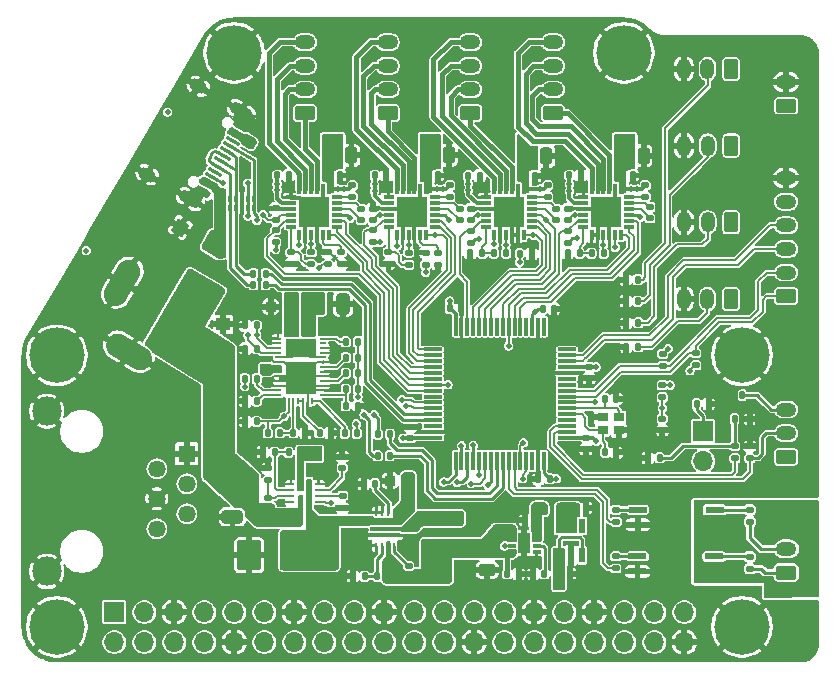
<source format=gbr>
%TF.GenerationSoftware,KiCad,Pcbnew,9.0.0*%
%TF.CreationDate,2025-07-02T21:21:17+02:00*%
%TF.ProjectId,PCK-ST1,50434b2d-5354-4312-9e6b-696361645f70,rev?*%
%TF.SameCoordinates,Original*%
%TF.FileFunction,Copper,L1,Top*%
%TF.FilePolarity,Positive*%
%FSLAX46Y46*%
G04 Gerber Fmt 4.6, Leading zero omitted, Abs format (unit mm)*
G04 Created by KiCad (PCBNEW 9.0.0) date 2025-07-02 21:21:17*
%MOMM*%
%LPD*%
G01*
G04 APERTURE LIST*
G04 Aperture macros list*
%AMRoundRect*
0 Rectangle with rounded corners*
0 $1 Rounding radius*
0 $2 $3 $4 $5 $6 $7 $8 $9 X,Y pos of 4 corners*
0 Add a 4 corners polygon primitive as box body*
4,1,4,$2,$3,$4,$5,$6,$7,$8,$9,$2,$3,0*
0 Add four circle primitives for the rounded corners*
1,1,$1+$1,$2,$3*
1,1,$1+$1,$4,$5*
1,1,$1+$1,$6,$7*
1,1,$1+$1,$8,$9*
0 Add four rect primitives between the rounded corners*
20,1,$1+$1,$2,$3,$4,$5,0*
20,1,$1+$1,$4,$5,$6,$7,0*
20,1,$1+$1,$6,$7,$8,$9,0*
20,1,$1+$1,$8,$9,$2,$3,0*%
%AMHorizOval*
0 Thick line with rounded ends*
0 $1 width*
0 $2 $3 position (X,Y) of the first rounded end (center of the circle)*
0 $4 $5 position (X,Y) of the second rounded end (center of the circle)*
0 Add line between two ends*
20,1,$1,$2,$3,$4,$5,0*
0 Add two circle primitives to create the rounded ends*
1,1,$1,$2,$3*
1,1,$1,$4,$5*%
%AMRotRect*
0 Rectangle, with rotation*
0 The origin of the aperture is its center*
0 $1 length*
0 $2 width*
0 $3 Rotation angle, in degrees counterclockwise*
0 Add horizontal line*
21,1,$1,$2,0,0,$3*%
G04 Aperture macros list end*
%TA.AperFunction,SMDPad,CuDef*%
%ADD10RoundRect,0.140000X-0.140000X-0.170000X0.140000X-0.170000X0.140000X0.170000X-0.140000X0.170000X0*%
%TD*%
%TA.AperFunction,SMDPad,CuDef*%
%ADD11RoundRect,0.140000X0.140000X0.170000X-0.140000X0.170000X-0.140000X-0.170000X0.140000X-0.170000X0*%
%TD*%
%TA.AperFunction,SMDPad,CuDef*%
%ADD12RoundRect,0.135000X0.135000X0.185000X-0.135000X0.185000X-0.135000X-0.185000X0.135000X-0.185000X0*%
%TD*%
%TA.AperFunction,SMDPad,CuDef*%
%ADD13RoundRect,0.250000X-0.325000X-0.650000X0.325000X-0.650000X0.325000X0.650000X-0.325000X0.650000X0*%
%TD*%
%TA.AperFunction,SMDPad,CuDef*%
%ADD14RoundRect,0.135000X-0.185000X0.135000X-0.185000X-0.135000X0.185000X-0.135000X0.185000X0.135000X0*%
%TD*%
%TA.AperFunction,SMDPad,CuDef*%
%ADD15RoundRect,0.140000X0.170000X-0.140000X0.170000X0.140000X-0.170000X0.140000X-0.170000X-0.140000X0*%
%TD*%
%TA.AperFunction,ComponentPad*%
%ADD16RoundRect,0.250000X0.625000X-0.350000X0.625000X0.350000X-0.625000X0.350000X-0.625000X-0.350000X0*%
%TD*%
%TA.AperFunction,ComponentPad*%
%ADD17O,1.750000X1.200000*%
%TD*%
%TA.AperFunction,SMDPad,CuDef*%
%ADD18RoundRect,0.135000X-0.135000X-0.185000X0.135000X-0.185000X0.135000X0.185000X-0.135000X0.185000X0*%
%TD*%
%TA.AperFunction,SMDPad,CuDef*%
%ADD19RoundRect,0.137500X-0.662500X-0.137500X0.662500X-0.137500X0.662500X0.137500X-0.662500X0.137500X0*%
%TD*%
%TA.AperFunction,SMDPad,CuDef*%
%ADD20RoundRect,0.140000X-0.170000X0.140000X-0.170000X-0.140000X0.170000X-0.140000X0.170000X0.140000X0*%
%TD*%
%TA.AperFunction,SMDPad,CuDef*%
%ADD21R,0.300000X0.850000*%
%TD*%
%TA.AperFunction,SMDPad,CuDef*%
%ADD22R,0.850000X0.300000*%
%TD*%
%TA.AperFunction,SMDPad,CuDef*%
%ADD23R,2.550000X2.550000*%
%TD*%
%TA.AperFunction,SMDPad,CuDef*%
%ADD24RoundRect,0.135000X0.185000X-0.135000X0.185000X0.135000X-0.185000X0.135000X-0.185000X-0.135000X0*%
%TD*%
%TA.AperFunction,ComponentPad*%
%ADD25C,4.700000*%
%TD*%
%TA.AperFunction,SMDPad,CuDef*%
%ADD26R,0.300000X0.550000*%
%TD*%
%TA.AperFunction,SMDPad,CuDef*%
%ADD27R,0.400000X0.550000*%
%TD*%
%TA.AperFunction,SMDPad,CuDef*%
%ADD28R,0.600000X1.250000*%
%TD*%
%TA.AperFunction,SMDPad,CuDef*%
%ADD29RoundRect,0.245000X-1.455000X0.245000X-1.455000X-0.245000X1.455000X-0.245000X1.455000X0.245000X0*%
%TD*%
%TA.AperFunction,ComponentPad*%
%ADD30RoundRect,0.250000X0.350000X0.625000X-0.350000X0.625000X-0.350000X-0.625000X0.350000X-0.625000X0*%
%TD*%
%TA.AperFunction,ComponentPad*%
%ADD31O,1.200000X1.750000*%
%TD*%
%TA.AperFunction,SMDPad,CuDef*%
%ADD32RoundRect,0.250000X-0.250000X-0.475000X0.250000X-0.475000X0.250000X0.475000X-0.250000X0.475000X0*%
%TD*%
%TA.AperFunction,SMDPad,CuDef*%
%ADD33R,0.900000X0.800000*%
%TD*%
%TA.AperFunction,ComponentPad*%
%ADD34R,1.462000X1.462000*%
%TD*%
%TA.AperFunction,ComponentPad*%
%ADD35C,1.462000*%
%TD*%
%TA.AperFunction,ComponentPad*%
%ADD36C,2.475000*%
%TD*%
%TA.AperFunction,ComponentPad*%
%ADD37RotRect,4.600000X2.000000X240.000000*%
%TD*%
%TA.AperFunction,ComponentPad*%
%ADD38HorizOval,2.000000X-0.550000X-0.952628X0.550000X0.952628X0*%
%TD*%
%TA.AperFunction,ComponentPad*%
%ADD39HorizOval,2.000000X-0.952628X0.550000X0.952628X-0.550000X0*%
%TD*%
%TA.AperFunction,SMDPad,CuDef*%
%ADD40R,0.700000X0.300000*%
%TD*%
%TA.AperFunction,SMDPad,CuDef*%
%ADD41R,1.000000X1.700000*%
%TD*%
%TA.AperFunction,SMDPad,CuDef*%
%ADD42R,2.500000X0.350000*%
%TD*%
%TA.AperFunction,SMDPad,CuDef*%
%ADD43R,0.250000X0.600000*%
%TD*%
%TA.AperFunction,SMDPad,CuDef*%
%ADD44R,0.200000X0.550000*%
%TD*%
%TA.AperFunction,SMDPad,CuDef*%
%ADD45R,0.550000X0.200000*%
%TD*%
%TA.AperFunction,SMDPad,CuDef*%
%ADD46R,0.200000X0.350000*%
%TD*%
%TA.AperFunction,SMDPad,CuDef*%
%ADD47R,0.350000X0.200000*%
%TD*%
%TA.AperFunction,SMDPad,CuDef*%
%ADD48R,2.650000X2.720000*%
%TD*%
%TA.AperFunction,SMDPad,CuDef*%
%ADD49R,2.650000X1.530000*%
%TD*%
%TA.AperFunction,SMDPad,CuDef*%
%ADD50R,1.100000X0.200000*%
%TD*%
%TA.AperFunction,SMDPad,CuDef*%
%ADD51R,0.200000X0.600000*%
%TD*%
%TA.AperFunction,SMDPad,CuDef*%
%ADD52RoundRect,0.225000X0.225000X0.250000X-0.225000X0.250000X-0.225000X-0.250000X0.225000X-0.250000X0*%
%TD*%
%TA.AperFunction,SMDPad,CuDef*%
%ADD53RotRect,1.120000X1.220000X150.000000*%
%TD*%
%TA.AperFunction,ComponentPad*%
%ADD54R,1.700000X1.700000*%
%TD*%
%TA.AperFunction,ComponentPad*%
%ADD55O,1.700000X1.700000*%
%TD*%
%TA.AperFunction,SMDPad,CuDef*%
%ADD56R,1.220000X1.120000*%
%TD*%
%TA.AperFunction,SMDPad,CuDef*%
%ADD57RoundRect,0.250000X-0.475000X0.250000X-0.475000X-0.250000X0.475000X-0.250000X0.475000X0.250000X0*%
%TD*%
%TA.AperFunction,SMDPad,CuDef*%
%ADD58R,0.400000X1.050000*%
%TD*%
%TA.AperFunction,SMDPad,CuDef*%
%ADD59R,0.600000X0.200000*%
%TD*%
%TA.AperFunction,SMDPad,CuDef*%
%ADD60RoundRect,0.075000X0.700000X0.075000X-0.700000X0.075000X-0.700000X-0.075000X0.700000X-0.075000X0*%
%TD*%
%TA.AperFunction,SMDPad,CuDef*%
%ADD61RoundRect,0.075000X0.075000X0.700000X-0.075000X0.700000X-0.075000X-0.700000X0.075000X-0.700000X0*%
%TD*%
%TA.AperFunction,SMDPad,CuDef*%
%ADD62RoundRect,0.112500X-0.112500X-0.237500X0.112500X-0.237500X0.112500X0.237500X-0.112500X0.237500X0*%
%TD*%
%TA.AperFunction,SMDPad,CuDef*%
%ADD63RoundRect,0.250000X0.787500X1.025000X-0.787500X1.025000X-0.787500X-1.025000X0.787500X-1.025000X0*%
%TD*%
%TA.AperFunction,SMDPad,CuDef*%
%ADD64RoundRect,0.150000X-0.358013X0.379904X-0.508013X0.120096X0.358013X-0.379904X0.508013X-0.120096X0*%
%TD*%
%TA.AperFunction,SMDPad,CuDef*%
%ADD65RoundRect,0.075000X-0.460465X0.352452X-0.535465X0.222548X0.460465X-0.352452X0.535465X-0.222548X0*%
%TD*%
%TA.AperFunction,HeatsinkPad*%
%ADD66HorizOval,1.000000X-0.476314X0.275000X0.476314X-0.275000X0*%
%TD*%
%TA.AperFunction,HeatsinkPad*%
%ADD67HorizOval,1.000000X-0.259808X0.150000X0.259808X-0.150000X0*%
%TD*%
%TA.AperFunction,SMDPad,CuDef*%
%ADD68RoundRect,0.250000X-0.650000X0.325000X-0.650000X-0.325000X0.650000X-0.325000X0.650000X0.325000X0*%
%TD*%
%TA.AperFunction,ViaPad*%
%ADD69C,0.500000*%
%TD*%
%TA.AperFunction,ViaPad*%
%ADD70C,0.600000*%
%TD*%
%TA.AperFunction,Conductor*%
%ADD71C,0.300000*%
%TD*%
%TA.AperFunction,Conductor*%
%ADD72C,0.200000*%
%TD*%
%TA.AperFunction,Conductor*%
%ADD73C,0.250000*%
%TD*%
%TA.AperFunction,Conductor*%
%ADD74C,0.400000*%
%TD*%
G04 APERTURE END LIST*
D10*
%TO.P,C18,1*%
%TO.N,+12V*%
X139651800Y-73279000D03*
%TO.P,C18,2*%
%TO.N,GND*%
X140611800Y-73279000D03*
%TD*%
D11*
%TO.P,C7,1*%
%TO.N,/Power/VIN_3V3*%
X137919400Y-92379800D03*
%TO.P,C7,2*%
%TO.N,GND*%
X136959400Y-92379800D03*
%TD*%
D12*
%TO.P,R27,1*%
%TO.N,Net-(U1-PA12)*%
X138660600Y-82524600D03*
%TO.P,R27,2*%
%TO.N,/MCU/DP*%
X137640600Y-82524600D03*
%TD*%
D13*
%TO.P,C11,1*%
%TO.N,/Power/VIN_USB*%
X142263600Y-84124800D03*
%TO.P,C11,2*%
%TO.N,GND*%
X145213600Y-84124800D03*
%TD*%
D14*
%TO.P,R16,1*%
%TO.N,/EL Stepper driver/nFAULT*%
X156057600Y-77950600D03*
%TO.P,R16,2*%
%TO.N,+3V3*%
X156057600Y-78970600D03*
%TD*%
D15*
%TO.P,C16,1*%
%TO.N,/DEC Stepper driver/DVDD*%
X139522200Y-77035600D03*
%TO.P,C16,2*%
%TO.N,GND*%
X139522200Y-76075600D03*
%TD*%
D16*
%TO.P,J14,1,Pin_1*%
%TO.N,/MCU/CAM_SHT*%
X182750000Y-106900000D03*
D17*
%TO.P,J14,2,Pin_2*%
%TO.N,/MCU/CAM_FCS*%
X182750000Y-104900000D03*
%TO.P,J14,3,Pin_3*%
%TO.N,/MCU/CAM_GND*%
X182750000Y-102900000D03*
%TD*%
D11*
%TO.P,C4,1*%
%TO.N,/Power/LDO_3V3*%
X137919400Y-94107000D03*
%TO.P,C4,2*%
%TO.N,GND*%
X136959400Y-94107000D03*
%TD*%
D18*
%TO.P,R11,1*%
%TO.N,Net-(IC7-OV2)*%
X140612400Y-96723200D03*
%TO.P,R11,2*%
%TO.N,/Power/VIN_USB*%
X141632400Y-96723200D03*
%TD*%
D19*
%TO.P,U2,1*%
%TO.N,Net-(R43-Pad2)*%
X170155800Y-105537000D03*
%TO.P,U2,2*%
%TO.N,GND*%
X170155800Y-106807000D03*
%TO.P,U2,3*%
%TO.N,/MCU/CAM_GND*%
X176655800Y-106807000D03*
%TO.P,U2,4*%
%TO.N,Net-(R41-Pad1)*%
X176655800Y-105537000D03*
%TD*%
%TO.P,U3,1*%
%TO.N,Net-(R44-Pad2)*%
X170181200Y-101574600D03*
%TO.P,U3,2*%
%TO.N,GND*%
X170181200Y-102844600D03*
%TO.P,U3,3*%
%TO.N,/MCU/CAM_GND*%
X176681200Y-102844600D03*
%TO.P,U3,4*%
%TO.N,Net-(R42-Pad1)*%
X176681200Y-101574600D03*
%TD*%
D20*
%TO.P,C27,1*%
%TO.N,+12V*%
X154279600Y-74119800D03*
%TO.P,C27,2*%
%TO.N,Net-(IC2-VCP)*%
X154279600Y-75079800D03*
%TD*%
D21*
%TO.P,IC1,1,VM_1*%
%TO.N,+12V*%
X144024400Y-74429600D03*
%TO.P,IC1,2,PGND_1*%
%TO.N,GND*%
X143524400Y-74429600D03*
%TO.P,IC1,3,AOUT1*%
%TO.N,Net-(IC1-AOUT1)*%
X143024400Y-74429600D03*
%TO.P,IC1,4,AOUT2*%
%TO.N,Net-(IC1-AOUT2)*%
X142524400Y-74429600D03*
%TO.P,IC1,5,BOUT2*%
%TO.N,Net-(IC1-BOUT2)*%
X142024400Y-74429600D03*
%TO.P,IC1,6,BOUT1*%
%TO.N,Net-(IC1-BOUT1)*%
X141524400Y-74429600D03*
D22*
%TO.P,IC1,7,PGND_2*%
%TO.N,GND*%
X140824400Y-75129600D03*
%TO.P,IC1,8,VM_2*%
%TO.N,+12V*%
X140824400Y-75629600D03*
%TO.P,IC1,9,GND*%
%TO.N,GND*%
X140824400Y-76129600D03*
%TO.P,IC1,10,DVDD*%
%TO.N,/DEC Stepper driver/DVDD*%
X140824400Y-76629600D03*
%TO.P,IC1,11,NFAULT*%
%TO.N,/DEC Stepper driver/nFAULT*%
X140824400Y-77129600D03*
%TO.P,IC1,12,VREF*%
%TO.N,/DEC Stepper driver/VREF*%
X140824400Y-77629600D03*
D21*
%TO.P,IC1,13,M0*%
%TO.N,/DEC Stepper driver/M0*%
X141524400Y-78329600D03*
%TO.P,IC1,14,TOFF*%
%TO.N,GND*%
X142024400Y-78329600D03*
%TO.P,IC1,15,DECAY1*%
%TO.N,/DEC Stepper driver/DVDD*%
X142524400Y-78329600D03*
%TO.P,IC1,16,DECAY0*%
%TO.N,GND*%
X143024400Y-78329600D03*
%TO.P,IC1,17,M1*%
%TO.N,/DEC Stepper driver/M1*%
X143524400Y-78329600D03*
%TO.P,IC1,18,STEP*%
%TO.N,/DEC Stepper driver/STEP*%
X144024400Y-78329600D03*
D22*
%TO.P,IC1,19,DIR*%
%TO.N,/DEC Stepper driver/DIR*%
X144724400Y-77629600D03*
%TO.P,IC1,20,ENABLE*%
%TO.N,/DEC Stepper driver/ENABLE*%
X144724400Y-77129600D03*
%TO.P,IC1,21,NSLEEP*%
%TO.N,/STEP_n_SLEEP*%
X144724400Y-76629600D03*
%TO.P,IC1,22,CPL*%
%TO.N,Net-(IC1-CPL)*%
X144724400Y-76129600D03*
%TO.P,IC1,23,CPH*%
%TO.N,Net-(IC1-CPH)*%
X144724400Y-75629600D03*
%TO.P,IC1,24,VCP*%
%TO.N,Net-(IC1-VCP)*%
X144724400Y-75129600D03*
D23*
%TO.P,IC1,25,EP*%
%TO.N,GND*%
X142774400Y-76379600D03*
%TD*%
D24*
%TO.P,R44,1*%
%TO.N,/MCU/FOCUS*%
X168351200Y-102592600D03*
%TO.P,R44,2*%
%TO.N,Net-(R44-Pad2)*%
X168351200Y-101572600D03*
%TD*%
D25*
%TO.P,H5,1,1*%
%TO.N,GND*%
X169000000Y-62900000D03*
%TD*%
D18*
%TO.P,R34,1*%
%TO.N,GND*%
X169162000Y-82092800D03*
%TO.P,R34,2*%
%TO.N,/MCU/DEC_LIM*%
X170182000Y-82092800D03*
%TD*%
D25*
%TO.P,H4,1,1*%
%TO.N,GND*%
X121000000Y-111500000D03*
%TD*%
D26*
%TO.P,D1,1,D1+*%
%TO.N,/Power/CC1*%
X137677400Y-75230800D03*
%TO.P,D1,2,D1-*%
%TO.N,/Power/CC2*%
X137177400Y-75230800D03*
D27*
%TO.P,D1,3,GND_1*%
%TO.N,GND*%
X136677400Y-75230800D03*
D26*
%TO.P,D1,4,D2+*%
%TO.N,/MCU/DN*%
X136177400Y-75230800D03*
%TO.P,D1,5,D2-*%
%TO.N,/MCU/DP*%
X135677400Y-75230800D03*
%TO.P,D1,6,NC_1*%
X135677400Y-76000800D03*
%TO.P,D1,7,NC_2*%
%TO.N,/MCU/DN*%
X136177400Y-76000800D03*
D27*
%TO.P,D1,8,GND_2*%
%TO.N,GND*%
X136677400Y-76000800D03*
D26*
%TO.P,D1,9,NC_3*%
%TO.N,/Power/CC2*%
X137177400Y-76000800D03*
%TO.P,D1,10,NC_4*%
%TO.N,/Power/CC1*%
X137677400Y-76000800D03*
%TD*%
D12*
%TO.P,R9,1*%
%TO.N,GND*%
X146483800Y-92760800D03*
%TO.P,R9,2*%
%TO.N,Net-(IC8-ADCIN4)*%
X145463800Y-92760800D03*
%TD*%
D28*
%TO.P,IC5,1,IN*%
%TO.N,+5V*%
X163546600Y-105446200D03*
%TO.P,IC5,2,GND*%
%TO.N,GND*%
X164496600Y-105446200D03*
%TO.P,IC5,3,EN*%
%TO.N,+5V*%
X165446600Y-105446200D03*
%TO.P,IC5,4,NC*%
%TO.N,unconnected-(IC5-NC-Pad4)*%
X165446600Y-102946200D03*
%TO.P,IC5,5,OUT*%
%TO.N,+3V3*%
X163546600Y-102946200D03*
%TD*%
D20*
%TO.P,C40,1*%
%TO.N,Net-(IC4-CPH)*%
X171196000Y-75948600D03*
%TO.P,C40,2*%
%TO.N,Net-(IC4-CPL)*%
X171196000Y-76908600D03*
%TD*%
D14*
%TO.P,R13,1*%
%TO.N,GND*%
X138861800Y-98067400D03*
%TO.P,R13,2*%
%TO.N,Net-(IC7-OV1)*%
X138861800Y-99087400D03*
%TD*%
D29*
%TO.P,L1,1,1*%
%TO.N,Net-(PS1-SW)*%
X153644600Y-102294600D03*
%TO.P,L1,2,2*%
%TO.N,+5V*%
X153644600Y-104664600D03*
%TD*%
D15*
%TO.P,C52,1*%
%TO.N,GND*%
X172262800Y-94841000D03*
%TO.P,C52,2*%
%TO.N,Net-(U1-NRST)*%
X172262800Y-93881000D03*
%TD*%
D24*
%TO.P,R18,1*%
%TO.N,/DEC Stepper driver/VREF*%
X142519400Y-80799400D03*
%TO.P,R18,2*%
%TO.N,/DEC Stepper driver/DVDD*%
X142519400Y-79779400D03*
%TD*%
D30*
%TO.P,J11,1,Pin_1*%
%TO.N,+3V3*%
X178098200Y-77250000D03*
D31*
%TO.P,J11,2,Pin_2*%
%TO.N,/MCU/EL_LIM*%
X176098200Y-77250000D03*
%TO.P,J11,3,Pin_3*%
%TO.N,GND*%
X174098200Y-77250000D03*
%TD*%
D18*
%TO.P,R53,1*%
%TO.N,Net-(D4-A)*%
X148181600Y-95173800D03*
%TO.P,R53,2*%
%TO.N,/MCU/USB_LED*%
X149201600Y-95173800D03*
%TD*%
D11*
%TO.P,C51,1*%
%TO.N,GND*%
X168374000Y-92176600D03*
%TO.P,C51,2*%
%TO.N,Net-(U1-PH1)*%
X167414000Y-92176600D03*
%TD*%
%TO.P,C42,1*%
%TO.N,/MCU/RPI_5V*%
X161615600Y-102463600D03*
%TO.P,C42,2*%
%TO.N,GND*%
X160655600Y-102463600D03*
%TD*%
D15*
%TO.P,C23,1*%
%TO.N,/RA Stepper driver/DVDD*%
X147751800Y-77061000D03*
%TO.P,C23,2*%
%TO.N,GND*%
X147751800Y-76101000D03*
%TD*%
D10*
%TO.P,C30,1*%
%TO.N,+12V*%
X160537800Y-73304400D03*
%TO.P,C30,2*%
%TO.N,GND*%
X161497800Y-73304400D03*
%TD*%
D18*
%TO.P,R2,1*%
%TO.N,Net-(PS1-FB)*%
X148131400Y-107213400D03*
%TO.P,R2,2*%
%TO.N,+5V*%
X149151400Y-107213400D03*
%TD*%
%TO.P,R35,1*%
%TO.N,GND*%
X169162000Y-83921600D03*
%TO.P,R35,2*%
%TO.N,/MCU/RA_LIM*%
X170182000Y-83921600D03*
%TD*%
%TO.P,R24,1*%
%TO.N,/AZ Stepper driver/VREF*%
X166266400Y-79883000D03*
%TO.P,R24,2*%
%TO.N,/AZ Stepper driver/DVDD*%
X167286400Y-79883000D03*
%TD*%
D32*
%TO.P,C20,1*%
%TO.N,+12V*%
X144040400Y-71577200D03*
%TO.P,C20,2*%
%TO.N,GND*%
X145940400Y-71577200D03*
%TD*%
D10*
%TO.P,C21,1*%
%TO.N,+3V3*%
X164844600Y-101447600D03*
%TO.P,C21,2*%
%TO.N,GND*%
X165804600Y-101447600D03*
%TD*%
D18*
%TO.P,R36,1*%
%TO.N,GND*%
X169187400Y-85750400D03*
%TO.P,R36,2*%
%TO.N,/MCU/EL_LIM*%
X170207400Y-85750400D03*
%TD*%
D33*
%TO.P,Y1,1,1*%
%TO.N,Net-(U1-PH1)*%
X168594000Y-93734800D03*
%TO.P,Y1,2,2*%
%TO.N,GND*%
X167194000Y-93734800D03*
%TO.P,Y1,3,3*%
%TO.N,Net-(U1-PH0)*%
X167194000Y-94834800D03*
%TO.P,Y1,4,4*%
%TO.N,GND*%
X168594000Y-94834800D03*
%TD*%
D16*
%TO.P,J6,1,Pin_1*%
%TO.N,Net-(IC4-AOUT1)*%
X163000000Y-68000000D03*
D17*
%TO.P,J6,2,Pin_2*%
%TO.N,Net-(IC4-AOUT2)*%
X163000000Y-66000000D03*
%TO.P,J6,3,Pin_3*%
%TO.N,Net-(IC4-BOUT2)*%
X163000000Y-64000000D03*
%TO.P,J6,4,Pin_4*%
%TO.N,Net-(IC4-BOUT1)*%
X163000000Y-62000000D03*
%TD*%
D18*
%TO.P,R3,1*%
%TO.N,GND*%
X146048000Y-107213400D03*
%TO.P,R3,2*%
%TO.N,Net-(PS1-FB)*%
X147068000Y-107213400D03*
%TD*%
D15*
%TO.P,C48,1*%
%TO.N,+3V3*%
X150926800Y-95526800D03*
%TO.P,C48,2*%
%TO.N,GND*%
X150926800Y-94566800D03*
%TD*%
D24*
%TO.P,R28,1*%
%TO.N,/DEC Stepper driver/M0*%
X143941800Y-80799400D03*
%TO.P,R28,2*%
%TO.N,GND*%
X143941800Y-79779400D03*
%TD*%
D10*
%TO.P,C6,1*%
%TO.N,/Power/LDO_1V5*%
X143233200Y-95072200D03*
%TO.P,C6,2*%
%TO.N,GND*%
X144193200Y-95072200D03*
%TD*%
%TO.P,C25,1*%
%TO.N,+12V*%
X152282800Y-73279000D03*
%TO.P,C25,2*%
%TO.N,GND*%
X153242800Y-73279000D03*
%TD*%
D34*
%TO.P,J2,1,1*%
%TO.N,GND*%
X132000000Y-96850000D03*
D35*
%TO.P,J2,2,2*%
%TO.N,/MCU/CTR_RX*%
X129460000Y-98120000D03*
%TO.P,J2,3,3*%
%TO.N,/MCU/CTR_TX*%
X132000000Y-99390000D03*
%TO.P,J2,4,4*%
%TO.N,GND*%
X129460000Y-100660000D03*
%TO.P,J2,5,5*%
%TO.N,+5V*%
X132000000Y-101930000D03*
%TO.P,J2,6,6*%
X129460000Y-103200000D03*
D36*
%TO.P,J2,MH1,MH1*%
%TO.N,GND*%
X120140000Y-93235000D03*
%TO.P,J2,MH2,MH2*%
X120140000Y-106805000D03*
%TD*%
D14*
%TO.P,R12,1*%
%TO.N,Net-(IC7-OV1)*%
X138859500Y-100556600D03*
%TO.P,R12,2*%
%TO.N,/Power/VIN_DC*%
X138859500Y-101576600D03*
%TD*%
D21*
%TO.P,IC3,1,VM_1*%
%TO.N,+12V*%
X160524400Y-74429600D03*
%TO.P,IC3,2,PGND_1*%
%TO.N,GND*%
X160024400Y-74429600D03*
%TO.P,IC3,3,AOUT1*%
%TO.N,Net-(IC3-AOUT1)*%
X159524400Y-74429600D03*
%TO.P,IC3,4,AOUT2*%
%TO.N,Net-(IC3-AOUT2)*%
X159024400Y-74429600D03*
%TO.P,IC3,5,BOUT2*%
%TO.N,Net-(IC3-BOUT2)*%
X158524400Y-74429600D03*
%TO.P,IC3,6,BOUT1*%
%TO.N,Net-(IC3-BOUT1)*%
X158024400Y-74429600D03*
D22*
%TO.P,IC3,7,PGND_2*%
%TO.N,GND*%
X157324400Y-75129600D03*
%TO.P,IC3,8,VM_2*%
%TO.N,+12V*%
X157324400Y-75629600D03*
%TO.P,IC3,9,GND*%
%TO.N,GND*%
X157324400Y-76129600D03*
%TO.P,IC3,10,DVDD*%
%TO.N,/EL Stepper driver/DVDD*%
X157324400Y-76629600D03*
%TO.P,IC3,11,NFAULT*%
%TO.N,/EL Stepper driver/nFAULT*%
X157324400Y-77129600D03*
%TO.P,IC3,12,VREF*%
%TO.N,/EL Stepper driver/VREF*%
X157324400Y-77629600D03*
D21*
%TO.P,IC3,13,M0*%
%TO.N,/EL Stepper driver/M0*%
X158024400Y-78329600D03*
%TO.P,IC3,14,TOFF*%
%TO.N,GND*%
X158524400Y-78329600D03*
%TO.P,IC3,15,DECAY1*%
%TO.N,/EL Stepper driver/DVDD*%
X159024400Y-78329600D03*
%TO.P,IC3,16,DECAY0*%
%TO.N,GND*%
X159524400Y-78329600D03*
%TO.P,IC3,17,M1*%
X160024400Y-78329600D03*
%TO.P,IC3,18,STEP*%
%TO.N,/EL Stepper driver/STEP*%
X160524400Y-78329600D03*
D22*
%TO.P,IC3,19,DIR*%
%TO.N,/EL Stepper driver/DIR*%
X161224400Y-77629600D03*
%TO.P,IC3,20,ENABLE*%
%TO.N,/EL Stepper driver/ENABLE*%
X161224400Y-77129600D03*
%TO.P,IC3,21,NSLEEP*%
%TO.N,/STEP_n_SLEEP*%
X161224400Y-76629600D03*
%TO.P,IC3,22,CPL*%
%TO.N,Net-(IC3-CPL)*%
X161224400Y-76129600D03*
%TO.P,IC3,23,CPH*%
%TO.N,Net-(IC3-CPH)*%
X161224400Y-75629600D03*
%TO.P,IC3,24,VCP*%
%TO.N,Net-(IC3-VCP)*%
X161224400Y-75129600D03*
D23*
%TO.P,IC3,25,EP*%
%TO.N,GND*%
X159274400Y-76379600D03*
%TD*%
D20*
%TO.P,C39,1*%
%TO.N,+12V*%
X170810676Y-74119800D03*
%TO.P,C39,2*%
%TO.N,Net-(IC4-VCP)*%
X170810676Y-75079800D03*
%TD*%
D14*
%TO.P,R14,1*%
%TO.N,/DEC Stepper driver/nFAULT*%
X139522200Y-77899800D03*
%TO.P,R14,2*%
%TO.N,+3V3*%
X139522200Y-78919800D03*
%TD*%
D30*
%TO.P,J10,1,Pin_1*%
%TO.N,+3V3*%
X178098200Y-70750000D03*
D31*
%TO.P,J10,2,Pin_2*%
%TO.N,/MCU/RA_LIM*%
X176098200Y-70750000D03*
%TO.P,J10,3,Pin_3*%
%TO.N,GND*%
X174098200Y-70750000D03*
%TD*%
D10*
%TO.P,C37,1*%
%TO.N,+12V*%
X164391400Y-73279000D03*
%TO.P,C37,2*%
%TO.N,GND*%
X165351400Y-73279000D03*
%TD*%
D24*
%TO.P,R21,1*%
%TO.N,GND*%
X149072600Y-80774000D03*
%TO.P,R21,2*%
%TO.N,/RA Stepper driver/VREF*%
X149072600Y-79754000D03*
%TD*%
D12*
%TO.P,R47,1*%
%TO.N,Net-(IC8-PLUG_EVENT)*%
X137924000Y-90474800D03*
%TO.P,R47,2*%
%TO.N,/Power/LDO_3V3*%
X136904000Y-90474800D03*
%TD*%
D10*
%TO.P,C31,1*%
%TO.N,+12V*%
X155831600Y-73304400D03*
%TO.P,C31,2*%
%TO.N,GND*%
X156791600Y-73304400D03*
%TD*%
D24*
%TO.P,R19,1*%
%TO.N,GND*%
X140817600Y-80799400D03*
%TO.P,R19,2*%
%TO.N,/DEC Stepper driver/VREF*%
X140817600Y-79779400D03*
%TD*%
D12*
%TO.P,R7,1*%
%TO.N,GND*%
X142038800Y-95072200D03*
%TO.P,R7,2*%
%TO.N,Net-(IC8-ADCIN1)*%
X141018800Y-95072200D03*
%TD*%
D11*
%TO.P,C3,1*%
%TO.N,Net-(PS1-SS{slash}TR)*%
X147927000Y-99390200D03*
%TO.P,C3,2*%
%TO.N,GND*%
X146967000Y-99390200D03*
%TD*%
D37*
%TO.P,J8,1*%
%TO.N,/Power/VIN_DC*%
X132000000Y-85500000D03*
D38*
%TO.P,J8,2*%
%TO.N,GND*%
X126544040Y-82350000D03*
D39*
%TO.P,J8,3*%
X127088526Y-88206922D03*
%TD*%
D18*
%TO.P,R26,1*%
%TO.N,/MCU/DN*%
X137640600Y-81584800D03*
%TO.P,R26,2*%
%TO.N,Net-(U1-PA11)*%
X138660600Y-81584800D03*
%TD*%
D40*
%TO.P,S1,1,VIN_1*%
%TO.N,+5V*%
X159518200Y-103632000D03*
%TO.P,S1,2,VIN_2*%
X159518200Y-104132000D03*
%TO.P,S1,3,ON*%
%TO.N,/MCU/RPI_PWR_EN*%
X159518200Y-104632000D03*
%TO.P,S1,4,VBIAS*%
%TO.N,+5V*%
X159518200Y-105132000D03*
%TO.P,S1,5,GND*%
%TO.N,GND*%
X161618200Y-105132000D03*
%TO.P,S1,6,CT*%
%TO.N,Net-(S1-CT)*%
X161618200Y-104632000D03*
%TO.P,S1,7,VOUT_1*%
%TO.N,/MCU/RPI_5V*%
X161618200Y-104132000D03*
%TO.P,S1,8,VOUT_2*%
X161618200Y-103632000D03*
D41*
%TO.P,S1,9,EP*%
%TO.N,GND*%
X160568200Y-104382000D03*
%TD*%
D18*
%TO.P,R52,1*%
%TO.N,GND*%
X171016200Y-97180400D03*
%TO.P,R52,2*%
%TO.N,Net-(Q1-G)*%
X172036200Y-97180400D03*
%TD*%
D15*
%TO.P,C35,1*%
%TO.N,/AZ Stepper driver/DVDD*%
X164261800Y-77086400D03*
%TO.P,C35,2*%
%TO.N,GND*%
X164261800Y-76126400D03*
%TD*%
D42*
%TO.P,PS1,1,VIN*%
%TO.N,+12V*%
X148805800Y-102728600D03*
%TO.P,PS1,2,SW*%
%TO.N,Net-(PS1-SW)*%
X148805800Y-103228600D03*
%TO.P,PS1,3,GND*%
%TO.N,GND*%
X148805800Y-103728600D03*
D43*
%TO.P,PS1,4,FB_2*%
X148055800Y-104628600D03*
%TO.P,PS1,5,FB*%
%TO.N,Net-(PS1-FB)*%
X148555800Y-104628600D03*
%TO.P,PS1,6,VOS*%
%TO.N,+5V*%
X149055800Y-104628600D03*
%TO.P,PS1,7,PG*%
%TO.N,Net-(PS1-PG)*%
X149555800Y-104628600D03*
%TO.P,PS1,8,EN*%
%TO.N,+12V*%
X149555800Y-101828600D03*
%TO.P,PS1,9,SS/TR*%
%TO.N,Net-(PS1-SS{slash}TR)*%
X149055800Y-101828600D03*
%TO.P,PS1,10,MODE*%
%TO.N,GND*%
X148555800Y-101828600D03*
%TO.P,PS1,11,VSEL*%
X148055800Y-101828600D03*
%TD*%
D16*
%TO.P,J4,1,Pin_1*%
%TO.N,Net-(IC2-AOUT1)*%
X149000000Y-68000000D03*
D17*
%TO.P,J4,2,Pin_2*%
%TO.N,Net-(IC2-AOUT2)*%
X149000000Y-66000000D03*
%TO.P,J4,3,Pin_3*%
%TO.N,Net-(IC2-BOUT2)*%
X149000000Y-64000000D03*
%TO.P,J4,4,Pin_4*%
%TO.N,Net-(IC2-BOUT1)*%
X149000000Y-62000000D03*
%TD*%
D21*
%TO.P,IC2,1,VM_1*%
%TO.N,+12V*%
X152274400Y-74429600D03*
%TO.P,IC2,2,PGND_1*%
%TO.N,GND*%
X151774400Y-74429600D03*
%TO.P,IC2,3,AOUT1*%
%TO.N,Net-(IC2-AOUT1)*%
X151274400Y-74429600D03*
%TO.P,IC2,4,AOUT2*%
%TO.N,Net-(IC2-AOUT2)*%
X150774400Y-74429600D03*
%TO.P,IC2,5,BOUT2*%
%TO.N,Net-(IC2-BOUT2)*%
X150274400Y-74429600D03*
%TO.P,IC2,6,BOUT1*%
%TO.N,Net-(IC2-BOUT1)*%
X149774400Y-74429600D03*
D22*
%TO.P,IC2,7,PGND_2*%
%TO.N,GND*%
X149074400Y-75129600D03*
%TO.P,IC2,8,VM_2*%
%TO.N,+12V*%
X149074400Y-75629600D03*
%TO.P,IC2,9,GND*%
%TO.N,GND*%
X149074400Y-76129600D03*
%TO.P,IC2,10,DVDD*%
%TO.N,/RA Stepper driver/DVDD*%
X149074400Y-76629600D03*
%TO.P,IC2,11,NFAULT*%
%TO.N,/MCU/RA_nFAULT*%
X149074400Y-77129600D03*
%TO.P,IC2,12,VREF*%
%TO.N,/RA Stepper driver/VREF*%
X149074400Y-77629600D03*
D21*
%TO.P,IC2,13,M0*%
%TO.N,/RA Stepper driver/M0*%
X149774400Y-78329600D03*
%TO.P,IC2,14,TOFF*%
%TO.N,GND*%
X150274400Y-78329600D03*
%TO.P,IC2,15,DECAY1*%
%TO.N,/RA Stepper driver/DVDD*%
X150774400Y-78329600D03*
%TO.P,IC2,16,DECAY0*%
%TO.N,GND*%
X151274400Y-78329600D03*
%TO.P,IC2,17,M1*%
%TO.N,/RA Stepper driver/M1*%
X151774400Y-78329600D03*
%TO.P,IC2,18,STEP*%
%TO.N,/MCU/RA_STEP*%
X152274400Y-78329600D03*
D22*
%TO.P,IC2,19,DIR*%
%TO.N,/MCU/RA_DIR*%
X152974400Y-77629600D03*
%TO.P,IC2,20,ENABLE*%
%TO.N,/MCU/RA_EN*%
X152974400Y-77129600D03*
%TO.P,IC2,21,NSLEEP*%
%TO.N,/STEP_n_SLEEP*%
X152974400Y-76629600D03*
%TO.P,IC2,22,CPL*%
%TO.N,Net-(IC2-CPL)*%
X152974400Y-76129600D03*
%TO.P,IC2,23,CPH*%
%TO.N,Net-(IC2-CPH)*%
X152974400Y-75629600D03*
%TO.P,IC2,24,VCP*%
%TO.N,Net-(IC2-VCP)*%
X152974400Y-75129600D03*
D23*
%TO.P,IC2,25,EP*%
%TO.N,GND*%
X151024400Y-76379600D03*
%TD*%
D15*
%TO.P,C29,1*%
%TO.N,/EL Stepper driver/DVDD*%
X156057600Y-77086400D03*
%TO.P,C29,2*%
%TO.N,GND*%
X156057600Y-76126400D03*
%TD*%
D44*
%TO.P,IC8,1,LDO_3V3*%
%TO.N,/Power/LDO_3V3*%
X140630400Y-92409200D03*
%TO.P,IC8,2,ADCIN1*%
%TO.N,Net-(IC8-ADCIN1)*%
X141030400Y-92409200D03*
%TO.P,IC8,3,ADCIN2*%
%TO.N,/Power/LDO_1V5*%
X141430400Y-92409200D03*
%TO.P,IC8,4,LDO_1V5*%
X141830400Y-92409200D03*
%TO.P,IC8,5,ADCIN3*%
%TO.N,GND*%
X142230400Y-92409200D03*
%TO.P,IC8,6,CAP_MIS*%
%TO.N,Net-(IC8-CAP_MIS)*%
X142630400Y-92409200D03*
D45*
%TO.P,IC8,7,ADCIN4*%
%TO.N,Net-(IC8-ADCIN4)*%
X143555400Y-91884200D03*
%TO.P,IC8,8,I2CT_SDA*%
%TO.N,GND*%
X143555400Y-91484200D03*
%TO.P,IC8,9,I2CT_SCL*%
X143555400Y-91084200D03*
%TO.P,IC8,10,DBG_ACC*%
%TO.N,Net-(IC8-DBG_ACC)*%
X143555400Y-90684200D03*
%TO.P,IC8,11,GND_1*%
%TO.N,GND*%
X143555400Y-90284200D03*
%TO.P,IC8,12,GND_2*%
X143555400Y-89884200D03*
%TO.P,IC8,13,PLUG_FLIP*%
%TO.N,Net-(IC8-PLUG_FLIP)*%
X143555400Y-89484200D03*
%TO.P,IC8,14,GND_3*%
%TO.N,GND*%
X143555400Y-89084200D03*
%TO.P,IC8,15,DRAIN_1*%
%TO.N,Net-(IC8-DRAIN_1)*%
X143555400Y-88684200D03*
%TO.P,IC8,16,GND_4*%
%TO.N,GND*%
X143555400Y-88284200D03*
%TO.P,IC8,17,GND_5*%
X143555400Y-87884200D03*
%TO.P,IC8,18,~{FAULT_IN}*%
%TO.N,unconnected-(IC8-~{FAULT_IN}-Pad18)*%
X143555400Y-87484200D03*
%TO.P,IC8,19,~{SINK_EN}*%
%TO.N,Net-(IC8-~{SINK_EN})*%
X143555400Y-87084200D03*
D46*
%TO.P,IC8,20,PPHV_1*%
%TO.N,/Power/VIN_USB*%
X142730400Y-86459200D03*
%TO.P,IC8,21,PPHV_2*%
X142280400Y-86459200D03*
%TO.P,IC8,22,PPHV_3*%
X141830400Y-86459200D03*
%TO.P,IC8,23,VBUS_IN_1*%
%TO.N,/Power/VBUS*%
X141430400Y-86459200D03*
%TO.P,IC8,24,VBUS_IN_2*%
X140980400Y-86459200D03*
%TO.P,IC8,25,VBUS_IN_3*%
X140530400Y-86459200D03*
D45*
%TO.P,IC8,26,RESERVED_1*%
%TO.N,GND*%
X139705400Y-87084200D03*
%TO.P,IC8,27,RESERVED_2*%
X139705400Y-87484200D03*
%TO.P,IC8,28,CC1*%
%TO.N,/Power/CC1*%
X139705400Y-87884200D03*
%TO.P,IC8,29,CC2*%
%TO.N,/Power/CC2*%
X139705400Y-88284200D03*
%TO.P,IC8,30,DRAIN_2*%
%TO.N,Net-(IC8-DRAIN_1)*%
X139705400Y-88684200D03*
%TO.P,IC8,31,GND_6*%
%TO.N,GND*%
X139705400Y-89084200D03*
D47*
%TO.P,IC8,32,VBUS_1*%
%TO.N,/Power/VBUS*%
X139605400Y-89485200D03*
%TO.P,IC8,33,VBUS_2*%
X139605400Y-89885200D03*
%TO.P,IC8,34,GND_7*%
%TO.N,GND*%
X139605400Y-90285200D03*
%TO.P,IC8,35,GND_8*%
X139605400Y-90685200D03*
D45*
%TO.P,IC8,36,RESERVED_3*%
X139705400Y-91084200D03*
%TO.P,IC8,37,PLUG_EVENT*%
%TO.N,Net-(IC8-PLUG_EVENT)*%
X139705400Y-91484200D03*
%TO.P,IC8,38,VIN_3V3*%
%TO.N,/Power/VIN_3V3*%
X139705400Y-91884200D03*
D48*
%TO.P,IC8,39,GND_9*%
%TO.N,GND*%
X141630400Y-90449200D03*
D49*
%TO.P,IC8,40,DRAIN_3*%
%TO.N,Net-(IC8-DRAIN_1)*%
X141630400Y-87924200D03*
D50*
%TO.P,IC8,41,PPHV_4*%
%TO.N,/Power/VIN_USB*%
X142280400Y-86735200D03*
%TO.P,IC8,42,VBUS_IN_4*%
%TO.N,/Power/VBUS*%
X140980400Y-86734200D03*
D51*
%TO.P,IC8,43,VBUS_3*%
X139880400Y-89685200D03*
%TO.P,IC8,44,GND_10*%
%TO.N,GND*%
X139880400Y-90485200D03*
%TD*%
D20*
%TO.P,C17,1*%
%TO.N,+12V*%
X146024600Y-74119800D03*
%TO.P,C17,2*%
%TO.N,Net-(IC1-VCP)*%
X146024600Y-75079800D03*
%TD*%
D25*
%TO.P,H2,1,1*%
%TO.N,GND*%
X179000000Y-88500000D03*
%TD*%
D24*
%TO.P,R31,1*%
%TO.N,GND*%
X153289000Y-80824800D03*
%TO.P,R31,2*%
%TO.N,/RA Stepper driver/M1*%
X153289000Y-79804800D03*
%TD*%
%TO.P,R29,1*%
%TO.N,GND*%
X145059400Y-80799400D03*
%TO.P,R29,2*%
%TO.N,/DEC Stepper driver/M1*%
X145059400Y-79779400D03*
%TD*%
D52*
%TO.P,C8,1*%
%TO.N,/Power/VBUS*%
X140652800Y-84378800D03*
%TO.P,C8,2*%
%TO.N,GND*%
X139102800Y-84378800D03*
%TD*%
D53*
%TO.P,D2,1,K*%
%TO.N,/Power/VBUS*%
X134227641Y-79286000D03*
%TO.P,D2,2,A*%
%TO.N,GND*%
X131456359Y-77686000D03*
%TD*%
D16*
%TO.P,J5,1,Pin_1*%
%TO.N,Net-(IC3-AOUT1)*%
X156000000Y-68000000D03*
D17*
%TO.P,J5,2,Pin_2*%
%TO.N,Net-(IC3-AOUT2)*%
X156000000Y-66000000D03*
%TO.P,J5,3,Pin_3*%
%TO.N,Net-(IC3-BOUT2)*%
X156000000Y-64000000D03*
%TO.P,J5,4,Pin_4*%
%TO.N,Net-(IC3-BOUT1)*%
X156000000Y-62000000D03*
%TD*%
D24*
%TO.P,R43,1*%
%TO.N,/MCU/SHUTTER*%
X168325800Y-106555000D03*
%TO.P,R43,2*%
%TO.N,Net-(R43-Pad2)*%
X168325800Y-105535000D03*
%TD*%
D14*
%TO.P,R15,1*%
%TO.N,/MCU/RA_nFAULT*%
X147751800Y-77925200D03*
%TO.P,R15,2*%
%TO.N,+3V3*%
X147751800Y-78945200D03*
%TD*%
D12*
%TO.P,R50,1*%
%TO.N,GND*%
X161190400Y-79908400D03*
%TO.P,R50,2*%
%TO.N,/EL Stepper driver/M0*%
X160170400Y-79908400D03*
%TD*%
D32*
%TO.P,C26,1*%
%TO.N,+12V*%
X168772800Y-71602600D03*
%TO.P,C26,2*%
%TO.N,GND*%
X170672800Y-71602600D03*
%TD*%
%TO.P,C32,1*%
%TO.N,+12V*%
X152295400Y-71551800D03*
%TO.P,C32,2*%
%TO.N,GND*%
X154195400Y-71551800D03*
%TD*%
D16*
%TO.P,J15,1,Pin_1*%
%TO.N,+3V3*%
X182750000Y-97100000D03*
D17*
%TO.P,J15,2,Pin_2*%
%TO.N,/MCU/PWR_BTN*%
X182750000Y-95100000D03*
%TO.P,J15,3,Pin_3*%
%TO.N,Net-(J15-Pin_3)*%
X182750000Y-93100000D03*
%TD*%
D12*
%TO.P,R6,1*%
%TO.N,Net-(IC8-ADCIN1)*%
X139879800Y-95072200D03*
%TO.P,R6,2*%
%TO.N,/Power/LDO_3V3*%
X138859800Y-95072200D03*
%TD*%
D14*
%TO.P,R40,1*%
%TO.N,GND*%
X179654200Y-96187800D03*
%TO.P,R40,2*%
%TO.N,/MCU/PWR_BTN*%
X179654200Y-97207800D03*
%TD*%
D24*
%TO.P,R33,1*%
%TO.N,/MCU/SDA_MAG*%
X172288200Y-89384600D03*
%TO.P,R33,2*%
%TO.N,+3V3*%
X172288200Y-88364600D03*
%TD*%
D18*
%TO.P,R10,1*%
%TO.N,GND*%
X138428000Y-96723200D03*
%TO.P,R10,2*%
%TO.N,Net-(IC7-OV2)*%
X139448000Y-96723200D03*
%TD*%
%TO.P,R54,1*%
%TO.N,Net-(D5-A)*%
X148156200Y-97002600D03*
%TO.P,R54,2*%
%TO.N,/MCU/DC_LED*%
X149176200Y-97002600D03*
%TD*%
D24*
%TO.P,R51,1*%
%TO.N,/MCU/PWR_BTN_LED*%
X178384200Y-97207800D03*
%TO.P,R51,2*%
%TO.N,Net-(Q1-G)*%
X178384200Y-96187800D03*
%TD*%
%TO.P,R4,1*%
%TO.N,GND*%
X145186400Y-101424200D03*
%TO.P,R4,2*%
%TO.N,Net-(IC7-ILIM)*%
X145186400Y-100404200D03*
%TD*%
D20*
%TO.P,C34,1*%
%TO.N,Net-(IC3-CPH)*%
X163296600Y-76126400D03*
%TO.P,C34,2*%
%TO.N,Net-(IC3-CPL)*%
X163296600Y-77086400D03*
%TD*%
D14*
%TO.P,R32,1*%
%TO.N,/MCU/SCL_MAG*%
X175082200Y-88313800D03*
%TO.P,R32,2*%
%TO.N,+3V3*%
X175082200Y-89333800D03*
%TD*%
D11*
%TO.P,C10,1*%
%TO.N,/Power/CC2*%
X137919400Y-87934800D03*
%TO.P,C10,2*%
%TO.N,GND*%
X136959400Y-87934800D03*
%TD*%
D24*
%TO.P,R38,1*%
%TO.N,Net-(U1-NRST)*%
X172262800Y-92051600D03*
%TO.P,R38,2*%
%TO.N,+3V3*%
X172262800Y-91031600D03*
%TD*%
D54*
%TO.P,J16,1,Pin_1*%
%TO.N,/MCU/BOOT*%
X175717200Y-94914800D03*
D55*
%TO.P,J16,2,Pin_2*%
%TO.N,+3V3*%
X175717200Y-97454800D03*
%TD*%
D16*
%TO.P,J17,1,Pin_1*%
%TO.N,+12V*%
X182753000Y-67360800D03*
D17*
%TO.P,J17,2,Pin_2*%
%TO.N,GND*%
X182753000Y-65360800D03*
%TD*%
D56*
%TO.P,D3,1,K*%
%TO.N,/Power/VIN_DC*%
X135077200Y-89077600D03*
%TO.P,D3,2,A*%
%TO.N,GND*%
X135077200Y-85877600D03*
%TD*%
D10*
%TO.P,C24,1*%
%TO.N,+12V*%
X147906800Y-73279000D03*
%TO.P,C24,2*%
%TO.N,GND*%
X148866800Y-73279000D03*
%TD*%
D57*
%TO.P,C2,1*%
%TO.N,+5V*%
X157429200Y-104790200D03*
%TO.P,C2,2*%
%TO.N,GND*%
X157429200Y-106690200D03*
%TD*%
D10*
%TO.P,C36,1*%
%TO.N,+12V*%
X168785600Y-73279000D03*
%TO.P,C36,2*%
%TO.N,GND*%
X169745600Y-73279000D03*
%TD*%
D18*
%TO.P,R49,1*%
%TO.N,Net-(IC8-DBG_ACC)*%
X145463800Y-90017600D03*
%TO.P,R49,2*%
%TO.N,/Power/LDO_3V3*%
X146483800Y-90017600D03*
%TD*%
D20*
%TO.P,C15,1*%
%TO.N,Net-(IC1-CPH)*%
X146786600Y-76101000D03*
%TO.P,C15,2*%
%TO.N,Net-(IC1-CPL)*%
X146786600Y-77061000D03*
%TD*%
D18*
%TO.P,R37,1*%
%TO.N,GND*%
X169187400Y-87782400D03*
%TO.P,R37,2*%
%TO.N,/MCU/AZ_LIM*%
X170207400Y-87782400D03*
%TD*%
D11*
%TO.P,C9,1*%
%TO.N,/Power/CC1*%
X137919400Y-85979000D03*
%TO.P,C9,2*%
%TO.N,GND*%
X136959400Y-85979000D03*
%TD*%
D20*
%TO.P,C28,1*%
%TO.N,Net-(IC2-CPH)*%
X155092400Y-76126400D03*
%TO.P,C28,2*%
%TO.N,Net-(IC2-CPL)*%
X155092400Y-77086400D03*
%TD*%
D30*
%TO.P,J12,1,Pin_1*%
%TO.N,+3V3*%
X178072800Y-83750000D03*
D31*
%TO.P,J12,2,Pin_2*%
%TO.N,/MCU/AZ_LIM*%
X176072800Y-83750000D03*
%TO.P,J12,3,Pin_3*%
%TO.N,GND*%
X174072800Y-83750000D03*
%TD*%
D10*
%TO.P,C45,1*%
%TO.N,+3V3*%
X154256800Y-84531200D03*
%TO.P,C45,2*%
%TO.N,GND*%
X155216800Y-84531200D03*
%TD*%
D11*
%TO.P,C47,1*%
%TO.N,+3V3*%
X162709800Y-98958400D03*
%TO.P,C47,2*%
%TO.N,GND*%
X161749800Y-98958400D03*
%TD*%
D15*
%TO.P,C13,1*%
%TO.N,Net-(IC7-SS)*%
X145161000Y-98041400D03*
%TO.P,C13,2*%
%TO.N,GND*%
X145161000Y-97081400D03*
%TD*%
D18*
%TO.P,R46,1*%
%TO.N,Net-(IC8-~{SINK_EN})*%
X145463800Y-87350600D03*
%TO.P,R46,2*%
%TO.N,/Power/LDO_3V3*%
X146483800Y-87350600D03*
%TD*%
D58*
%TO.P,IC7,1,OUT_1*%
%TO.N,+12V*%
X142336000Y-99477200D03*
%TO.P,IC7,2,IN2*%
%TO.N,/Power/VIN_USB*%
X141636000Y-99477200D03*
D59*
%TO.P,IC7,3,CP2*%
%TO.N,GND*%
X140836000Y-99402200D03*
%TO.P,IC7,4,OV2*%
%TO.N,Net-(IC7-OV2)*%
X140836000Y-99902200D03*
%TO.P,IC7,5,OV1*%
%TO.N,Net-(IC7-OV1)*%
X140836000Y-100402200D03*
%TO.P,IC7,6,PR1*%
%TO.N,GND*%
X140836000Y-100902200D03*
D58*
%TO.P,IC7,7,IN1*%
%TO.N,/Power/VIN_DC*%
X141636000Y-100827200D03*
%TO.P,IC7,8,OUT_2*%
%TO.N,+12V*%
X142336000Y-100827200D03*
D59*
%TO.P,IC7,9,ST*%
%TO.N,/Power/PWR_STATE*%
X143136000Y-100902200D03*
%TO.P,IC7,10,ILIM*%
%TO.N,Net-(IC7-ILIM)*%
X143136000Y-100402200D03*
%TO.P,IC7,11,SS*%
%TO.N,Net-(IC7-SS)*%
X143136000Y-99902200D03*
%TO.P,IC7,12,GND*%
%TO.N,GND*%
X143136000Y-99402200D03*
%TD*%
D16*
%TO.P,J3,1,Pin_1*%
%TO.N,Net-(IC1-AOUT1)*%
X142000000Y-68000000D03*
D17*
%TO.P,J3,2,Pin_2*%
%TO.N,Net-(IC1-AOUT2)*%
X142000000Y-66000000D03*
%TO.P,J3,3,Pin_3*%
%TO.N,Net-(IC1-BOUT2)*%
X142000000Y-64000000D03*
%TO.P,J3,4,Pin_4*%
%TO.N,Net-(IC1-BOUT1)*%
X142000000Y-62000000D03*
%TD*%
D11*
%TO.P,C43,1*%
%TO.N,Net-(S1-CT)*%
X162276000Y-107010200D03*
%TO.P,C43,2*%
%TO.N,GND*%
X161316000Y-107010200D03*
%TD*%
D21*
%TO.P,IC4,1,VM_1*%
%TO.N,+12V*%
X168774400Y-74429600D03*
%TO.P,IC4,2,PGND_1*%
%TO.N,GND*%
X168274400Y-74429600D03*
%TO.P,IC4,3,AOUT1*%
%TO.N,Net-(IC4-AOUT1)*%
X167774400Y-74429600D03*
%TO.P,IC4,4,AOUT2*%
%TO.N,Net-(IC4-AOUT2)*%
X167274400Y-74429600D03*
%TO.P,IC4,5,BOUT2*%
%TO.N,Net-(IC4-BOUT2)*%
X166774400Y-74429600D03*
%TO.P,IC4,6,BOUT1*%
%TO.N,Net-(IC4-BOUT1)*%
X166274400Y-74429600D03*
D22*
%TO.P,IC4,7,PGND_2*%
%TO.N,GND*%
X165574400Y-75129600D03*
%TO.P,IC4,8,VM_2*%
%TO.N,+12V*%
X165574400Y-75629600D03*
%TO.P,IC4,9,GND*%
%TO.N,GND*%
X165574400Y-76129600D03*
%TO.P,IC4,10,DVDD*%
%TO.N,/AZ Stepper driver/DVDD*%
X165574400Y-76629600D03*
%TO.P,IC4,11,NFAULT*%
%TO.N,/AZ Stepper driver/nFAULT*%
X165574400Y-77129600D03*
%TO.P,IC4,12,VREF*%
%TO.N,/AZ Stepper driver/VREF*%
X165574400Y-77629600D03*
D21*
%TO.P,IC4,13,M0*%
%TO.N,GND*%
X166274400Y-78329600D03*
%TO.P,IC4,14,TOFF*%
X166774400Y-78329600D03*
%TO.P,IC4,15,DECAY1*%
%TO.N,/AZ Stepper driver/DVDD*%
X167274400Y-78329600D03*
%TO.P,IC4,16,DECAY0*%
%TO.N,GND*%
X167774400Y-78329600D03*
%TO.P,IC4,17,M1*%
%TO.N,+3V3*%
X168274400Y-78329600D03*
%TO.P,IC4,18,STEP*%
%TO.N,/AZ Stepper driver/STEP*%
X168774400Y-78329600D03*
D22*
%TO.P,IC4,19,DIR*%
%TO.N,/AZ Stepper driver/DIR*%
X169474400Y-77629600D03*
%TO.P,IC4,20,ENABLE*%
%TO.N,/AZ Stepper driver/ENABLE*%
X169474400Y-77129600D03*
%TO.P,IC4,21,NSLEEP*%
%TO.N,/STEP_n_SLEEP*%
X169474400Y-76629600D03*
%TO.P,IC4,22,CPL*%
%TO.N,Net-(IC4-CPL)*%
X169474400Y-76129600D03*
%TO.P,IC4,23,CPH*%
%TO.N,Net-(IC4-CPH)*%
X169474400Y-75629600D03*
%TO.P,IC4,24,VCP*%
%TO.N,Net-(IC4-VCP)*%
X169474400Y-75129600D03*
D23*
%TO.P,IC4,25,EP*%
%TO.N,GND*%
X167524400Y-76379600D03*
%TD*%
D25*
%TO.P,H3,1,1*%
%TO.N,GND*%
X179000000Y-111500000D03*
%TD*%
D60*
%TO.P,U1,1,VBAT*%
%TO.N,+3V3*%
X164175000Y-95500000D03*
%TO.P,U1,2,PC13*%
%TO.N,/MCU/PWR_BTN_LED*%
X164175000Y-95000000D03*
%TO.P,U1,3,PC14*%
%TO.N,/MCU/PWR_BTN*%
X164175000Y-94500000D03*
%TO.P,U1,4,PC15*%
%TO.N,unconnected-(U1-PC15-Pad4)*%
X164175000Y-94000000D03*
%TO.P,U1,5,PH0*%
%TO.N,Net-(U1-PH0)*%
X164175000Y-93500000D03*
%TO.P,U1,6,PH1*%
%TO.N,Net-(U1-PH1)*%
X164175000Y-93000000D03*
%TO.P,U1,7,NRST*%
%TO.N,Net-(U1-NRST)*%
X164175000Y-92500000D03*
%TO.P,U1,8,PC0*%
%TO.N,/MCU/SCL_MAG*%
X164175000Y-92000000D03*
%TO.P,U1,9,PC1*%
%TO.N,/MCU/SDA_MAG*%
X164175000Y-91500000D03*
%TO.P,U1,10,PC2*%
%TO.N,unconnected-(U1-PC2-Pad10)*%
X164175000Y-91000000D03*
%TO.P,U1,11,PC3*%
%TO.N,unconnected-(U1-PC3-Pad11)*%
X164175000Y-90500000D03*
%TO.P,U1,12,VSSA*%
%TO.N,GND*%
X164175000Y-90000000D03*
%TO.P,U1,13,VDDA*%
%TO.N,+3V3*%
X164175000Y-89500000D03*
%TO.P,U1,14,PA0*%
%TO.N,/MCU/RX_GPS*%
X164175000Y-89000000D03*
%TO.P,U1,15,PA1*%
%TO.N,/MCU/TX_GPS*%
X164175000Y-88500000D03*
%TO.P,U1,16,PA2*%
%TO.N,unconnected-(U1-PA2-Pad16)*%
X164175000Y-88000000D03*
D61*
%TO.P,U1,17,PA3*%
%TO.N,unconnected-(U1-PA3-Pad17)*%
X162250000Y-86075000D03*
%TO.P,U1,18,VSS*%
%TO.N,GND*%
X161750000Y-86075000D03*
%TO.P,U1,19,VDD*%
%TO.N,+3V3*%
X161250000Y-86075000D03*
%TO.P,U1,20,PA4*%
%TO.N,unconnected-(U1-PA4-Pad20)*%
X160750000Y-86075000D03*
%TO.P,U1,21,PA5*%
%TO.N,/AZ Stepper driver/ENABLE*%
X160250000Y-86075000D03*
%TO.P,U1,22,PA6*%
%TO.N,/AZ Stepper driver/DIR*%
X159750000Y-86075000D03*
%TO.P,U1,23,PA7*%
%TO.N,/AZ Stepper driver/STEP*%
X159250000Y-86075000D03*
%TO.P,U1,24,PC4*%
%TO.N,/AZ Stepper driver/nFAULT*%
X158750000Y-86075000D03*
%TO.P,U1,25,PC5*%
%TO.N,unconnected-(U1-PC5-Pad25)*%
X158250000Y-86075000D03*
%TO.P,U1,26,PB0*%
%TO.N,/STEP_n_SLEEP*%
X157750000Y-86075000D03*
%TO.P,U1,27,PB1*%
%TO.N,/EL Stepper driver/ENABLE*%
X157250000Y-86075000D03*
%TO.P,U1,28,PB2*%
%TO.N,/EL Stepper driver/DIR*%
X156750000Y-86075000D03*
%TO.P,U1,29,PB10*%
%TO.N,/EL Stepper driver/STEP*%
X156250000Y-86075000D03*
%TO.P,U1,30,PB11*%
%TO.N,/EL Stepper driver/nFAULT*%
X155750000Y-86075000D03*
%TO.P,U1,31,VSS*%
%TO.N,GND*%
X155250000Y-86075000D03*
%TO.P,U1,32,VDD*%
%TO.N,+3V3*%
X154750000Y-86075000D03*
D60*
%TO.P,U1,33,PB12*%
%TO.N,/MCU/RA_EN*%
X152825000Y-88000000D03*
%TO.P,U1,34,PB13*%
%TO.N,/MCU/RA_DIR*%
X152825000Y-88500000D03*
%TO.P,U1,35,PB14*%
%TO.N,/MCU/RA_STEP*%
X152825000Y-89000000D03*
%TO.P,U1,36,PB15*%
%TO.N,/MCU/RA_nFAULT*%
X152825000Y-89500000D03*
%TO.P,U1,37,PC6*%
%TO.N,/DEC Stepper driver/ENABLE*%
X152825000Y-90000000D03*
%TO.P,U1,38,PC7*%
%TO.N,/DEC Stepper driver/DIR*%
X152825000Y-90500000D03*
%TO.P,U1,39,PC8*%
%TO.N,/DEC Stepper driver/STEP*%
X152825000Y-91000000D03*
%TO.P,U1,40,PC9*%
%TO.N,/DEC Stepper driver/nFAULT*%
X152825000Y-91500000D03*
%TO.P,U1,41,PA8*%
%TO.N,unconnected-(U1-PA8-Pad41)*%
X152825000Y-92000000D03*
%TO.P,U1,42,PA9*%
%TO.N,/MCU/CTR_RX*%
X152825000Y-92500000D03*
%TO.P,U1,43,PA10*%
%TO.N,/MCU/CTR_TX*%
X152825000Y-93000000D03*
%TO.P,U1,44,PA11*%
%TO.N,Net-(U1-PA11)*%
X152825000Y-93500000D03*
%TO.P,U1,45,PA12*%
%TO.N,Net-(U1-PA12)*%
X152825000Y-94000000D03*
%TO.P,U1,46,PA13*%
%TO.N,unconnected-(U1-PA13-Pad46)*%
X152825000Y-94500000D03*
%TO.P,U1,47,VSS*%
%TO.N,GND*%
X152825000Y-95000000D03*
%TO.P,U1,48,VDDUSB*%
%TO.N,+3V3*%
X152825000Y-95500000D03*
D61*
%TO.P,U1,49,PA14*%
%TO.N,/MCU/LED4*%
X154750000Y-97425000D03*
%TO.P,U1,50,PA15*%
%TO.N,/MCU/LED3*%
X155250000Y-97425000D03*
%TO.P,U1,51,PC10*%
%TO.N,/MCU/LED2*%
X155750000Y-97425000D03*
%TO.P,U1,52,PC11*%
%TO.N,/MCU/LED1*%
X156250000Y-97425000D03*
%TO.P,U1,53,PC12*%
%TO.N,/MCU/RPI_RX0*%
X156750000Y-97425000D03*
%TO.P,U1,54,PD2*%
%TO.N,/MCU/RPI_TX0*%
X157250000Y-97425000D03*
%TO.P,U1,55,PB3*%
%TO.N,/Power/PWR_STATE*%
X157750000Y-97425000D03*
%TO.P,U1,56,PB4*%
%TO.N,/MCU/USB_LED*%
X158250000Y-97425000D03*
%TO.P,U1,57,PB5*%
%TO.N,/MCU/DC_LED*%
X158750000Y-97425000D03*
%TO.P,U1,58,PB6*%
%TO.N,/MCU/SHUTTER*%
X159250000Y-97425000D03*
%TO.P,U1,59,PB7*%
%TO.N,/MCU/FOCUS*%
X159750000Y-97425000D03*
%TO.P,U1,60,BOOT0*%
%TO.N,/MCU/BOOT*%
X160250000Y-97425000D03*
%TO.P,U1,61,PB8*%
%TO.N,/MCU/RPI_PWR_EN*%
X160750000Y-97425000D03*
%TO.P,U1,62,PB9*%
%TO.N,unconnected-(U1-PB9-Pad62)*%
X161250000Y-97425000D03*
%TO.P,U1,63,VSS*%
%TO.N,GND*%
X161750000Y-97425000D03*
%TO.P,U1,64,VDD*%
%TO.N,+3V3*%
X162250000Y-97425000D03*
%TD*%
D10*
%TO.P,C41,1*%
%TO.N,+5V*%
X159133600Y-107010200D03*
%TO.P,C41,2*%
%TO.N,GND*%
X160093600Y-107010200D03*
%TD*%
D62*
%TO.P,Q1,1,G*%
%TO.N,Net-(Q1-G)*%
X178369200Y-93887800D03*
%TO.P,Q1,2,S*%
%TO.N,GND*%
X179669200Y-93887800D03*
%TO.P,Q1,3,D*%
%TO.N,Net-(J15-Pin_3)*%
X179019200Y-91887800D03*
%TD*%
D24*
%TO.P,R30,1*%
%TO.N,/RA Stepper driver/M0*%
X152222200Y-80824800D03*
%TO.P,R30,2*%
%TO.N,GND*%
X152222200Y-79804800D03*
%TD*%
D63*
%TO.P,C14,1*%
%TO.N,+12V*%
X143498300Y-105435400D03*
%TO.P,C14,2*%
%TO.N,GND*%
X137273300Y-105435400D03*
%TD*%
D30*
%TO.P,J9,1,Pin_1*%
%TO.N,+3V3*%
X178079400Y-64250000D03*
D31*
%TO.P,J9,2,Pin_2*%
%TO.N,/MCU/DEC_LIM*%
X176079400Y-64250000D03*
%TO.P,J9,3,Pin_3*%
%TO.N,GND*%
X174079400Y-64250000D03*
%TD*%
D12*
%TO.P,R39,1*%
%TO.N,GND*%
X176176400Y-92608400D03*
%TO.P,R39,2*%
%TO.N,/MCU/BOOT*%
X175156400Y-92608400D03*
%TD*%
D25*
%TO.P,H6,1,1*%
%TO.N,GND*%
X136000000Y-62900000D03*
%TD*%
D20*
%TO.P,C49,1*%
%TO.N,+3V3*%
X165785800Y-95504000D03*
%TO.P,C49,2*%
%TO.N,GND*%
X165785800Y-96464000D03*
%TD*%
D14*
%TO.P,R17,1*%
%TO.N,/AZ Stepper driver/nFAULT*%
X164261800Y-77976000D03*
%TO.P,R17,2*%
%TO.N,+3V3*%
X164261800Y-78996000D03*
%TD*%
D18*
%TO.P,R8,1*%
%TO.N,Net-(IC8-ADCIN4)*%
X145463800Y-91389200D03*
%TO.P,R8,2*%
%TO.N,/Power/LDO_3V3*%
X146483800Y-91389200D03*
%TD*%
D10*
%TO.P,C19,1*%
%TO.N,+12V*%
X144020600Y-73279000D03*
%TO.P,C19,2*%
%TO.N,GND*%
X144980600Y-73279000D03*
%TD*%
D18*
%TO.P,R25,1*%
%TO.N,GND*%
X164234400Y-79883000D03*
%TO.P,R25,2*%
%TO.N,/AZ Stepper driver/VREF*%
X165254400Y-79883000D03*
%TD*%
D11*
%TO.P,C50,1*%
%TO.N,GND*%
X168374000Y-96723200D03*
%TO.P,C50,2*%
%TO.N,Net-(U1-PH0)*%
X167414000Y-96723200D03*
%TD*%
D64*
%TO.P,J7,A1,GND*%
%TO.N,GND*%
X136593265Y-69101219D03*
%TO.P,J7,A4,VBUS*%
%TO.N,/Power/VBUS*%
X136193265Y-69794039D03*
D65*
%TO.P,J7,A5,CC1*%
%TO.N,/Power/CC1*%
X135618265Y-70789968D03*
%TO.P,J7,A6,D+*%
%TO.N,/MCU/DP*%
X135118265Y-71655994D03*
%TO.P,J7,A7,D-*%
%TO.N,/MCU/DN*%
X134868265Y-72089006D03*
%TO.P,J7,A8,SBU1*%
%TO.N,unconnected-(J7-SBU1-PadA8)*%
X134368265Y-72955032D03*
D64*
%TO.P,J7,A9,VBUS*%
%TO.N,/Power/VBUS*%
X133793265Y-73950961D03*
%TO.P,J7,A12,GND*%
%TO.N,GND*%
X133393265Y-74643781D03*
%TO.P,J7,B1,GND*%
X133393265Y-74643781D03*
%TO.P,J7,B4,VBUS*%
%TO.N,/Power/VBUS*%
X133793265Y-73950961D03*
D65*
%TO.P,J7,B5,CC2*%
%TO.N,/Power/CC2*%
X134118265Y-73388044D03*
%TO.P,J7,B6,D+*%
%TO.N,/MCU/DP*%
X134618265Y-72522019D03*
%TO.P,J7,B7,D-*%
%TO.N,/MCU/DN*%
X135368265Y-71222981D03*
%TO.P,J7,B8,SBU2*%
%TO.N,unconnected-(J7-SBU2-PadB8)*%
X135868265Y-70356956D03*
D64*
%TO.P,J7,B9,VBUS*%
%TO.N,/Power/VBUS*%
X136193265Y-69794039D03*
%TO.P,J7,B12,GND*%
%TO.N,GND*%
X136593265Y-69101219D03*
D66*
%TO.P,J7,S1,SHIELD*%
X136599009Y-67811270D03*
D67*
X132979023Y-65721270D03*
D66*
X132279009Y-75293730D03*
D67*
X128659023Y-73203730D03*
%TD*%
D20*
%TO.P,C46,1*%
%TO.N,+3V3*%
X166065200Y-89486800D03*
%TO.P,C46,2*%
%TO.N,GND*%
X166065200Y-90446800D03*
%TD*%
D52*
%TO.P,C5,1*%
%TO.N,+12V*%
X150762000Y-99110800D03*
%TO.P,C5,2*%
%TO.N,GND*%
X149212000Y-99110800D03*
%TD*%
D54*
%TO.P,J1,1,Pin_1*%
%TO.N,/MCU/RPI_5V*%
X125850000Y-110250000D03*
D55*
%TO.P,J1,2,Pin_2*%
%TO.N,unconnected-(J1-Pin_2-Pad2)*%
X125850000Y-112790000D03*
%TO.P,J1,3,Pin_3*%
%TO.N,/MCU/RPI_5V*%
X128390000Y-110250000D03*
%TO.P,J1,4,Pin_4*%
%TO.N,unconnected-(J1-Pin_4-Pad4)*%
X128390000Y-112790000D03*
%TO.P,J1,5,Pin_5*%
%TO.N,GND*%
X130930000Y-110250000D03*
%TO.P,J1,6,Pin_6*%
%TO.N,unconnected-(J1-Pin_6-Pad6)*%
X130930000Y-112790000D03*
%TO.P,J1,7,Pin_7*%
%TO.N,/MCU/RPI_TX0*%
X133470000Y-110250000D03*
%TO.P,J1,8,Pin_8*%
%TO.N,unconnected-(J1-Pin_8-Pad8)*%
X133470000Y-112790000D03*
%TO.P,J1,9,Pin_9*%
%TO.N,/MCU/RPI_RX0*%
X136010000Y-110250000D03*
%TO.P,J1,10,Pin_10*%
%TO.N,GND*%
X136010000Y-112790000D03*
%TO.P,J1,11,Pin_11*%
%TO.N,unconnected-(J1-Pin_11-Pad11)*%
X138550000Y-110250000D03*
%TO.P,J1,12,Pin_12*%
%TO.N,unconnected-(J1-Pin_12-Pad12)*%
X138550000Y-112790000D03*
%TO.P,J1,13,Pin_13*%
%TO.N,GND*%
X141090000Y-110250000D03*
%TO.P,J1,14,Pin_14*%
%TO.N,unconnected-(J1-Pin_14-Pad14)*%
X141090000Y-112790000D03*
%TO.P,J1,15,Pin_15*%
%TO.N,unconnected-(J1-Pin_15-Pad15)*%
X143630000Y-110250000D03*
%TO.P,J1,16,Pin_16*%
%TO.N,unconnected-(J1-Pin_16-Pad16)*%
X143630000Y-112790000D03*
%TO.P,J1,17,Pin_17*%
%TO.N,unconnected-(J1-Pin_17-Pad17)*%
X146170000Y-110250000D03*
%TO.P,J1,18,Pin_18*%
%TO.N,unconnected-(J1-Pin_18-Pad18)*%
X146170000Y-112790000D03*
%TO.P,J1,19,Pin_19*%
%TO.N,GND*%
X148710000Y-110250000D03*
%TO.P,J1,20,Pin_20*%
%TO.N,unconnected-(J1-Pin_20-Pad20)*%
X148710000Y-112790000D03*
%TO.P,J1,21,Pin_21*%
%TO.N,unconnected-(J1-Pin_21-Pad21)*%
X151250000Y-110250000D03*
%TO.P,J1,22,Pin_22*%
%TO.N,unconnected-(J1-Pin_22-Pad22)*%
X151250000Y-112790000D03*
%TO.P,J1,23,Pin_23*%
%TO.N,unconnected-(J1-Pin_23-Pad23)*%
X153790000Y-110250000D03*
%TO.P,J1,24,Pin_24*%
%TO.N,unconnected-(J1-Pin_24-Pad24)*%
X153790000Y-112790000D03*
%TO.P,J1,25,Pin_25*%
%TO.N,unconnected-(J1-Pin_25-Pad25)*%
X156330000Y-110250000D03*
%TO.P,J1,26,Pin_26*%
%TO.N,GND*%
X156330000Y-112790000D03*
%TO.P,J1,27,Pin_27*%
%TO.N,unconnected-(J1-Pin_27-Pad27)*%
X158870000Y-110250000D03*
%TO.P,J1,28,Pin_28*%
%TO.N,unconnected-(J1-Pin_28-Pad28)*%
X158870000Y-112790000D03*
%TO.P,J1,29,Pin_29*%
%TO.N,GND*%
X161410000Y-110250000D03*
%TO.P,J1,30,Pin_30*%
%TO.N,unconnected-(J1-Pin_30-Pad30)*%
X161410000Y-112790000D03*
%TO.P,J1,31,Pin_31*%
%TO.N,unconnected-(J1-Pin_31-Pad31)*%
X163950000Y-110250000D03*
%TO.P,J1,32,Pin_32*%
%TO.N,unconnected-(J1-Pin_32-Pad32)*%
X163950000Y-112790000D03*
%TO.P,J1,33,Pin_33*%
%TO.N,GND*%
X166490000Y-110250000D03*
%TO.P,J1,34,Pin_34*%
%TO.N,unconnected-(J1-Pin_34-Pad34)*%
X166490000Y-112790000D03*
%TO.P,J1,35,Pin_35*%
%TO.N,unconnected-(J1-Pin_35-Pad35)*%
X169030000Y-110250000D03*
%TO.P,J1,36,Pin_36*%
%TO.N,unconnected-(J1-Pin_36-Pad36)*%
X169030000Y-112790000D03*
%TO.P,J1,37,Pin_37*%
%TO.N,unconnected-(J1-Pin_37-Pad37)*%
X171570000Y-110250000D03*
%TO.P,J1,38,Pin_38*%
%TO.N,unconnected-(J1-Pin_38-Pad38)*%
X171570000Y-112790000D03*
%TO.P,J1,39,Pin_39*%
%TO.N,unconnected-(J1-Pin_39-Pad39)*%
X174110000Y-110250000D03*
%TO.P,J1,40,Pin_40*%
%TO.N,GND*%
X174110000Y-112790000D03*
%TD*%
D18*
%TO.P,R23,1*%
%TO.N,GND*%
X156004800Y-79883000D03*
%TO.P,R23,2*%
%TO.N,/EL Stepper driver/VREF*%
X157024800Y-79883000D03*
%TD*%
D10*
%TO.P,C44,1*%
%TO.N,+3V3*%
X162130800Y-84582000D03*
%TO.P,C44,2*%
%TO.N,GND*%
X163090800Y-84582000D03*
%TD*%
D18*
%TO.P,R48,1*%
%TO.N,Net-(IC8-PLUG_FLIP)*%
X145463800Y-88696800D03*
%TO.P,R48,2*%
%TO.N,/Power/LDO_3V3*%
X146483800Y-88696800D03*
%TD*%
D24*
%TO.P,R20,1*%
%TO.N,/RA Stepper driver/VREF*%
X150774400Y-80824800D03*
%TO.P,R20,2*%
%TO.N,/RA Stepper driver/DVDD*%
X150774400Y-79804800D03*
%TD*%
D25*
%TO.P,H7,1,1*%
%TO.N,GND*%
X121000000Y-88500000D03*
%TD*%
D18*
%TO.P,R22,1*%
%TO.N,/EL Stepper driver/VREF*%
X158011400Y-79883000D03*
%TO.P,R22,2*%
%TO.N,/EL Stepper driver/DVDD*%
X159031400Y-79883000D03*
%TD*%
D14*
%TO.P,R42,1*%
%TO.N,Net-(R42-Pad1)*%
X179679600Y-101572600D03*
%TO.P,R42,2*%
%TO.N,/MCU/CAM_FCS*%
X179679600Y-102592600D03*
%TD*%
D24*
%TO.P,R5,1*%
%TO.N,+5V*%
X150775000Y-107367800D03*
%TO.P,R5,2*%
%TO.N,Net-(PS1-PG)*%
X150775000Y-106347800D03*
%TD*%
D14*
%TO.P,R41,1*%
%TO.N,Net-(R41-Pad1)*%
X179679600Y-105560400D03*
%TO.P,R41,2*%
%TO.N,/MCU/CAM_SHT*%
X179679600Y-106580400D03*
%TD*%
D68*
%TO.P,C12,1*%
%TO.N,/Power/VIN_DC*%
X135864600Y-99210600D03*
%TO.P,C12,2*%
%TO.N,GND*%
X135864600Y-102160600D03*
%TD*%
D16*
%TO.P,J13,1,Pin_1*%
%TO.N,/MCU/SCL_MAG*%
X182750000Y-83500000D03*
D17*
%TO.P,J13,2,Pin_2*%
%TO.N,/MCU/SDA_MAG*%
X182750000Y-81500000D03*
%TO.P,J13,3,Pin_3*%
%TO.N,/MCU/RX_GPS*%
X182750000Y-79500000D03*
%TO.P,J13,4,Pin_4*%
%TO.N,/MCU/TX_GPS*%
X182750000Y-77500000D03*
%TO.P,J13,5,Pin_5*%
%TO.N,+3V3*%
X182750000Y-75500000D03*
%TO.P,J13,6,Pin_6*%
%TO.N,GND*%
X182750000Y-73500000D03*
%TD*%
D20*
%TO.P,C33,1*%
%TO.N,+12V*%
X162540223Y-74119800D03*
%TO.P,C33,2*%
%TO.N,Net-(IC3-VCP)*%
X162540223Y-75079800D03*
%TD*%
D18*
%TO.P,R45,1*%
%TO.N,Net-(IC8-CAP_MIS)*%
X145362200Y-95097600D03*
%TO.P,R45,2*%
%TO.N,/Power/LDO_3V3*%
X146382200Y-95097600D03*
%TD*%
D10*
%TO.P,C22,1*%
%TO.N,+5V*%
X163500400Y-106984800D03*
%TO.P,C22,2*%
%TO.N,GND*%
X164460400Y-106984800D03*
%TD*%
D32*
%TO.P,C38,1*%
%TO.N,+12V*%
X160543200Y-71653400D03*
%TO.P,C38,2*%
%TO.N,GND*%
X162443200Y-71653400D03*
%TD*%
D69*
%TO.N,+12V*%
X169646600Y-70586600D03*
X155831600Y-73964800D03*
X168478200Y-70053200D03*
X169621200Y-74429600D03*
X144932400Y-70027800D03*
X161442400Y-72136000D03*
X169646600Y-70053200D03*
X144348200Y-70561200D03*
X143764000Y-103886000D03*
X161899600Y-74429600D03*
X141935200Y-104902000D03*
X140182600Y-103784400D03*
X140766800Y-103784400D03*
X140766800Y-104343200D03*
X140182600Y-104902000D03*
X140182600Y-104343200D03*
X170154600Y-74429600D03*
X160375600Y-70510400D03*
X143179800Y-103327200D03*
X143764000Y-103327200D03*
X152603200Y-70027800D03*
X139651800Y-74015600D03*
X147906800Y-74041000D03*
X153187400Y-74429600D03*
X152603200Y-70561200D03*
X164391400Y-74599800D03*
X169062400Y-70586600D03*
X139651800Y-74498200D03*
X143764000Y-70027800D03*
X152019000Y-70027800D03*
X168478200Y-70586600D03*
X141351000Y-104902000D03*
X161442400Y-71069200D03*
X141935200Y-104343200D03*
X147906800Y-74574400D03*
X152019000Y-70561200D03*
X169062400Y-70053200D03*
X143179800Y-103886000D03*
X153187400Y-70561200D03*
X164391400Y-74015600D03*
X153720800Y-74429600D03*
X144348200Y-70027800D03*
X140766800Y-104902000D03*
X145338800Y-74429600D03*
X153187400Y-70027800D03*
X144805400Y-74429600D03*
X143764000Y-70561200D03*
X155831600Y-74549000D03*
X141351000Y-103784400D03*
X141351000Y-104343200D03*
X141935200Y-103784400D03*
X161442400Y-71602600D03*
X144932400Y-70561200D03*
%TO.N,/DEC Stepper driver/DVDD*%
X138480800Y-76606400D03*
X142524400Y-79121000D03*
%TO.N,/DEC Stepper driver/M0*%
X143230600Y-81102200D03*
X141528800Y-79197200D03*
%TO.N,/DEC Stepper driver/STEP*%
X154101800Y-91000000D03*
%TO.N,/RA Stepper driver/M0*%
X149783800Y-79248000D03*
X152222200Y-81483200D03*
%TO.N,/RA Stepper driver/DVDD*%
X148361400Y-76629600D03*
X150774400Y-79197200D03*
%TO.N,/EL Stepper driver/STEP*%
X161340800Y-78329600D03*
%TO.N,/EL Stepper driver/M0*%
X160170400Y-80619600D03*
X158025108Y-79113000D03*
%TO.N,/EL Stepper driver/DVDD*%
X156641800Y-76629600D03*
X159024400Y-79146400D03*
%TO.N,/AZ Stepper driver/DVDD*%
X164846000Y-76629600D03*
X167274400Y-79171800D03*
%TO.N,/AZ Stepper driver/STEP*%
X159250000Y-87706200D03*
%TO.N,+3V3*%
X164209000Y-101955600D03*
X166662100Y-95770700D03*
X156718000Y-78663800D03*
X172770800Y-87934800D03*
X174599600Y-89814400D03*
X163574000Y-101955600D03*
X164209000Y-101295200D03*
X163296600Y-98955800D03*
X168275000Y-79349600D03*
X163574000Y-101295200D03*
X154254200Y-83921600D03*
X161467800Y-84810600D03*
X172897800Y-91033600D03*
X150317200Y-95526800D03*
X139522200Y-79552800D03*
X164998400Y-78613000D03*
X148361400Y-78943200D03*
X166649400Y-89486800D03*
%TO.N,/MCU/RPI_RX0*%
X156750000Y-98653600D03*
%TO.N,/MCU/RPI_TX0*%
X156083000Y-99364800D03*
%TO.N,GND*%
X162890200Y-89992200D03*
X168275000Y-77114400D03*
X152222200Y-87172800D03*
X155219400Y-72110600D03*
X143281400Y-79781400D03*
X157302200Y-107594400D03*
X151739600Y-76589000D03*
X142519400Y-89585800D03*
X150239600Y-77089000D03*
X165354000Y-73914000D03*
X141630400Y-81076800D03*
X141224000Y-89585800D03*
X146024600Y-100863400D03*
X160020000Y-77114400D03*
X145516600Y-103733600D03*
X161747200Y-87350600D03*
X139928600Y-101041200D03*
X165049200Y-96469200D03*
X139039600Y-75311000D03*
X147015200Y-72161400D03*
X168275000Y-76614400D03*
X160705800Y-106324400D03*
X136398000Y-86969600D03*
X150190200Y-94538800D03*
X159520000Y-75614400D03*
X150239600Y-76589000D03*
X151739600Y-77089000D03*
X151239600Y-76589000D03*
X140665200Y-89585800D03*
X156718000Y-107594400D03*
X156692600Y-74269600D03*
X142535400Y-76139800D03*
X145389600Y-107145200D03*
X142519400Y-91313000D03*
X168351200Y-100761800D03*
X151739600Y-75589000D03*
X137439400Y-93489000D03*
X170180000Y-103606600D03*
X171653200Y-72161400D03*
X161137600Y-79070200D03*
X130251200Y-77393800D03*
X140868400Y-98501200D03*
X160020000Y-75614400D03*
X140665200Y-91313000D03*
X135636000Y-104292400D03*
X142035400Y-76639800D03*
X171653200Y-71602600D03*
X138785600Y-72288400D03*
X143035400Y-76139800D03*
X140260094Y-74269113D03*
X148717000Y-90627200D03*
X151282400Y-97790000D03*
X166471600Y-101447600D03*
X163525200Y-72136000D03*
X141224000Y-91313000D03*
X141960600Y-89585800D03*
X140817600Y-74269600D03*
X166801800Y-90449400D03*
X146405600Y-84912200D03*
X146151600Y-99390200D03*
X158520000Y-77114400D03*
X147091400Y-82829400D03*
X162788600Y-73304400D03*
X148564600Y-74218800D03*
X159520000Y-77114400D03*
X134264400Y-101193600D03*
X143535400Y-76639800D03*
X159520000Y-76614400D03*
X167275000Y-76114400D03*
X151239600Y-76089000D03*
X141960600Y-91313000D03*
X143035400Y-76639800D03*
X166775000Y-75614400D03*
X118922800Y-97506600D03*
X149961600Y-81991200D03*
X170307000Y-97180400D03*
X168452800Y-83921600D03*
X160705800Y-106984800D03*
X143035400Y-77139800D03*
X167775000Y-76114400D03*
X159520000Y-76114400D03*
X163499800Y-71602600D03*
X160020000Y-76114400D03*
X135077200Y-84759800D03*
X135661400Y-84759800D03*
X167275000Y-75614400D03*
X138811000Y-104978200D03*
X142519400Y-90474800D03*
X150239600Y-75589000D03*
X171653200Y-71043800D03*
X138811000Y-104419400D03*
X168452800Y-82550000D03*
X143535400Y-77139800D03*
X163855400Y-84582000D03*
X147015200Y-70993000D03*
X151155400Y-83388200D03*
X171246800Y-70307200D03*
X171348400Y-78486000D03*
X146202400Y-77876400D03*
X167775000Y-77114400D03*
X167275000Y-77114400D03*
X154025600Y-94996000D03*
X161112200Y-98958400D03*
X176911000Y-92608400D03*
X138277600Y-80111600D03*
X160020000Y-76614400D03*
X166268400Y-93726000D03*
X150739600Y-77089000D03*
X143535400Y-76139800D03*
X143129000Y-98526600D03*
X164490400Y-104444800D03*
X167775000Y-76614400D03*
X168224200Y-104140000D03*
X159020000Y-77114400D03*
X172186600Y-84810600D03*
X169113200Y-96723200D03*
X137490200Y-91694000D03*
X159766000Y-79248000D03*
X155244800Y-87325200D03*
X141960600Y-90449400D03*
X140665200Y-90449400D03*
X144475200Y-91287600D03*
X142035400Y-75639800D03*
X139115800Y-85293200D03*
X142035400Y-76139800D03*
X158520000Y-76114400D03*
D70*
X136982200Y-72745600D03*
D69*
X145211800Y-85471000D03*
X144449800Y-88087200D03*
X142535400Y-76639800D03*
X168503600Y-85750400D03*
X141224000Y-90474800D03*
X164490400Y-106349800D03*
X147015200Y-71577200D03*
X135636000Y-104876600D03*
X138201400Y-84378800D03*
X170662600Y-70307200D03*
X156387800Y-83413600D03*
X145821400Y-80797400D03*
X165150800Y-106984800D03*
X170154600Y-107594400D03*
X150164800Y-62992000D03*
X155219400Y-71551800D03*
X164185600Y-63017400D03*
X159020000Y-76114400D03*
X154914600Y-82550000D03*
X157327600Y-74269600D03*
X158520000Y-75614400D03*
X150739600Y-76589000D03*
X142535400Y-77139800D03*
X137007600Y-103555800D03*
X137515600Y-103555800D03*
X139217400Y-90627200D03*
X142535400Y-75639800D03*
X146735800Y-103733600D03*
X166775000Y-76114400D03*
X139979400Y-99390200D03*
X143035400Y-75639800D03*
X145161000Y-96240600D03*
X151239600Y-75589000D03*
X143103600Y-62992000D03*
X168275000Y-76114400D03*
X169418000Y-94284800D03*
X166775000Y-76614400D03*
X166775000Y-77114400D03*
X149098000Y-74218800D03*
X168275000Y-75614400D03*
X162229800Y-73304400D03*
X130657600Y-76708000D03*
X157175200Y-62966600D03*
X137617200Y-96723200D03*
X145999200Y-97078800D03*
X150239600Y-76089000D03*
X167775000Y-75614400D03*
X154000200Y-73279000D03*
X150739600Y-76089000D03*
X163499800Y-71043800D03*
X169189400Y-88519000D03*
X150739600Y-75589000D03*
X142035400Y-77139800D03*
X153670000Y-103505000D03*
X143535400Y-75639800D03*
X151739600Y-76089000D03*
X159020000Y-75614400D03*
X134264400Y-100609400D03*
X118922800Y-102510400D03*
X151239600Y-77089000D03*
X159842200Y-102235000D03*
X146075400Y-73329800D03*
X138633200Y-90627200D03*
X158520000Y-76614400D03*
X118897400Y-100021200D03*
X167275000Y-76614400D03*
X159020000Y-76614400D03*
X151561800Y-79806800D03*
%TO.N,/MCU/RPI_5V*%
X161620200Y-101269800D03*
X162204400Y-101269800D03*
X161620200Y-101803200D03*
X162204400Y-101803200D03*
%TO.N,/STEP_n_SLEEP*%
X154203400Y-77012800D03*
X162410775Y-77085825D03*
X145808700Y-76898500D03*
X170394867Y-76825360D03*
%TO.N,/MCU/RA_STEP*%
X153009600Y-78329600D03*
%TO.N,/Power/VBUS*%
X137388600Y-70815200D03*
X141173200Y-85191600D03*
X141173200Y-83464400D03*
X135102600Y-75057000D03*
X137134600Y-70078600D03*
X138455400Y-89966800D03*
X140563600Y-85750400D03*
X134594600Y-75057000D03*
X137617200Y-70358000D03*
X141198600Y-85750400D03*
X140563600Y-83464400D03*
X135001000Y-78511400D03*
X135001000Y-79959200D03*
X136906000Y-70535800D03*
X134594600Y-75565000D03*
X138988800Y-89458800D03*
X135102600Y-75565000D03*
X138988800Y-89966800D03*
X138455400Y-89458800D03*
X140563600Y-85191600D03*
%TO.N,Net-(U1-NRST)*%
X172262800Y-92989400D03*
X166547800Y-92500000D03*
%TO.N,/MCU/BOOT*%
X160502600Y-95910400D03*
%TO.N,/Power/LDO_3V3*%
X146481800Y-91998800D03*
X146354800Y-94310200D03*
X140233400Y-93675200D03*
X136904000Y-91158600D03*
%TO.N,+5V*%
X163245800Y-107619800D03*
X158191200Y-103149400D03*
X158851600Y-103149400D03*
X158851600Y-103708200D03*
X163245800Y-108127800D03*
X163753800Y-107619800D03*
X158191200Y-103708200D03*
X163753800Y-108127800D03*
X159512000Y-103149400D03*
%TO.N,/Power/VIN_USB*%
X142316200Y-96494600D03*
X141630400Y-97485200D03*
X143052800Y-96494600D03*
X142011400Y-85369400D03*
X142316200Y-97053400D03*
X141630400Y-98069400D03*
X142595600Y-85369400D03*
X143357600Y-83515200D03*
X143357600Y-84734400D03*
X143357600Y-84124800D03*
X143052800Y-97078800D03*
%TO.N,/Power/CC1*%
X137919400Y-86791800D03*
X137922000Y-77089000D03*
%TO.N,/Power/CC2*%
X137185400Y-86791800D03*
X135051800Y-73939400D03*
X137185400Y-76708000D03*
X137152400Y-73939400D03*
D70*
%TO.N,/Power/VIN_DC*%
X132638800Y-89484200D03*
D69*
%TO.N,/Power/PWR_STATE*%
X157505400Y-99491800D03*
X144195800Y-100990400D03*
%TO.N,/MCU/CTR_TX*%
X150597657Y-92781050D03*
%TO.N,/MCU/CTR_RX*%
X150190200Y-92252800D03*
%TO.N,Net-(D4-A)*%
X147878800Y-93548200D03*
X130365550Y-67898005D03*
%TO.N,Net-(D5-A)*%
X147015200Y-93548200D03*
X123482150Y-79632805D03*
%TO.N,/MCU/RPI_PWR_EN*%
X160426400Y-98958400D03*
X158911800Y-104632000D03*
%TO.N,/MCU/LED1*%
X156250000Y-96139000D03*
%TO.N,/MCU/LED2*%
X154891818Y-99240605D03*
%TO.N,/MCU/LED3*%
X155250000Y-96144200D03*
%TO.N,/MCU/LED4*%
X153746200Y-99237800D03*
%TD*%
D71*
%TO.N,+12V*%
X147906800Y-74574400D02*
X147906800Y-74041000D01*
X144805400Y-74429600D02*
X145338800Y-74429600D01*
X156528600Y-75629600D02*
X155831600Y-74932600D01*
X164391400Y-74599800D02*
X164391400Y-74015600D01*
X139651800Y-74015600D02*
X139651800Y-73279000D01*
X164391400Y-74015600D02*
X164391400Y-73279000D01*
X161899600Y-74429600D02*
X162230423Y-74429600D01*
X170500876Y-74429600D02*
X170810676Y-74119800D01*
X147906800Y-74041000D02*
X147906800Y-73279000D01*
X164391400Y-75227125D02*
X164391400Y-74599800D01*
X140039150Y-75629600D02*
X139651800Y-75242250D01*
X165574400Y-75629600D02*
X164793875Y-75629600D01*
X153969800Y-74429600D02*
X154279600Y-74119800D01*
X139651800Y-75242250D02*
X139651800Y-74498200D01*
X144024400Y-74429600D02*
X144805400Y-74429600D01*
X162230423Y-74429600D02*
X162540223Y-74119800D01*
X140824400Y-75629600D02*
X140039150Y-75629600D01*
X155831600Y-73964800D02*
X155831600Y-73304400D01*
X149074400Y-75629600D02*
X148553000Y-75629600D01*
X139651800Y-74498200D02*
X139651800Y-74015600D01*
X169621200Y-74429600D02*
X170154600Y-74429600D01*
X157324400Y-75629600D02*
X156528600Y-75629600D01*
X145714800Y-74429600D02*
X146024600Y-74119800D01*
X155831600Y-74932600D02*
X155831600Y-74549000D01*
X152274400Y-74429600D02*
X153187400Y-74429600D01*
X155831600Y-74549000D02*
X155831600Y-73964800D01*
X147906800Y-74983400D02*
X147906800Y-74574400D01*
X145338800Y-74429600D02*
X145714800Y-74429600D01*
X153720800Y-74429600D02*
X153969800Y-74429600D01*
X148553000Y-75629600D02*
X147906800Y-74983400D01*
X160524400Y-74429600D02*
X161899600Y-74429600D01*
X153187400Y-74429600D02*
X153720800Y-74429600D01*
X170154600Y-74429600D02*
X170500876Y-74429600D01*
X164793875Y-75629600D02*
X164391400Y-75227125D01*
X168774400Y-74429600D02*
X169621200Y-74429600D01*
D72*
%TO.N,/DEC Stepper driver/DIR*%
X144724400Y-78024000D02*
X147269200Y-80568800D01*
X144724400Y-77629600D02*
X144724400Y-78024000D01*
X149098000Y-83058000D02*
X149098000Y-88747600D01*
X149098000Y-88747600D02*
X150850400Y-90500000D01*
X147269200Y-80568800D02*
X147269200Y-81229200D01*
X147269200Y-81229200D02*
X149098000Y-83058000D01*
X150850400Y-90500000D02*
X152825000Y-90500000D01*
%TO.N,/DEC Stepper driver/nFAULT*%
X140284200Y-81610200D02*
X146583400Y-81610200D01*
X138811000Y-78613000D02*
X138811000Y-80137000D01*
X146583400Y-81610200D02*
X148336000Y-83362800D01*
X139547600Y-77899800D02*
X140317800Y-77129600D01*
X148336000Y-83362800D02*
X148336000Y-89077800D01*
X140317800Y-77129600D02*
X140824400Y-77129600D01*
X148336000Y-89077800D02*
X150758200Y-91500000D01*
X138811000Y-80137000D02*
X140284200Y-81610200D01*
X150758200Y-91500000D02*
X152825000Y-91500000D01*
X139522200Y-77899800D02*
X139522200Y-77901800D01*
X139522200Y-77899800D02*
X139547600Y-77899800D01*
X139522200Y-77901800D02*
X138811000Y-78613000D01*
%TO.N,/DEC Stepper driver/M1*%
X143738600Y-79171800D02*
X144856200Y-79171800D01*
X143524400Y-78329600D02*
X143524400Y-78957600D01*
X145059400Y-79375000D02*
X145059400Y-79779400D01*
X143524400Y-78957600D02*
X143738600Y-79171800D01*
X144856200Y-79171800D02*
X145059400Y-79375000D01*
%TO.N,Net-(IC1-CPH)*%
X146315200Y-75629600D02*
X146786600Y-76101000D01*
X144724400Y-75629600D02*
X146315200Y-75629600D01*
%TO.N,/DEC Stepper driver/ENABLE*%
X149479000Y-88595200D02*
X149479000Y-82931000D01*
X147650200Y-81102200D02*
X147650200Y-80391000D01*
X150883800Y-90000000D02*
X149479000Y-88595200D01*
X147650200Y-80391000D02*
X145465800Y-78206600D01*
X149479000Y-82931000D02*
X147650200Y-81102200D01*
X145465800Y-77317600D02*
X145277800Y-77129600D01*
X152825000Y-90000000D02*
X150883800Y-90000000D01*
X145277800Y-77129600D02*
X144724400Y-77129600D01*
X145465800Y-78206600D02*
X145465800Y-77317600D01*
%TO.N,Net-(IC1-CPL)*%
X145852600Y-76129600D02*
X146784000Y-77061000D01*
X146784000Y-77061000D02*
X146784000Y-77063600D01*
X144724400Y-76129600D02*
X145852600Y-76129600D01*
X146784000Y-77063600D02*
X146786600Y-77061000D01*
%TO.N,/DEC Stepper driver/DVDD*%
X139550200Y-77038200D02*
X139550200Y-77035600D01*
X139956200Y-76629600D02*
X140824400Y-76629600D01*
X139522200Y-77035600D02*
X139547600Y-77035600D01*
X138884600Y-77035600D02*
X139522200Y-77035600D01*
X138480800Y-76606400D02*
X138480800Y-76631800D01*
X142519400Y-79601600D02*
X142519400Y-79779400D01*
X142524400Y-79596600D02*
X142519400Y-79601600D01*
X142524400Y-79121000D02*
X142524400Y-79596600D01*
X138480800Y-76631800D02*
X138884600Y-77035600D01*
X139550200Y-77035600D02*
X139956200Y-76629600D01*
X139547600Y-77035600D02*
X139550200Y-77038200D01*
X142524400Y-78329600D02*
X142524400Y-79121000D01*
%TO.N,Net-(IC1-VCP)*%
X145930200Y-75128000D02*
X145976400Y-75128000D01*
X145976400Y-75128000D02*
X146024600Y-75079800D01*
X144724400Y-75129600D02*
X145928600Y-75129600D01*
X145928600Y-75129600D02*
X145930200Y-75128000D01*
%TO.N,/DEC Stepper driver/M0*%
X141524400Y-78989600D02*
X141524400Y-78329600D01*
X141528800Y-79197200D02*
X141528800Y-78994000D01*
X141528800Y-78994000D02*
X141524400Y-78989600D01*
X143230600Y-81102200D02*
X143533400Y-80799400D01*
X143533400Y-80799400D02*
X143941800Y-80799400D01*
X141528800Y-79197200D02*
X141563163Y-79197200D01*
%TO.N,/DEC Stepper driver/STEP*%
X148717000Y-83210400D02*
X148717000Y-88925400D01*
X146888200Y-81381600D02*
X148717000Y-83210400D01*
X148717000Y-88925400D02*
X150791600Y-91000000D01*
X150791600Y-91000000D02*
X152825000Y-91000000D01*
X144024400Y-78329600D02*
X144522000Y-78329600D01*
X146888200Y-80695800D02*
X146888200Y-81381600D01*
X144522000Y-78329600D02*
X146888200Y-80695800D01*
X154101800Y-91000000D02*
X152825000Y-91000000D01*
%TO.N,/DEC Stepper driver/VREF*%
X141425200Y-79779400D02*
X141681200Y-80035400D01*
X141681200Y-80416400D02*
X142064200Y-80799400D01*
X140817600Y-79779400D02*
X141425200Y-79779400D01*
X140817600Y-79601600D02*
X140817600Y-79779400D01*
X140824400Y-79594800D02*
X140817600Y-79601600D01*
X142064200Y-80799400D02*
X142519400Y-80799400D01*
X141681200Y-80035400D02*
X141681200Y-80416400D01*
X140824400Y-77629600D02*
X140824400Y-79594800D01*
%TO.N,/RA Stepper driver/M0*%
X149816720Y-79215080D02*
X149816720Y-79121000D01*
X152222200Y-81483200D02*
X152222200Y-80824800D01*
X149783800Y-79248000D02*
X149774400Y-79238600D01*
X149783800Y-79248000D02*
X149816720Y-79215080D01*
X149774400Y-79238600D02*
X149774400Y-78329600D01*
%TO.N,/RA Stepper driver/DVDD*%
X150774400Y-79804800D02*
X150774400Y-79197200D01*
X150774400Y-79197200D02*
X150774400Y-78329600D01*
X148208600Y-76629600D02*
X147777200Y-77061000D01*
X148361400Y-76629600D02*
X148208600Y-76629600D01*
X148361400Y-76629600D02*
X149074400Y-76629600D01*
X147777200Y-77061000D02*
X147751800Y-77061000D01*
%TO.N,/RA Stepper driver/M1*%
X152019000Y-79197200D02*
X153060400Y-79197200D01*
X151774400Y-78329600D02*
X151774400Y-78952600D01*
X153060400Y-79197200D02*
X153289000Y-79425800D01*
X153289000Y-79425800D02*
X153289000Y-79804800D01*
X151774400Y-78952600D02*
X152019000Y-79197200D01*
%TO.N,Net-(IC2-CPL)*%
X152974400Y-76129600D02*
X154135600Y-76129600D01*
X154135600Y-76129600D02*
X155092400Y-77086400D01*
%TO.N,Net-(IC2-VCP)*%
X152974400Y-75129600D02*
X154278600Y-75129600D01*
X154279600Y-75128600D02*
X154279600Y-75079800D01*
X154278600Y-75129600D02*
X154279600Y-75128600D01*
%TO.N,Net-(IC2-CPH)*%
X154595600Y-75629600D02*
X155092400Y-76126400D01*
X152974400Y-75629600D02*
X154595600Y-75629600D01*
%TO.N,/RA Stepper driver/VREF*%
X149074400Y-79599800D02*
X149072600Y-79601600D01*
X149072600Y-79754000D02*
X149654800Y-79754000D01*
X149936200Y-80568800D02*
X150192200Y-80824800D01*
X149072600Y-79601600D02*
X149072600Y-79754000D01*
X149936200Y-80035400D02*
X149936200Y-80568800D01*
X149654800Y-79754000D02*
X149936200Y-80035400D01*
X150192200Y-80824800D02*
X150774400Y-80824800D01*
X149074400Y-77629600D02*
X149074400Y-79599800D01*
%TO.N,/EL Stepper driver/DIR*%
X161702089Y-81732600D02*
X162433000Y-81001689D01*
X156750000Y-84499200D02*
X159516600Y-81732600D01*
X161703600Y-77629600D02*
X161224400Y-77629600D01*
X156750000Y-86075000D02*
X156750000Y-84499200D01*
X159516600Y-81732600D02*
X161702089Y-81732600D01*
X162433000Y-81001689D02*
X162433000Y-78359000D01*
X162433000Y-78359000D02*
X161703600Y-77629600D01*
%TO.N,Net-(IC3-CPL)*%
X162339800Y-76129600D02*
X163296600Y-77086400D01*
X161224400Y-76129600D02*
X162339800Y-76129600D01*
%TO.N,/EL Stepper driver/STEP*%
X162052000Y-78841600D02*
X162052000Y-80886300D01*
X159308800Y-81381600D02*
X156250000Y-84440400D01*
X161340800Y-78329600D02*
X161540000Y-78329600D01*
X160524400Y-78329600D02*
X161340800Y-78329600D01*
X161556700Y-81381600D02*
X159308800Y-81381600D01*
X161540000Y-78329600D02*
X162052000Y-78841600D01*
X162052000Y-80886300D02*
X161556700Y-81381600D01*
X156250000Y-84440400D02*
X156250000Y-86075000D01*
%TO.N,Net-(IC3-VCP)*%
X161224400Y-75129600D02*
X162539223Y-75129600D01*
X162540223Y-75128600D02*
X162540223Y-75079800D01*
X162539223Y-75129600D02*
X162540223Y-75128600D01*
%TO.N,/EL Stepper driver/M0*%
X160170400Y-80643000D02*
X160172400Y-80645000D01*
X160170400Y-79908400D02*
X160170400Y-80619600D01*
X158025108Y-78729708D02*
X158024400Y-78729000D01*
X158025108Y-79113000D02*
X158025108Y-78729708D01*
X160170400Y-80619600D02*
X160170400Y-80643000D01*
X158024400Y-78729000D02*
X158024400Y-78329600D01*
%TO.N,/EL Stepper driver/nFAULT*%
X157324400Y-77129600D02*
X156881238Y-77129600D01*
X155752800Y-82296000D02*
X155087800Y-81631000D01*
X156060238Y-77950600D02*
X156057600Y-77950600D01*
X156881238Y-77129600D02*
X156060238Y-77950600D01*
X155653200Y-77950600D02*
X156057600Y-77950600D01*
X155087800Y-78516000D02*
X155653200Y-77950600D01*
X155087800Y-81631000D02*
X155087800Y-78516000D01*
X155752800Y-86072200D02*
X155752800Y-82296000D01*
X155750000Y-86075000D02*
X155752800Y-86072200D01*
%TO.N,/EL Stepper driver/DVDD*%
X159024400Y-78329600D02*
X159024400Y-79146400D01*
X156514400Y-76629600D02*
X156641800Y-76629600D01*
X156641800Y-76629600D02*
X157324400Y-76629600D01*
X159024400Y-79146400D02*
X159024400Y-79876000D01*
X156057600Y-77086400D02*
X156514400Y-76629600D01*
X159024400Y-79876000D02*
X159031400Y-79883000D01*
%TO.N,Net-(IC3-CPH)*%
X161224400Y-75629600D02*
X162799800Y-75629600D01*
X162799800Y-75629600D02*
X163296600Y-76126400D01*
%TO.N,/EL Stepper driver/ENABLE*%
X161711600Y-77129600D02*
X161224400Y-77129600D01*
X157250000Y-84558000D02*
X159689800Y-82118200D01*
X162788600Y-81165700D02*
X162788600Y-78206600D01*
X159689800Y-82118200D02*
X161862589Y-82118200D01*
X157250000Y-86075000D02*
X157250000Y-84558000D01*
X162788600Y-78206600D02*
X161711600Y-77129600D01*
X161862589Y-82118200D02*
X162784000Y-81196789D01*
X162784000Y-81170300D02*
X162788600Y-81165700D01*
X162784000Y-81196789D02*
X162784000Y-81170300D01*
%TO.N,/EL Stepper driver/VREF*%
X157024800Y-79883000D02*
X158011400Y-79883000D01*
X157022800Y-79298800D02*
X157324400Y-78997200D01*
X157324400Y-78997200D02*
X157324400Y-77629600D01*
X157022800Y-79881000D02*
X157022800Y-79298800D01*
X157024800Y-79883000D02*
X157022800Y-79881000D01*
%TO.N,/AZ Stepper driver/VREF*%
X165252400Y-79881000D02*
X165252400Y-79298800D01*
X165254400Y-79883000D02*
X166266400Y-79883000D01*
X165574400Y-78976800D02*
X165574400Y-77629600D01*
X165254400Y-79883000D02*
X165252400Y-79881000D01*
X165252400Y-79298800D02*
X165574400Y-78976800D01*
%TO.N,Net-(IC4-VCP)*%
X169474400Y-75129600D02*
X170809676Y-75129600D01*
X170809676Y-75129600D02*
X170810676Y-75128600D01*
X170810676Y-75128600D02*
X170810676Y-75079800D01*
%TO.N,/AZ Stepper driver/nFAULT*%
X163730400Y-77976000D02*
X163495200Y-78211200D01*
X164301800Y-77925200D02*
X165097400Y-77129600D01*
X164301800Y-77961400D02*
X164301800Y-77925200D01*
X164261800Y-77976000D02*
X164287200Y-77976000D01*
X163495200Y-78211200D02*
X163495200Y-81614800D01*
X162255200Y-82854800D02*
X160096200Y-82854800D01*
X163495200Y-81614800D02*
X162255200Y-82854800D01*
X158750000Y-84201000D02*
X158750000Y-86075000D01*
X160096200Y-82854800D02*
X158750000Y-84201000D01*
X165097400Y-77129600D02*
X165574400Y-77129600D01*
X164287200Y-77976000D02*
X164301800Y-77961400D01*
X164261800Y-77976000D02*
X163730400Y-77976000D01*
%TO.N,/AZ Stepper driver/DVDD*%
X164718600Y-76629600D02*
X164846000Y-76629600D01*
X167274400Y-78329600D02*
X167274400Y-79171800D01*
X164846000Y-76629600D02*
X165574400Y-76629600D01*
X167274400Y-79794800D02*
X167286400Y-79806800D01*
X167286400Y-79806800D02*
X167286400Y-79883000D01*
X164261800Y-77086400D02*
X164718600Y-76629600D01*
X167274400Y-79171800D02*
X167274400Y-79794800D01*
%TO.N,/AZ Stepper driver/ENABLE*%
X160708000Y-84021000D02*
X160250000Y-84479000D01*
X164871400Y-81965800D02*
X162816200Y-84021000D01*
X169992000Y-77129600D02*
X170205400Y-77343000D01*
X170205400Y-77343000D02*
X170205400Y-79781400D01*
X170205400Y-79781400D02*
X168021000Y-81965800D01*
X160250000Y-84479000D02*
X160250000Y-86075000D01*
X162816200Y-84021000D02*
X160708000Y-84021000D01*
X169474400Y-77129600D02*
X169992000Y-77129600D01*
X168021000Y-81965800D02*
X164871400Y-81965800D01*
%TO.N,Net-(IC4-CPL)*%
X170465200Y-76129600D02*
X169474400Y-76129600D01*
X171196000Y-76860400D02*
X170465200Y-76129600D01*
X171196000Y-76908600D02*
X171196000Y-76860400D01*
%TO.N,/AZ Stepper driver/DIR*%
X162610800Y-83616800D02*
X160502600Y-83616800D01*
X169829000Y-78389000D02*
X169829000Y-79599000D01*
X167822400Y-81605600D02*
X164622000Y-81605600D01*
X169829000Y-79599000D02*
X167822400Y-81605600D01*
X164622000Y-81605600D02*
X162610800Y-83616800D01*
X169474400Y-77629600D02*
X169474400Y-78034400D01*
X160502600Y-83616800D02*
X159750000Y-84369400D01*
X159750000Y-84369400D02*
X159750000Y-86075000D01*
X169474400Y-78034400D02*
X169829000Y-78389000D01*
%TO.N,Net-(IC4-CPH)*%
X170826200Y-75629600D02*
X171145200Y-75948600D01*
X171145200Y-75948600D02*
X171196000Y-75948600D01*
X169474400Y-75629600D02*
X170826200Y-75629600D01*
%TO.N,/AZ Stepper driver/STEP*%
X164414200Y-81254600D02*
X167614600Y-81254600D01*
X162407600Y-83261200D02*
X164414200Y-81254600D01*
X169443400Y-78562200D02*
X169210800Y-78329600D01*
X159250000Y-84285200D02*
X160274000Y-83261200D01*
X159250000Y-86075000D02*
X159250000Y-84285200D01*
X167614600Y-81254600D02*
X169443400Y-79425800D01*
X159250000Y-87706200D02*
X159250000Y-86075000D01*
X169210800Y-78329600D02*
X168774400Y-78329600D01*
X169443400Y-79425800D02*
X169443400Y-78562200D01*
X160274000Y-83261200D02*
X162407600Y-83261200D01*
%TO.N,+3V3*%
X174599600Y-89789000D02*
X175054800Y-89333800D01*
D71*
X165781800Y-95500000D02*
X165785800Y-95504000D01*
D73*
X162250000Y-98498600D02*
X162709800Y-98958400D01*
X162712400Y-98955800D02*
X162709800Y-98958400D01*
D71*
X164175000Y-89500000D02*
X166052000Y-89500000D01*
D73*
X148359400Y-78945200D02*
X148361400Y-78943200D01*
X161467800Y-84810600D02*
X161250000Y-85028400D01*
X156057600Y-78968600D02*
X156362400Y-78663800D01*
D71*
X166662100Y-95770700D02*
X166674800Y-95783400D01*
X151231600Y-95526800D02*
X150926800Y-95526800D01*
D73*
X156057600Y-78970600D02*
X156057600Y-78968600D01*
D71*
X164175000Y-95500000D02*
X165781800Y-95500000D01*
D72*
X168274400Y-78329600D02*
X168274400Y-79349000D01*
D71*
X154750000Y-85024400D02*
X154256800Y-84531200D01*
D73*
X139522200Y-79552800D02*
X139522200Y-78919800D01*
X164998400Y-78613000D02*
X164644800Y-78613000D01*
D72*
X172895800Y-91031600D02*
X172897800Y-91033600D01*
D71*
X165785800Y-95504000D02*
X166395400Y-95504000D01*
X154256800Y-83924200D02*
X154254200Y-83921600D01*
D73*
X163296600Y-98955800D02*
X162712400Y-98955800D01*
D72*
X172262800Y-91031600D02*
X172895800Y-91031600D01*
D71*
X154256800Y-84531200D02*
X154256800Y-83924200D01*
D72*
X172288200Y-88364600D02*
X172341000Y-88364600D01*
X174599600Y-89814400D02*
X174599600Y-89789000D01*
D73*
X162250000Y-97425000D02*
X162250000Y-98498600D01*
D72*
X172341000Y-88364600D02*
X172770800Y-87934800D01*
D71*
X152825000Y-95500000D02*
X151258400Y-95500000D01*
D73*
X161250000Y-85028400D02*
X161250000Y-86075000D01*
D71*
X166649400Y-89486800D02*
X166065200Y-89486800D01*
D73*
X156362400Y-78663800D02*
X156718000Y-78663800D01*
X161696400Y-84582000D02*
X162130800Y-84582000D01*
D71*
X166395400Y-95504000D02*
X166662100Y-95770700D01*
D72*
X175054800Y-89333800D02*
X175082200Y-89333800D01*
D71*
X151258400Y-95500000D02*
X151231600Y-95526800D01*
D72*
X168274400Y-79349000D02*
X168275000Y-79349600D01*
D71*
X166052000Y-89500000D02*
X166065200Y-89486800D01*
D73*
X164644800Y-78613000D02*
X164261800Y-78996000D01*
D71*
X154750000Y-86075000D02*
X154750000Y-85024400D01*
D73*
X161467800Y-84810600D02*
X161696400Y-84582000D01*
X147751800Y-78945200D02*
X148359400Y-78945200D01*
D71*
X150926800Y-95526800D02*
X150317200Y-95526800D01*
D72*
%TO.N,Net-(U1-PH0)*%
X165432800Y-93500000D02*
X165735000Y-93802200D01*
X167194000Y-95794600D02*
X167194000Y-94834800D01*
X165735000Y-93802200D02*
X165735000Y-94513400D01*
X167414000Y-96723200D02*
X167414000Y-96014600D01*
X164175000Y-93500000D02*
X165432800Y-93500000D01*
X167414000Y-96014600D02*
X167194000Y-95794600D01*
X166056400Y-94834800D02*
X167194000Y-94834800D01*
X165735000Y-94513400D02*
X166056400Y-94834800D01*
%TO.N,Net-(U1-PH1)*%
X167414000Y-92997400D02*
X167411400Y-93000000D01*
X168387200Y-93000000D02*
X168594000Y-93206800D01*
X164175000Y-93000000D02*
X167411400Y-93000000D01*
X167414000Y-92176600D02*
X167414000Y-92997400D01*
X168594000Y-93206800D02*
X168594000Y-93734800D01*
X167411400Y-93000000D02*
X168387200Y-93000000D01*
X168594000Y-93684000D02*
X168594000Y-93734800D01*
D73*
%TO.N,Net-(U1-PA11)*%
X140061000Y-82504600D02*
X145903000Y-82504600D01*
X139141200Y-81584800D02*
X140061000Y-82504600D01*
X147497800Y-90601800D02*
X150396000Y-93500000D01*
X138660600Y-81584800D02*
X139141200Y-81584800D01*
X145903000Y-82504600D02*
X147497800Y-84099400D01*
X147497800Y-84099400D02*
X147497800Y-90601800D01*
X150396000Y-93500000D02*
X152825000Y-93500000D01*
%TO.N,/MCU/DN*%
X134868265Y-72089006D02*
X136177400Y-72847200D01*
X136177400Y-80907000D02*
X136855200Y-81584800D01*
X136177400Y-71696200D02*
X136179726Y-71693874D01*
X136177400Y-72847200D02*
X136177400Y-71696200D01*
X135368265Y-71222981D02*
X136179726Y-71693874D01*
X136855200Y-81584800D02*
X137640600Y-81584800D01*
X136177400Y-76000800D02*
X136177400Y-80907000D01*
X136177400Y-75230800D02*
X136177400Y-76000800D01*
X136177400Y-75230800D02*
X136177400Y-72847200D01*
%TO.N,Net-(U1-PA12)*%
X150328900Y-94000000D02*
X147066000Y-90737100D01*
X152825000Y-94000000D02*
X150328900Y-94000000D01*
X147066000Y-84251800D02*
X145719800Y-82905600D01*
X147066000Y-90737100D02*
X147066000Y-84251800D01*
X139446000Y-82524600D02*
X138660600Y-82524600D01*
X139827000Y-82905600D02*
X139446000Y-82524600D01*
X145719800Y-82905600D02*
X139827000Y-82905600D01*
%TO.N,/MCU/DP*%
X137058400Y-82524600D02*
X137640600Y-82524600D01*
X135677400Y-81143600D02*
X137058400Y-82524600D01*
X135118265Y-71655994D02*
X134391400Y-71247000D01*
X135677400Y-73126600D02*
X134618265Y-72522019D01*
X133883400Y-72085200D02*
X133858000Y-71856600D01*
X134618265Y-72522019D02*
X133883400Y-72085200D01*
X133858000Y-71856600D02*
X134162800Y-71323200D01*
X135677400Y-76000800D02*
X135677400Y-81143600D01*
X135677400Y-75230800D02*
X135677400Y-73126600D01*
X135677400Y-75230800D02*
X135677400Y-76000800D01*
X134391400Y-71247000D02*
X134162800Y-71323200D01*
%TO.N,/MCU/CAM_SHT*%
X180646800Y-106580400D02*
X180966400Y-106900000D01*
X179679600Y-106580400D02*
X180646800Y-106580400D01*
X182750000Y-106900000D02*
X182750000Y-106750000D01*
X180966400Y-106900000D02*
X182750000Y-106900000D01*
%TO.N,/MCU/CAM_FCS*%
X179679600Y-102592600D02*
X179679600Y-103936800D01*
X180642800Y-104900000D02*
X182750000Y-104900000D01*
X179679600Y-103936800D02*
X180642800Y-104900000D01*
D72*
%TO.N,/MCU/DEC_LIM*%
X170815000Y-80721200D02*
X172516800Y-79019400D01*
X170182000Y-82092800D02*
X170637200Y-82092800D01*
X172516800Y-69265800D02*
X176150000Y-65632600D01*
X176150000Y-65632600D02*
X176150000Y-64320600D01*
X176150000Y-64320600D02*
X176079400Y-64250000D01*
X172516800Y-79019400D02*
X172516800Y-69265800D01*
X170815000Y-81915000D02*
X170815000Y-80721200D01*
X170637200Y-82092800D02*
X170815000Y-81915000D01*
%TO.N,/MCU/RPI_RX0*%
X156750000Y-98653600D02*
X156750000Y-97425000D01*
%TO.N,/MCU/RPI_TX0*%
X157250000Y-98934400D02*
X157250000Y-97425000D01*
X156083000Y-99364800D02*
X156819600Y-99364800D01*
X156819600Y-99364800D02*
X157250000Y-98934400D01*
D71*
%TO.N,GND*%
X142024400Y-78329600D02*
X142024400Y-77129600D01*
D72*
X143941800Y-79779400D02*
X144039400Y-79779400D01*
X141394400Y-90685200D02*
X141630400Y-90449200D01*
D71*
X142024400Y-77129600D02*
X142774400Y-76379600D01*
D72*
X169222828Y-83921600D02*
X169162000Y-83921600D01*
X141795400Y-90284200D02*
X141630400Y-90449200D01*
D71*
X151274400Y-78329600D02*
X151274400Y-76629600D01*
D72*
X139605400Y-90685200D02*
X141394400Y-90685200D01*
D73*
X161750000Y-98755000D02*
X161750000Y-97425000D01*
D71*
X151774400Y-74429600D02*
X151774400Y-75629600D01*
X160024400Y-78329600D02*
X160024400Y-77129600D01*
X159024400Y-76129600D02*
X159274400Y-76379600D01*
X159524400Y-76629600D02*
X159274400Y-76379600D01*
D72*
X143555400Y-91484200D02*
X142665400Y-91484200D01*
D71*
X166774400Y-77129600D02*
X167524400Y-76379600D01*
D72*
X143555400Y-89084200D02*
X142995400Y-89084200D01*
D73*
X161749800Y-98755200D02*
X161750000Y-98755000D01*
X136677400Y-75230800D02*
X136677400Y-76000800D01*
D71*
X160024400Y-75629600D02*
X159274400Y-76379600D01*
D72*
X139605400Y-90285200D02*
X141466400Y-90285200D01*
X139705400Y-89084200D02*
X140265400Y-89084200D01*
D71*
X167774400Y-76629600D02*
X167524400Y-76379600D01*
D72*
X139705400Y-91084200D02*
X140995400Y-91084200D01*
X139065000Y-88773000D02*
X137261600Y-88773000D01*
D71*
X159524400Y-78329600D02*
X159524400Y-76629600D01*
X150274400Y-78329600D02*
X150274400Y-77129600D01*
X160024400Y-74429600D02*
X160024400Y-75629600D01*
D72*
X140265400Y-89084200D02*
X141630400Y-90449200D01*
X137261600Y-88773000D02*
X136959400Y-88470800D01*
D71*
X157324400Y-76129600D02*
X159024400Y-76129600D01*
D74*
X132363339Y-75209400D02*
X132279009Y-75293730D01*
D72*
X136959400Y-88470800D02*
X136959400Y-87934800D01*
X139376200Y-89084200D02*
X139065000Y-88773000D01*
D71*
X140824400Y-75129600D02*
X140850400Y-75155600D01*
D72*
X139217400Y-90932000D02*
X139369600Y-91084200D01*
D71*
X167274400Y-76129600D02*
X167524400Y-76379600D01*
X149074400Y-76129600D02*
X150774400Y-76129600D01*
D72*
X139381600Y-90285200D02*
X139605400Y-90285200D01*
X144039400Y-79779400D02*
X145059400Y-80799400D01*
X139369600Y-91084200D02*
X139705400Y-91084200D01*
X142230400Y-92409200D02*
X142230400Y-91049200D01*
D73*
X161749800Y-98958400D02*
X161749800Y-98755200D01*
D71*
X166774400Y-78329600D02*
X166774400Y-77129600D01*
X140850400Y-75155600D02*
X141550400Y-75155600D01*
X165574400Y-76129600D02*
X167274400Y-76129600D01*
D72*
X142995400Y-89084200D02*
X141630400Y-90449200D01*
D71*
X167774400Y-78329600D02*
X167774400Y-76629600D01*
D72*
X143555400Y-91084200D02*
X142265400Y-91084200D01*
X140995400Y-91084200D02*
X141630400Y-90449200D01*
D71*
X158524400Y-78329600D02*
X158524400Y-77129600D01*
D72*
X142665400Y-91484200D02*
X141630400Y-90449200D01*
X139705400Y-89084200D02*
X139376200Y-89084200D01*
D71*
X166274400Y-78329600D02*
X166774400Y-78329600D01*
D72*
X142230400Y-91049200D02*
X141630400Y-90449200D01*
D71*
X143024400Y-78329600D02*
X143024400Y-76629600D01*
X143024400Y-76629600D02*
X142774400Y-76379600D01*
X168274400Y-74429600D02*
X168274400Y-75629600D01*
X143524400Y-74429600D02*
X143524400Y-75629600D01*
X151774400Y-75629600D02*
X151024400Y-76379600D01*
X141550400Y-75155600D02*
X142774400Y-76379600D01*
X151274400Y-76629600D02*
X151024400Y-76379600D01*
D72*
X141466400Y-90285200D02*
X141630400Y-90449200D01*
X142265400Y-91084200D02*
X141630400Y-90449200D01*
D71*
X158524400Y-77129600D02*
X159274400Y-76379600D01*
X150774400Y-76129600D02*
X151024400Y-76379600D01*
X168274400Y-75629600D02*
X167524400Y-76379600D01*
D72*
X139217400Y-90627200D02*
X139217400Y-90449400D01*
X139217400Y-90449400D02*
X139381600Y-90285200D01*
D71*
X160024400Y-77129600D02*
X159274400Y-76379600D01*
D72*
X143555400Y-90284200D02*
X141795400Y-90284200D01*
X139217400Y-90627200D02*
X139217400Y-90932000D01*
D71*
X150274400Y-77129600D02*
X151024400Y-76379600D01*
X143524400Y-75629600D02*
X142774400Y-76379600D01*
D72*
%TO.N,/STEP_n_SLEEP*%
X163144200Y-81407000D02*
X163144200Y-77819250D01*
D73*
X154203400Y-77012800D02*
X154228800Y-77038200D01*
X153820200Y-76629600D02*
X154203400Y-77012800D01*
D72*
X162410775Y-77085825D02*
X161954550Y-76629600D01*
X162077400Y-82473800D02*
X163144200Y-81407000D01*
X161954550Y-76629600D02*
X161224400Y-76629600D01*
X163144200Y-77819250D02*
X162410775Y-77085825D01*
X159893000Y-82473800D02*
X162077400Y-82473800D01*
X157750000Y-86075000D02*
X157750000Y-84616800D01*
X157750000Y-84616800D02*
X159893000Y-82473800D01*
D73*
X170373560Y-76825360D02*
X170177800Y-76629600D01*
X170394867Y-76825360D02*
X170373560Y-76825360D01*
X145808700Y-76898500D02*
X145539800Y-76629600D01*
X170177800Y-76629600D02*
X169474400Y-76629600D01*
X145539800Y-76629600D02*
X144724400Y-76629600D01*
X152974400Y-76629600D02*
X153820200Y-76629600D01*
D72*
%TO.N,/MCU/RA_nFAULT*%
X150942600Y-89500000D02*
X152825000Y-89500000D01*
X149834600Y-82753200D02*
X149834600Y-88392000D01*
X147220400Y-77925200D02*
X147040600Y-78105000D01*
X148572800Y-77129600D02*
X149074400Y-77129600D01*
X147040600Y-78105000D02*
X147040600Y-79197200D01*
X147777200Y-77925200D02*
X148572800Y-77129600D01*
X147751800Y-77925200D02*
X147220400Y-77925200D01*
X147751800Y-77925200D02*
X147777200Y-77925200D01*
X148031200Y-80949800D02*
X149834600Y-82753200D01*
X147040600Y-79197200D02*
X148031200Y-80187800D01*
X149834600Y-88392000D02*
X150942600Y-89500000D01*
X148031200Y-80187800D02*
X148031200Y-80949800D01*
%TO.N,/MCU/RA_STEP*%
X150825200Y-84531200D02*
X154034566Y-81321834D01*
X153666000Y-78329600D02*
X153009600Y-78329600D01*
X154034800Y-78698400D02*
X153666000Y-78329600D01*
X153009600Y-78329600D02*
X152274400Y-78329600D01*
X151484000Y-89000000D02*
X150825200Y-88341200D01*
X152825000Y-89000000D02*
X151484000Y-89000000D01*
X154034800Y-81321834D02*
X154034800Y-78698400D01*
X150825200Y-88341200D02*
X150825200Y-84531200D01*
X154034566Y-81321834D02*
X154034800Y-81321834D01*
%TO.N,/MCU/RA_DIR*%
X154385800Y-78541400D02*
X153474000Y-77629600D01*
X151568200Y-88500000D02*
X151180800Y-88112600D01*
X151180800Y-88112600D02*
X151180800Y-84672224D01*
X154385800Y-81467224D02*
X154385800Y-78541400D01*
X151180800Y-84672224D02*
X154385800Y-81467224D01*
X153474000Y-77629600D02*
X152974400Y-77629600D01*
X152825000Y-88500000D02*
X151568200Y-88500000D01*
%TO.N,/MCU/RA_EN*%
X151677800Y-88000000D02*
X151536400Y-87858600D01*
X153482000Y-77129600D02*
X152974400Y-77129600D01*
X151536400Y-84861400D02*
X154736800Y-81661000D01*
X154736800Y-78384400D02*
X154407806Y-78055406D01*
X154736800Y-81661000D02*
X154736800Y-78384400D01*
X151536400Y-87858600D02*
X151536400Y-84861400D01*
X154407804Y-78055406D02*
X153482000Y-77129600D01*
X152825000Y-88000000D02*
X151677800Y-88000000D01*
X154407806Y-78055406D02*
X154407804Y-78055406D01*
%TO.N,/MCU/RA_LIM*%
X171196000Y-83413600D02*
X171196000Y-80873600D01*
X170182000Y-83921600D02*
X170688000Y-83921600D01*
X172867800Y-79201800D02*
X172867800Y-74909200D01*
X171196000Y-80873600D02*
X172867800Y-79201800D01*
X170688000Y-83921600D02*
X171196000Y-83413600D01*
X172867800Y-74909200D02*
X176098200Y-71678800D01*
X176098200Y-71678800D02*
X176098200Y-70750000D01*
%TO.N,/MCU/EL_LIM*%
X171577000Y-81051400D02*
X173507400Y-79121000D01*
X173507400Y-79121000D02*
X175641000Y-79121000D01*
X171043600Y-85750400D02*
X171577000Y-85217000D01*
X175641000Y-79121000D02*
X176098200Y-78663800D01*
X176098200Y-78663800D02*
X176098200Y-77250000D01*
X170207400Y-85750400D02*
X171043600Y-85750400D01*
X171577000Y-85217000D02*
X171577000Y-81051400D01*
D74*
%TO.N,Net-(IC2-BOUT2)*%
X146939000Y-64897000D02*
X147836000Y-64000000D01*
X150274400Y-74429600D02*
X150274400Y-72398000D01*
X147836000Y-64000000D02*
X149000000Y-64000000D01*
X146939000Y-69062600D02*
X146939000Y-64897000D01*
X150274400Y-72398000D02*
X146939000Y-69062600D01*
%TO.N,Net-(IC2-BOUT1)*%
X149774400Y-74429600D02*
X149774400Y-72761600D01*
X149774400Y-72761600D02*
X146354800Y-69342000D01*
X146354800Y-69342000D02*
X146354800Y-63220600D01*
X147575400Y-62000000D02*
X149000000Y-62000000D01*
X146354800Y-63220600D02*
X147575400Y-62000000D01*
%TO.N,Net-(IC2-AOUT2)*%
X147624800Y-68935600D02*
X147624800Y-66319400D01*
X147944200Y-66000000D02*
X149000000Y-66000000D01*
X150774400Y-72085200D02*
X147624800Y-68935600D01*
X150774400Y-74429600D02*
X150774400Y-72085200D01*
X147624800Y-66319400D02*
X147944200Y-66000000D01*
%TO.N,Net-(IC2-AOUT1)*%
X149000000Y-69523400D02*
X149000000Y-68000000D01*
X151274400Y-74429600D02*
X151274400Y-71797800D01*
X151274400Y-71797800D02*
X149000000Y-69523400D01*
%TO.N,Net-(IC3-AOUT1)*%
X156000000Y-69055800D02*
X156000000Y-68000000D01*
X159524400Y-72580200D02*
X156000000Y-69055800D01*
X159524400Y-74429600D02*
X159524400Y-72580200D01*
%TO.N,Net-(IC3-BOUT1)*%
X158024400Y-73467800D02*
X152882600Y-68326000D01*
X154331800Y-62000000D02*
X156000000Y-62000000D01*
X158024400Y-74429600D02*
X158024400Y-73467800D01*
X152882600Y-63449200D02*
X154331800Y-62000000D01*
X152882600Y-68326000D02*
X152882600Y-63449200D01*
%TO.N,Net-(IC3-AOUT2)*%
X154330400Y-68199000D02*
X154330400Y-66598800D01*
X159024400Y-74429600D02*
X159024400Y-72893000D01*
X154330400Y-66598800D02*
X154929200Y-66000000D01*
X159024400Y-72893000D02*
X154330400Y-68199000D01*
X154929200Y-66000000D02*
X156000000Y-66000000D01*
%TO.N,Net-(IC3-BOUT2)*%
X154338400Y-64000000D02*
X156000000Y-64000000D01*
X158524400Y-73167700D02*
X153593800Y-68237100D01*
X153619200Y-64719200D02*
X154338400Y-64000000D01*
X158524400Y-74429600D02*
X158524400Y-73167700D01*
X153593800Y-68237100D02*
X153593800Y-64719200D01*
X153593800Y-64719200D02*
X153619200Y-64719200D01*
D72*
%TO.N,Net-(IC8-ADCIN4)*%
X145465800Y-92733400D02*
X145465800Y-91391200D01*
X145465800Y-91391200D02*
X145463800Y-91389200D01*
X145463800Y-92760800D02*
X145463800Y-92735400D01*
X145463800Y-91884200D02*
X145463800Y-91389200D01*
X143555400Y-91884200D02*
X145463800Y-91884200D01*
X145463800Y-92735400D02*
X145465800Y-92733400D01*
%TO.N,/Power/LDO_1V5*%
X141830400Y-92409200D02*
X141830400Y-93621200D01*
X143233200Y-95024000D02*
X143233200Y-95072200D01*
X141830400Y-93621200D02*
X143233200Y-95024000D01*
X141430400Y-92409200D02*
X141830400Y-92409200D01*
%TO.N,Net-(IC8-DRAIN_1)*%
X143555400Y-88684200D02*
X142390400Y-88684200D01*
X142390400Y-88684200D02*
X141630400Y-87924200D01*
X140870400Y-88684200D02*
X141630400Y-87924200D01*
X139705400Y-88684200D02*
X140870400Y-88684200D01*
%TO.N,Net-(IC8-ADCIN1)*%
X141030400Y-95060600D02*
X141030400Y-92409200D01*
X141018800Y-95072200D02*
X141030400Y-95060600D01*
X139879800Y-95072200D02*
X141018800Y-95072200D01*
%TO.N,/MCU/AZ_LIM*%
X175387000Y-85572600D02*
X176072800Y-84886800D01*
X171348400Y-87782400D02*
X173558200Y-85572600D01*
X170207400Y-87782400D02*
X171348400Y-87782400D01*
X176072800Y-84886800D02*
X176072800Y-83750000D01*
X173558200Y-85572600D02*
X175387000Y-85572600D01*
%TO.N,/MCU/TX_GPS*%
X172745400Y-85242400D02*
X172745400Y-81762600D01*
X164175000Y-88500000D02*
X165511612Y-88500000D01*
X174040800Y-80467200D02*
X178409600Y-80467200D01*
X171170600Y-86817200D02*
X172745400Y-85242400D01*
X181376800Y-77500000D02*
X182750000Y-77500000D01*
X167194412Y-86817200D02*
X171170600Y-86817200D01*
X165511612Y-88500000D02*
X167194412Y-86817200D01*
X178409600Y-80467200D02*
X181376800Y-77500000D01*
X172745400Y-81762600D02*
X174040800Y-80467200D01*
%TO.N,/MCU/SCL_MAG*%
X180771800Y-83794600D02*
X180771800Y-84810600D01*
X172948600Y-89916000D02*
X174550800Y-88313800D01*
X180771800Y-84810600D02*
X179882800Y-85699600D01*
X166648200Y-92000000D02*
X168732200Y-89916000D01*
X164175000Y-92000000D02*
X166648200Y-92000000D01*
X168732200Y-89916000D02*
X172948600Y-89916000D01*
X175082200Y-87706200D02*
X175082200Y-88313800D01*
X181066400Y-83500000D02*
X180771800Y-83794600D01*
X179882800Y-85699600D02*
X177088800Y-85699600D01*
X177088800Y-85699600D02*
X175082200Y-87706200D01*
X174550800Y-88313800D02*
X175082200Y-88313800D01*
X182750000Y-83500000D02*
X181066400Y-83500000D01*
%TO.N,/MCU/SDA_MAG*%
X180365400Y-84632800D02*
X180365400Y-82219800D01*
X181085200Y-81500000D02*
X182750000Y-81500000D01*
X172870400Y-89384600D02*
X176911000Y-85344000D01*
X164175000Y-91500000D02*
X166589400Y-91500000D01*
X168704800Y-89384600D02*
X172288200Y-89384600D01*
X180365400Y-82219800D02*
X181085200Y-81500000D01*
X176911000Y-85344000D02*
X179654200Y-85344000D01*
X166589400Y-91500000D02*
X168704800Y-89384600D01*
X179654200Y-85344000D02*
X180365400Y-84632800D01*
X172288200Y-89384600D02*
X172870400Y-89384600D01*
%TO.N,/MCU/RX_GPS*%
X182750000Y-79500000D02*
X180011800Y-79500000D01*
X165657000Y-88851000D02*
X165862612Y-88645388D01*
X173151800Y-81915000D02*
X173151800Y-85394800D01*
X180011800Y-79500000D02*
X178663600Y-80848200D01*
X174218600Y-80848200D02*
X173151800Y-81915000D01*
X164175000Y-89000000D02*
X165508000Y-89000000D01*
X165508000Y-89000000D02*
X165657000Y-88851000D01*
X173151800Y-85394800D02*
X171373800Y-87172800D01*
X178663600Y-80848200D02*
X174218600Y-80848200D01*
X165862612Y-88645388D02*
X165862612Y-88645389D01*
X167335200Y-87172800D02*
X165862612Y-88645388D01*
X171373800Y-87172800D02*
X167335200Y-87172800D01*
%TO.N,Net-(U1-NRST)*%
X164175000Y-92500000D02*
X166547800Y-92500000D01*
X172262800Y-92989400D02*
X172262800Y-93881000D01*
X172262800Y-92051600D02*
X172262800Y-92989400D01*
%TO.N,/MCU/BOOT*%
X160250000Y-96163000D02*
X160502600Y-95910400D01*
D73*
X175156400Y-93114400D02*
X175717200Y-93675200D01*
X175156400Y-92608400D02*
X175156400Y-93114400D01*
D72*
X160250000Y-97425000D02*
X160250000Y-96163000D01*
D73*
X175717200Y-93675200D02*
X175717200Y-94914800D01*
D72*
%TO.N,/Power/LDO_3V3*%
X146354800Y-94462600D02*
X146382200Y-94490000D01*
X146483800Y-91996800D02*
X146481800Y-91998800D01*
X146483800Y-88696800D02*
X146483800Y-90017600D01*
X140630400Y-93278200D02*
X140233400Y-93675200D01*
X138859800Y-95072200D02*
X138859800Y-94109000D01*
X140233400Y-93675200D02*
X139801600Y-94107000D01*
X136904000Y-91158600D02*
X136904000Y-90474800D01*
X138861800Y-94107000D02*
X137919400Y-94107000D01*
X139801600Y-94107000D02*
X138861800Y-94107000D01*
X146483800Y-91389200D02*
X146483800Y-90017600D01*
X138859800Y-94109000D02*
X138861800Y-94107000D01*
X146354800Y-94310200D02*
X146354800Y-94462600D01*
X146483800Y-91389200D02*
X146483800Y-91996800D01*
X140630400Y-92409200D02*
X140630400Y-93278200D01*
X146382200Y-94490000D02*
X146382200Y-95097600D01*
X146483800Y-87350600D02*
X146483800Y-88696800D01*
%TO.N,/Power/VIN_3V3*%
X139705400Y-91884200D02*
X138415000Y-91884200D01*
X138415000Y-91884200D02*
X137919400Y-92379800D01*
D73*
%TO.N,+5V*%
X165252400Y-103911400D02*
X165446600Y-104105600D01*
D74*
X159510600Y-105132000D02*
X159105600Y-105537000D01*
D73*
X165446600Y-104105600D02*
X165446600Y-105446200D01*
D74*
X159105600Y-107008200D02*
X159103600Y-107010200D01*
D73*
X163728400Y-103911400D02*
X165252400Y-103911400D01*
D74*
X159105600Y-105537000D02*
X159105600Y-107008200D01*
D73*
X163546600Y-105446200D02*
X163546600Y-104093200D01*
X163546600Y-104093200D02*
X163728400Y-103911400D01*
D74*
X159518200Y-105132000D02*
X159510600Y-105132000D01*
D72*
%TO.N,Net-(PS1-SS{slash}TR)*%
X147927000Y-99390200D02*
X147929600Y-99392800D01*
D73*
X147929600Y-99392800D02*
X147929600Y-99898200D01*
X147929600Y-99898200D02*
X149055800Y-101024400D01*
X149055800Y-101024400D02*
X149055800Y-101828600D01*
D72*
%TO.N,Net-(PS1-FB)*%
X148131400Y-107126000D02*
X148131400Y-107213400D01*
X148132800Y-107212000D02*
X148131400Y-107213400D01*
D73*
X148132800Y-105765600D02*
X148132800Y-107212000D01*
X147068000Y-107213400D02*
X148044000Y-107213400D01*
D72*
X148044000Y-107213400D02*
X148131400Y-107126000D01*
D73*
X148555800Y-105342600D02*
X148132800Y-105765600D01*
X148555800Y-104628600D02*
X148555800Y-105342600D01*
%TO.N,Net-(PS1-PG)*%
X149555800Y-105128600D02*
X150775000Y-106347800D01*
X149555800Y-104628600D02*
X149555800Y-105128600D01*
D74*
%TO.N,Net-(IC1-BOUT2)*%
X142024400Y-74429600D02*
X142024400Y-72784000D01*
X142024400Y-72784000D02*
X139623800Y-70383400D01*
X140749400Y-64000000D02*
X142000000Y-64000000D01*
X139623800Y-65125600D02*
X140749400Y-64000000D01*
X139623800Y-70383400D02*
X139623800Y-65125600D01*
%TO.N,Net-(IC1-BOUT1)*%
X140979770Y-72568000D02*
X140970200Y-72568000D01*
X141524400Y-73122200D02*
X141292800Y-72890600D01*
X138963400Y-70561200D02*
X138963400Y-62915800D01*
X141292800Y-72881030D02*
X140979770Y-72568000D01*
X141524400Y-74429600D02*
X141524400Y-73122200D01*
X138963400Y-62915800D02*
X139879200Y-62000000D01*
X141292800Y-72890600D02*
X141292800Y-72881030D01*
X140970200Y-72568000D02*
X138963400Y-70561200D01*
X139879200Y-62000000D02*
X142000000Y-62000000D01*
%TO.N,Net-(IC1-AOUT2)*%
X140309600Y-70180200D02*
X140309600Y-66344800D01*
X142524400Y-74429600D02*
X142524400Y-72395000D01*
D71*
X141441800Y-66000000D02*
X142000000Y-66000000D01*
D74*
X140654400Y-66000000D02*
X142000000Y-66000000D01*
X140309600Y-66344800D02*
X140654400Y-66000000D01*
X142524400Y-72395000D02*
X140309600Y-70180200D01*
D71*
X141619600Y-66000000D02*
X142000000Y-66000000D01*
D74*
%TO.N,Net-(IC1-AOUT1)*%
X143024400Y-74429600D02*
X143024400Y-72031400D01*
X143024400Y-72031400D02*
X142000000Y-71007000D01*
X142000000Y-71007000D02*
X142000000Y-68000000D01*
%TO.N,Net-(IC4-BOUT2)*%
X161594800Y-69748400D02*
X160680400Y-68834000D01*
X166774400Y-74429600D02*
X166774400Y-72286400D01*
X160680400Y-64668400D02*
X161348800Y-64000000D01*
X164236400Y-69748400D02*
X161594800Y-69748400D01*
X166774400Y-72286400D02*
X164236400Y-69748400D01*
X160680400Y-68834000D02*
X160680400Y-64668400D01*
X161348800Y-64000000D02*
X163000000Y-64000000D01*
%TO.N,Net-(IC4-AOUT2)*%
X161787200Y-66000000D02*
X163000000Y-66000000D01*
X161213800Y-68478400D02*
X161213800Y-66573400D01*
X167274400Y-74429600D02*
X167274400Y-71872000D01*
X161848800Y-69113400D02*
X161213800Y-68478400D01*
X164515800Y-69113400D02*
X161848800Y-69113400D01*
X167274400Y-71872000D02*
X164515800Y-69113400D01*
X161213800Y-66573400D02*
X161787200Y-66000000D01*
%TO.N,Net-(IC4-AOUT1)*%
X167774400Y-71533800D02*
X164240600Y-68000000D01*
X167774400Y-74429600D02*
X167774400Y-71533800D01*
X164240600Y-68000000D02*
X163000000Y-68000000D01*
%TO.N,Net-(IC4-BOUT1)*%
X160985200Y-62001400D02*
X161569400Y-62001400D01*
X166274400Y-74429600D02*
X166274400Y-72650000D01*
X161570800Y-62000000D02*
X163000000Y-62000000D01*
X160045400Y-69138800D02*
X160045400Y-62941200D01*
X160045400Y-62941200D02*
X160985200Y-62001400D01*
X161569400Y-62001400D02*
X161570800Y-62000000D01*
X161290000Y-70383400D02*
X160045400Y-69138800D01*
X166274400Y-72650000D02*
X164007800Y-70383400D01*
X164007800Y-70383400D02*
X161290000Y-70383400D01*
D72*
%TO.N,Net-(IC7-ILIM)*%
X145184400Y-100402200D02*
X145186400Y-100404200D01*
X143136000Y-100402200D02*
X145184400Y-100402200D01*
%TO.N,/Power/CC1*%
X137919400Y-86791800D02*
X137919400Y-85979000D01*
D73*
X137677400Y-76438000D02*
X137677400Y-76000800D01*
X137922000Y-77089000D02*
X137922000Y-76682600D01*
D72*
X138785800Y-87884200D02*
X137919400Y-87017800D01*
D73*
X137922000Y-76682600D02*
X137677400Y-76438000D01*
D72*
X137919400Y-87017800D02*
X137919400Y-85979000D01*
D73*
X137677400Y-71958200D02*
X135618265Y-70789968D01*
X137677400Y-75230800D02*
X137677400Y-76000800D01*
D72*
X139705400Y-87884200D02*
X138785800Y-87884200D01*
D73*
X137677400Y-75230800D02*
X137677400Y-71958200D01*
%TO.N,/Power/CC2*%
X137177400Y-73989800D02*
X137177400Y-75230800D01*
X134118265Y-73388044D02*
X135051800Y-73939400D01*
D72*
X137185400Y-87198200D02*
X137919400Y-87932200D01*
X137185400Y-86791800D02*
X137185400Y-87198200D01*
D73*
X137177400Y-75230800D02*
X137177400Y-76000800D01*
D72*
X137919400Y-87932200D02*
X137919400Y-87934800D01*
X138268800Y-88284200D02*
X137919400Y-87934800D01*
D73*
X137152400Y-73964800D02*
X137177400Y-73989800D01*
X137177400Y-76000800D02*
X137177400Y-76700000D01*
X137177400Y-76700000D02*
X137185400Y-76708000D01*
D72*
X139705400Y-88284200D02*
X138268800Y-88284200D01*
D73*
X137152400Y-73939400D02*
X137152400Y-73964800D01*
D72*
%TO.N,/Power/VIN_DC*%
X141636000Y-101152200D02*
X141636000Y-100827200D01*
%TO.N,Net-(IC7-SS)*%
X144085000Y-99902200D02*
X145161000Y-98826200D01*
X145161000Y-98826200D02*
X145161000Y-98041400D01*
X143136000Y-99902200D02*
X144085000Y-99902200D01*
%TO.N,/Power/PWR_STATE*%
X143675800Y-100902200D02*
X143764000Y-100990400D01*
D73*
X157505400Y-99491800D02*
X157505400Y-99441000D01*
X157750000Y-99196400D02*
X157750000Y-97425000D01*
X157505400Y-99441000D02*
X157750000Y-99196400D01*
D72*
X143136000Y-100902200D02*
X143675800Y-100902200D01*
X143764000Y-100990400D02*
X144195800Y-100990400D01*
%TO.N,Net-(IC7-OV2)*%
X139446000Y-99720400D02*
X139627800Y-99902200D01*
X139448000Y-96723200D02*
X140612400Y-96723200D01*
X139448000Y-96723200D02*
X139446000Y-96725200D01*
X139627800Y-99902200D02*
X140836000Y-99902200D01*
X139446000Y-96725200D02*
X139446000Y-99720400D01*
%TO.N,Net-(IC7-OV1)*%
X138861800Y-99087400D02*
X138861800Y-100554300D01*
X139473400Y-100556600D02*
X139627800Y-100402200D01*
X138861800Y-100554300D02*
X138859500Y-100556600D01*
X138859500Y-100556600D02*
X139473400Y-100556600D01*
X139627800Y-100402200D02*
X140836000Y-100402200D01*
D73*
%TO.N,Net-(S1-CT)*%
X161618200Y-104632000D02*
X162135600Y-104632000D01*
D72*
X162304000Y-107008200D02*
X162306000Y-107010200D01*
D73*
X162135600Y-104632000D02*
X162304000Y-104800400D01*
X162304000Y-104800400D02*
X162304000Y-107008200D01*
%TO.N,Net-(J15-Pin_3)*%
X181492000Y-93100000D02*
X182750000Y-93100000D01*
X179019200Y-91887800D02*
X180279800Y-91887800D01*
X180279800Y-91887800D02*
X181492000Y-93100000D01*
%TO.N,/MCU/PWR_BTN*%
X181076600Y-95097600D02*
X182747600Y-95097600D01*
X179656200Y-97205800D02*
X180365400Y-97205800D01*
X180721000Y-96850200D02*
X180721000Y-95453200D01*
D72*
X162763200Y-96291400D02*
X162763200Y-94945200D01*
X179095400Y-98983800D02*
X165455600Y-98983800D01*
X162763200Y-94945200D02*
X163208400Y-94500000D01*
D73*
X179654200Y-97207800D02*
X179656200Y-97205800D01*
D72*
X163208400Y-94500000D02*
X164175000Y-94500000D01*
D73*
X180365400Y-97205800D02*
X180721000Y-96850200D01*
X180721000Y-95453200D02*
X181076600Y-95097600D01*
D72*
X165455600Y-98983800D02*
X162763200Y-96291400D01*
X179654200Y-98425000D02*
X179095400Y-98983800D01*
X179654200Y-97207800D02*
X179654200Y-98425000D01*
D73*
X182747600Y-95097600D02*
X182750000Y-95100000D01*
%TO.N,Net-(R41-Pad1)*%
X176655800Y-105537000D02*
X179656200Y-105537000D01*
D72*
X179656200Y-105537000D02*
X179679600Y-105560400D01*
D73*
%TO.N,Net-(R42-Pad1)*%
X176681200Y-101574600D02*
X179677600Y-101574600D01*
D72*
X179677600Y-101574600D02*
X179679600Y-101572600D01*
%TO.N,Net-(R43-Pad2)*%
X170153800Y-105535000D02*
X170155800Y-105537000D01*
D73*
X168325800Y-105535000D02*
X170153800Y-105535000D01*
D72*
%TO.N,/MCU/CTR_TX*%
X151003000Y-92786200D02*
X151216800Y-93000000D01*
X150602807Y-92786200D02*
X151003000Y-92786200D01*
X150597657Y-92781050D02*
X150602807Y-92786200D01*
X151216800Y-93000000D02*
X152825000Y-93000000D01*
%TO.N,/MCU/CTR_RX*%
X151250200Y-92500000D02*
X152825000Y-92500000D01*
X151003000Y-92252800D02*
X151250200Y-92500000D01*
X150190200Y-92252800D02*
X151003000Y-92252800D01*
%TO.N,Net-(R44-Pad2)*%
X170179200Y-101572600D02*
X170181200Y-101574600D01*
D73*
X168351200Y-101572600D02*
X170179200Y-101572600D01*
D72*
%TO.N,/MCU/SHUTTER*%
X159250000Y-99788600D02*
X159715200Y-100253800D01*
X159250000Y-97425000D02*
X159250000Y-99788600D01*
X167208200Y-106070400D02*
X167692800Y-106555000D01*
X167692800Y-106555000D02*
X168325800Y-106555000D01*
X159715200Y-100253800D02*
X166573200Y-100253800D01*
X166573200Y-100253800D02*
X167208200Y-100888800D01*
X167208200Y-100888800D02*
X167208200Y-106070400D01*
%TO.N,/MCU/FOCUS*%
X167589200Y-100736400D02*
X166751000Y-99898200D01*
X168351200Y-102592600D02*
X167819800Y-102592600D01*
X167819800Y-102592600D02*
X167589200Y-102362000D01*
X166751000Y-99898200D02*
X159969200Y-99898200D01*
X159750000Y-99679000D02*
X159750000Y-97425000D01*
X159969200Y-99898200D02*
X159750000Y-99679000D01*
X167589200Y-102362000D02*
X167589200Y-100736400D01*
%TO.N,Net-(IC8-PLUG_EVENT)*%
X137924000Y-90984800D02*
X137924000Y-90474800D01*
X139705400Y-91484200D02*
X138423400Y-91484200D01*
X138423400Y-91484200D02*
X137924000Y-90984800D01*
%TO.N,Net-(IC8-~{SINK_EN})*%
X143555400Y-87084200D02*
X144666000Y-87084200D01*
X144932400Y-87350600D02*
X145463800Y-87350600D01*
X144666000Y-87084200D02*
X144932400Y-87350600D01*
%TO.N,Net-(IC8-DBG_ACC)*%
X144797200Y-90684200D02*
X145463800Y-90017600D01*
X143555400Y-90684200D02*
X144797200Y-90684200D01*
%TO.N,Net-(IC8-PLUG_FLIP)*%
X143555400Y-89484200D02*
X144676400Y-89484200D01*
X144676400Y-89484200D02*
X145463800Y-88696800D01*
%TO.N,Net-(IC8-CAP_MIS)*%
X142630400Y-92409200D02*
X143234600Y-92409200D01*
X143234600Y-92409200D02*
X145362200Y-94536800D01*
X145362200Y-94536800D02*
X145362200Y-95097600D01*
%TO.N,/MCU/PWR_BTN_LED*%
X163118800Y-96139000D02*
X163118800Y-95148400D01*
X178384200Y-98348800D02*
X178130200Y-98602800D01*
X163267200Y-95000000D02*
X164175000Y-95000000D01*
X163118800Y-95148400D02*
X163267200Y-95000000D01*
X165582600Y-98602800D02*
X163118800Y-96139000D01*
X178130200Y-98602800D02*
X165582600Y-98602800D01*
X178384200Y-97207800D02*
X178384200Y-98348800D01*
D73*
%TO.N,Net-(Q1-G)*%
X178384200Y-96187800D02*
X178384200Y-93902800D01*
X178360800Y-96189800D02*
X178362800Y-96187800D01*
X174015400Y-96189800D02*
X178360800Y-96189800D01*
X178362800Y-96187800D02*
X178384200Y-96187800D01*
X172036200Y-97180400D02*
X173024800Y-97180400D01*
X178384200Y-93902800D02*
X178369200Y-93887800D01*
X173024800Y-97180400D02*
X174015400Y-96189800D01*
D72*
%TO.N,Net-(D4-A)*%
X148158200Y-95173800D02*
X148181600Y-95173800D01*
D73*
X148158200Y-93827600D02*
X148158200Y-95173800D01*
X147878800Y-93548200D02*
X148158200Y-93827600D01*
%TO.N,Net-(D5-A)*%
X147015200Y-93548200D02*
X147447000Y-93980000D01*
X147777200Y-97002600D02*
X148156200Y-97002600D01*
X147447000Y-93980000D02*
X147447000Y-96672400D01*
X147447000Y-96672400D02*
X147777200Y-97002600D01*
D72*
%TO.N,/MCU/RPI_PWR_EN*%
X160426400Y-98958400D02*
X160426400Y-98653600D01*
X158911800Y-104632000D02*
X159518200Y-104632000D01*
X160426400Y-98653600D02*
X160750000Y-98330000D01*
X160750000Y-98330000D02*
X160750000Y-97425000D01*
D73*
%TO.N,/MCU/USB_LED*%
X151917400Y-96520000D02*
X152781000Y-97383600D01*
X152781000Y-97383600D02*
X152781000Y-99771200D01*
X158250000Y-99560000D02*
X158250000Y-97425000D01*
X153212800Y-100203000D02*
X157607000Y-100203000D01*
X157607000Y-100203000D02*
X158250000Y-99560000D01*
X149201600Y-95173800D02*
X149201600Y-95937800D01*
X149783800Y-96520000D02*
X151917400Y-96520000D01*
X149201600Y-95937800D02*
X149783800Y-96520000D01*
X152781000Y-99771200D02*
X153212800Y-100203000D01*
%TO.N,/MCU/DC_LED*%
X153009600Y-100634800D02*
X152323800Y-99949000D01*
X157861000Y-100634800D02*
X153009600Y-100634800D01*
X158750000Y-99745800D02*
X157861000Y-100634800D01*
X158750000Y-97425000D02*
X158750000Y-99745800D01*
X152323800Y-97561400D02*
X151765000Y-97002600D01*
X152323800Y-99949000D02*
X152323800Y-97561400D01*
X151765000Y-97002600D02*
X149176200Y-97002600D01*
%TO.N,/MCU/LED1*%
X156250000Y-97425000D02*
X156250000Y-96139000D01*
%TO.N,/MCU/LED2*%
X155750000Y-98783400D02*
X155750000Y-97425000D01*
X155292795Y-99240605D02*
X155750000Y-98783400D01*
X154891818Y-99240605D02*
X155292795Y-99240605D01*
%TO.N,/MCU/LED3*%
X155250000Y-96144200D02*
X155244800Y-96139000D01*
X155250000Y-97425000D02*
X155250000Y-96144200D01*
%TO.N,/MCU/LED4*%
X154152600Y-99237800D02*
X154750000Y-98640400D01*
X154750000Y-98640400D02*
X154750000Y-97425000D01*
X153746200Y-99237800D02*
X154152600Y-99237800D01*
%TD*%
%TA.AperFunction,Conductor*%
%TO.N,/Power/VIN_USB*%
G36*
X143462926Y-96236874D02*
G01*
X143484600Y-96289200D01*
X143484600Y-97385800D01*
X143462926Y-97438126D01*
X143410600Y-97459800D01*
X141909800Y-97459800D01*
X141909800Y-99925800D01*
X141888126Y-99978126D01*
X141835800Y-99999800D01*
X141399600Y-99999800D01*
X141347274Y-99978126D01*
X141325600Y-99925800D01*
X141325600Y-96289200D01*
X141347274Y-96236874D01*
X141399600Y-96215200D01*
X143410600Y-96215200D01*
X143462926Y-96236874D01*
G37*
%TD.AperFunction*%
%TD*%
%TA.AperFunction,Conductor*%
%TO.N,+5V*%
G36*
X163950839Y-104820085D02*
G01*
X163996594Y-104872889D01*
X164007800Y-104924400D01*
X164007800Y-108257800D01*
X163988115Y-108324839D01*
X163935311Y-108370594D01*
X163883800Y-108381800D01*
X163115800Y-108381800D01*
X163048761Y-108362115D01*
X163003006Y-108309311D01*
X162991800Y-108257800D01*
X162991800Y-104924400D01*
X163011485Y-104857361D01*
X163064289Y-104811606D01*
X163115800Y-104800400D01*
X163883800Y-104800400D01*
X163950839Y-104820085D01*
G37*
%TD.AperFunction*%
%TD*%
%TA.AperFunction,Conductor*%
%TO.N,+12V*%
G36*
X151007145Y-98382456D02*
G01*
X151099431Y-98395304D01*
X151121855Y-98402179D01*
X151200108Y-98440625D01*
X151219255Y-98454173D01*
X151281545Y-98515179D01*
X151295490Y-98534040D01*
X151335556Y-98611474D01*
X151342898Y-98633752D01*
X151357665Y-98725743D01*
X151358600Y-98737472D01*
X151358600Y-101584041D01*
X151336926Y-101636367D01*
X151332478Y-101640466D01*
X151327362Y-101644806D01*
X151315998Y-101655475D01*
X151315961Y-101655511D01*
X150205310Y-102808625D01*
X150187521Y-102822214D01*
X150182416Y-102825005D01*
X150130093Y-102843728D01*
X150083002Y-102875193D01*
X150073764Y-102884430D01*
X150064452Y-102889524D01*
X150046046Y-102891515D01*
X150028943Y-102898600D01*
X147657133Y-102898600D01*
X147647046Y-102899095D01*
X147641863Y-102899350D01*
X147627452Y-102900770D01*
X147625085Y-102901302D01*
X147608874Y-102903100D01*
X147540980Y-102903100D01*
X147519029Y-102907466D01*
X147497077Y-102911833D01*
X147447296Y-102945095D01*
X147442466Y-102949926D01*
X147390140Y-102971600D01*
X144881600Y-102971600D01*
X144881600Y-106374975D01*
X144880689Y-106386550D01*
X144880689Y-106386551D01*
X144866303Y-106477381D01*
X144859148Y-106499400D01*
X144820078Y-106576079D01*
X144806470Y-106594810D01*
X144745610Y-106655670D01*
X144726879Y-106669278D01*
X144650200Y-106708348D01*
X144628181Y-106715503D01*
X144537352Y-106729889D01*
X144525776Y-106730800D01*
X140208224Y-106730800D01*
X140196648Y-106729889D01*
X140105818Y-106715503D01*
X140083799Y-106708348D01*
X140007120Y-106669278D01*
X139988389Y-106655670D01*
X139927529Y-106594810D01*
X139913921Y-106576079D01*
X139874851Y-106499400D01*
X139867697Y-106477383D01*
X139853311Y-106386550D01*
X139852400Y-106374975D01*
X139852400Y-103657624D01*
X139853311Y-103646049D01*
X139855684Y-103631059D01*
X139867697Y-103555214D01*
X139874849Y-103533204D01*
X139913924Y-103456515D01*
X139927526Y-103437792D01*
X139988392Y-103376926D01*
X140007115Y-103363324D01*
X140083804Y-103324249D01*
X140105814Y-103317097D01*
X140181659Y-103305084D01*
X140196649Y-103302711D01*
X140208224Y-103301800D01*
X142113000Y-103301800D01*
X142113000Y-99168888D01*
X142114422Y-99154452D01*
X142127529Y-99088556D01*
X142127530Y-99088555D01*
X142127529Y-99088554D01*
X142138576Y-99061882D01*
X142171777Y-99012193D01*
X142192194Y-98991777D01*
X142241882Y-98958576D01*
X142268552Y-98947529D01*
X142327166Y-98935871D01*
X142356034Y-98935871D01*
X142414645Y-98947529D01*
X142441319Y-98958578D01*
X142491005Y-98991777D01*
X142511422Y-99012194D01*
X142544621Y-99061880D01*
X142555670Y-99088555D01*
X142568778Y-99154451D01*
X142570200Y-99168888D01*
X142570200Y-101498400D01*
X142683229Y-101602386D01*
X142683230Y-101602388D01*
X142759239Y-101672316D01*
X142776354Y-101688062D01*
X143205199Y-102082600D01*
X143205200Y-102082600D01*
X147610694Y-102082600D01*
X147624174Y-102083837D01*
X147724657Y-102102455D01*
X147772158Y-102133299D01*
X147783753Y-102160779D01*
X147789033Y-102187322D01*
X147822296Y-102237104D01*
X147872078Y-102270367D01*
X147915980Y-102279100D01*
X147915981Y-102279100D01*
X147946408Y-102279100D01*
X147972918Y-102284012D01*
X147977578Y-102285800D01*
X147977579Y-102285800D01*
X149078200Y-102285800D01*
X149428200Y-102285800D01*
X149428200Y-101672316D01*
X149429559Y-101658198D01*
X149432162Y-101644806D01*
X149450936Y-101548208D01*
X149461512Y-101522030D01*
X149476855Y-101498400D01*
X149522531Y-101428053D01*
X149531355Y-101416959D01*
X149783800Y-101155500D01*
X150045107Y-100884861D01*
X150045110Y-100884857D01*
X150139400Y-100787200D01*
X150139400Y-98748131D01*
X150140287Y-98736708D01*
X150142000Y-98725743D01*
X150154298Y-98647034D01*
X150161264Y-98625287D01*
X150199358Y-98549353D01*
X150212625Y-98530770D01*
X150272064Y-98470079D01*
X150290370Y-98456426D01*
X150365491Y-98416759D01*
X150387093Y-98409340D01*
X150476454Y-98393464D01*
X150487848Y-98392340D01*
X150644360Y-98389080D01*
X150995422Y-98381766D01*
X151007145Y-98382456D01*
G37*
%TD.AperFunction*%
%TD*%
%TA.AperFunction,Conductor*%
%TO.N,/Power/VBUS*%
G36*
X139164213Y-89226474D02*
G01*
X139234303Y-89296564D01*
X139326372Y-89334700D01*
X139415580Y-89334700D01*
X139655572Y-89334700D01*
X139956200Y-89334700D01*
X140008526Y-89356374D01*
X140030200Y-89408700D01*
X140030200Y-89960700D01*
X140008526Y-90013026D01*
X139956200Y-90034700D01*
X139331772Y-90034700D01*
X139239705Y-90072834D01*
X139169235Y-90143304D01*
X139169234Y-90143304D01*
X139113411Y-90199126D01*
X139061086Y-90220800D01*
X138388843Y-90220800D01*
X138336517Y-90199126D01*
X138321149Y-90176692D01*
X138298616Y-90125659D01*
X138223141Y-90050184D01*
X138223074Y-90050117D01*
X138201400Y-89997791D01*
X138201400Y-89364543D01*
X138203921Y-89345391D01*
X138216364Y-89298952D01*
X138235515Y-89265780D01*
X138262380Y-89238915D01*
X138295551Y-89219764D01*
X138341991Y-89207320D01*
X138361143Y-89204800D01*
X139111887Y-89204800D01*
X139164213Y-89226474D01*
G37*
%TD.AperFunction*%
%TD*%
%TA.AperFunction,Conductor*%
%TO.N,GND*%
G36*
X138048588Y-68572252D02*
G01*
X137424782Y-69688535D01*
X135949772Y-68872012D01*
X135951495Y-68865581D01*
X135951496Y-68865581D01*
X135951496Y-68733793D01*
X135951495Y-68733792D01*
X135917389Y-68606505D01*
X135917388Y-68606501D01*
X135851496Y-68492373D01*
X135820735Y-68461612D01*
X136302361Y-67574408D01*
X138048588Y-68572252D01*
G37*
%TD.AperFunction*%
%TD*%
%TA.AperFunction,Conductor*%
%TO.N,+12V*%
G36*
X169929726Y-69795474D02*
G01*
X169951400Y-69847800D01*
X169951400Y-72694500D01*
X169929726Y-72746826D01*
X169877400Y-72768500D01*
X169565700Y-72768500D01*
X169516114Y-72775027D01*
X169516112Y-72775028D01*
X169407283Y-72825776D01*
X169382134Y-72850926D01*
X169329808Y-72872600D01*
X169214800Y-72872600D01*
X169214800Y-74705100D01*
X169193126Y-74757426D01*
X169140800Y-74779100D01*
X169029652Y-74779100D01*
X169000410Y-74784916D01*
X168971167Y-74790733D01*
X168904848Y-74835048D01*
X168897322Y-74846312D01*
X168891019Y-74850523D01*
X168888119Y-74857526D01*
X168868176Y-74865786D01*
X168850230Y-74877778D01*
X168835793Y-74879200D01*
X168698900Y-74879200D01*
X168646574Y-74857526D01*
X168624900Y-74805200D01*
X168624900Y-73984853D01*
X168624900Y-73984852D01*
X168613267Y-73926369D01*
X168568952Y-73860048D01*
X168546743Y-73845208D01*
X168502632Y-73815733D01*
X168502633Y-73815733D01*
X168473389Y-73809916D01*
X168444148Y-73804100D01*
X168444146Y-73804100D01*
X168272800Y-73804100D01*
X168220474Y-73782426D01*
X168198800Y-73730100D01*
X168198800Y-69847800D01*
X168220474Y-69795474D01*
X168272800Y-69773800D01*
X169877400Y-69773800D01*
X169929726Y-69795474D01*
G37*
%TD.AperFunction*%
%TD*%
%TA.AperFunction,Conductor*%
%TO.N,+5V*%
G36*
X159574151Y-102820111D02*
G01*
X159592487Y-102823015D01*
X159664983Y-102834497D01*
X159686997Y-102841650D01*
X159763681Y-102880722D01*
X159782410Y-102894329D01*
X159843270Y-102955189D01*
X159856878Y-102973920D01*
X159895948Y-103050599D01*
X159903103Y-103072618D01*
X159917489Y-103163448D01*
X159918400Y-103175024D01*
X159918400Y-103506439D01*
X159918043Y-103513695D01*
X159917700Y-103517176D01*
X159917700Y-104257500D01*
X159896026Y-104309826D01*
X159843700Y-104331500D01*
X159208345Y-104331500D01*
X159162930Y-104312688D01*
X159161562Y-104314473D01*
X159157715Y-104311521D01*
X159066391Y-104258795D01*
X159066382Y-104258791D01*
X158964529Y-104231500D01*
X158964527Y-104231500D01*
X158859073Y-104231500D01*
X158859071Y-104231500D01*
X158757217Y-104258791D01*
X158757208Y-104258795D01*
X158665886Y-104311520D01*
X158591320Y-104386086D01*
X158538595Y-104477408D01*
X158538591Y-104477417D01*
X158511300Y-104579270D01*
X158511300Y-104684729D01*
X158538591Y-104786582D01*
X158538592Y-104786585D01*
X158538593Y-104786587D01*
X158591320Y-104877913D01*
X158665887Y-104952480D01*
X158757213Y-105005207D01*
X158859070Y-105032499D01*
X158859071Y-105032500D01*
X158859073Y-105032500D01*
X158964529Y-105032500D01*
X158964529Y-105032499D01*
X159066387Y-105005207D01*
X159157713Y-104952480D01*
X159157715Y-104952478D01*
X159161562Y-104949527D01*
X159162930Y-104951311D01*
X159208345Y-104932500D01*
X159843700Y-104932500D01*
X159896026Y-104954174D01*
X159917700Y-105006500D01*
X159917700Y-105250457D01*
X159917076Y-105250457D01*
X159916198Y-105266506D01*
X159891972Y-105381743D01*
X159879712Y-105409613D01*
X159809384Y-105507784D01*
X159799233Y-105519236D01*
X159719034Y-105592751D01*
X159708116Y-105601037D01*
X159616128Y-105658256D01*
X159590691Y-105668150D01*
X159484219Y-105688130D01*
X159470571Y-105689400D01*
X154482800Y-105689400D01*
X154482800Y-107492575D01*
X154481889Y-107504150D01*
X154481889Y-107504151D01*
X154467503Y-107594981D01*
X154460348Y-107617000D01*
X154421278Y-107693679D01*
X154407670Y-107712410D01*
X154346810Y-107773270D01*
X154328079Y-107786878D01*
X154251400Y-107825948D01*
X154229381Y-107833103D01*
X154138552Y-107847489D01*
X154126976Y-107848400D01*
X148920424Y-107848400D01*
X148908848Y-107847489D01*
X148818018Y-107833103D01*
X148795999Y-107825948D01*
X148719320Y-107786878D01*
X148700589Y-107773270D01*
X148639729Y-107712410D01*
X148626121Y-107693679D01*
X148587051Y-107617000D01*
X148579897Y-107594983D01*
X148565511Y-107504150D01*
X148564600Y-107492575D01*
X148564600Y-105943263D01*
X148566022Y-105928827D01*
X148588370Y-105816473D01*
X148599417Y-105789800D01*
X148663067Y-105694541D01*
X148672261Y-105683338D01*
X148766887Y-105588713D01*
X148869400Y-105486200D01*
X148869400Y-104416443D01*
X148871921Y-104397291D01*
X148875844Y-104382649D01*
X148889791Y-104330601D01*
X148908941Y-104297430D01*
X148950630Y-104255741D01*
X148983801Y-104236591D01*
X149040747Y-104221332D01*
X149079053Y-104221332D01*
X149135998Y-104236591D01*
X149169171Y-104255743D01*
X149210856Y-104297428D01*
X149230008Y-104330601D01*
X149247878Y-104397290D01*
X149250400Y-104416443D01*
X149250400Y-105105200D01*
X149258626Y-105113426D01*
X149277340Y-105145033D01*
X149280300Y-105155182D01*
X149280300Y-105183400D01*
X149306570Y-105246820D01*
X149308110Y-105250539D01*
X149308112Y-105250544D01*
X149322242Y-105284657D01*
X149322244Y-105284659D01*
X150282826Y-106245242D01*
X150304500Y-106297568D01*
X150304500Y-106525422D01*
X150307269Y-106549295D01*
X150307269Y-106549297D01*
X150307270Y-106549298D01*
X150350384Y-106646941D01*
X150425859Y-106722416D01*
X150523502Y-106765530D01*
X150547377Y-106768300D01*
X151002622Y-106768299D01*
X151026498Y-106765530D01*
X151124141Y-106722416D01*
X151199616Y-106646941D01*
X151199616Y-106646939D01*
X151199618Y-106646938D01*
X151203491Y-106641285D01*
X151205025Y-106642336D01*
X151240152Y-106608797D01*
X151266883Y-106603800D01*
X151790400Y-106603800D01*
X151790400Y-104394224D01*
X151791311Y-104382649D01*
X151799554Y-104330601D01*
X151805697Y-104291814D01*
X151812849Y-104269804D01*
X151851924Y-104193115D01*
X151865526Y-104174392D01*
X151926392Y-104113526D01*
X151945115Y-104099924D01*
X152021804Y-104060849D01*
X152043814Y-104053697D01*
X152119659Y-104041684D01*
X152134649Y-104039311D01*
X152146224Y-104038400D01*
X156961305Y-104038400D01*
X156961306Y-104038400D01*
X157474653Y-103428800D01*
X157879653Y-102947862D01*
X157887126Y-102940192D01*
X157950762Y-102883728D01*
X157968651Y-102871993D01*
X158040844Y-102838406D01*
X158061346Y-102832281D01*
X158125866Y-102822849D01*
X158145512Y-102819978D01*
X158156215Y-102819200D01*
X159562576Y-102819200D01*
X159574151Y-102820111D01*
G37*
%TD.AperFunction*%
%TD*%
%TA.AperFunction,Conductor*%
%TO.N,/Power/VIN_USB*%
G36*
X143686678Y-83202774D02*
G01*
X143704482Y-83220578D01*
X143723634Y-83253750D01*
X143736078Y-83300189D01*
X143738600Y-83319343D01*
X143738600Y-84904856D01*
X143736078Y-84924010D01*
X143723634Y-84970449D01*
X143704482Y-85003621D01*
X143677621Y-85030482D01*
X143644449Y-85049634D01*
X143598011Y-85062078D01*
X143578857Y-85064600D01*
X142925800Y-85064600D01*
X142925800Y-86809732D01*
X142923276Y-86828894D01*
X142910821Y-86875352D01*
X142891649Y-86908537D01*
X142864764Y-86935400D01*
X142831564Y-86954544D01*
X142785094Y-86966962D01*
X142765931Y-86969471D01*
X141840816Y-86968730D01*
X141821676Y-86966196D01*
X141775270Y-86953729D01*
X141742122Y-86934567D01*
X141715283Y-86907706D01*
X141696149Y-86874545D01*
X141686330Y-86837881D01*
X141683970Y-86813889D01*
X141684299Y-86808871D01*
X141684300Y-86808857D01*
X141684300Y-83319343D01*
X141684299Y-83319324D01*
X141683977Y-83314414D01*
X141686338Y-83290423D01*
X141696165Y-83253748D01*
X141715317Y-83220579D01*
X141733124Y-83202773D01*
X141785448Y-83181100D01*
X143634352Y-83181100D01*
X143686678Y-83202774D01*
G37*
%TD.AperFunction*%
%TD*%
%TA.AperFunction,Conductor*%
%TO.N,+12V*%
G36*
X160135681Y-69795474D02*
G01*
X161044087Y-70703880D01*
X161135412Y-70756607D01*
X161237273Y-70783900D01*
X161673200Y-70783900D01*
X161725526Y-70805574D01*
X161747200Y-70857900D01*
X161747200Y-71078179D01*
X161745749Y-71091624D01*
X161745554Y-71093700D01*
X161745554Y-71093701D01*
X161742700Y-71124134D01*
X161742700Y-72182666D01*
X161745554Y-72213099D01*
X161745749Y-72215176D01*
X161747200Y-72228622D01*
X161747200Y-72719900D01*
X161725526Y-72772226D01*
X161673200Y-72793900D01*
X161317900Y-72793900D01*
X161268314Y-72800427D01*
X161268312Y-72800428D01*
X161159483Y-72851176D01*
X161154180Y-72854890D01*
X161153277Y-72853600D01*
X161107408Y-72872600D01*
X161010600Y-72872600D01*
X161010600Y-74705100D01*
X160988926Y-74757426D01*
X160936600Y-74779100D01*
X160779652Y-74779100D01*
X160750410Y-74784916D01*
X160721167Y-74790733D01*
X160654848Y-74835048D01*
X160647322Y-74846312D01*
X160641019Y-74850523D01*
X160638119Y-74857526D01*
X160618176Y-74865786D01*
X160600230Y-74877778D01*
X160585793Y-74879200D01*
X160448900Y-74879200D01*
X160396574Y-74857526D01*
X160374900Y-74805200D01*
X160374900Y-73984853D01*
X160374900Y-73984852D01*
X160363267Y-73926369D01*
X160318952Y-73860048D01*
X160296743Y-73845208D01*
X160252632Y-73815733D01*
X160252633Y-73815733D01*
X160223389Y-73809916D01*
X160194148Y-73804100D01*
X160194146Y-73804100D01*
X160068600Y-73804100D01*
X160016274Y-73782426D01*
X159994600Y-73730100D01*
X159994600Y-69847800D01*
X160016274Y-69795474D01*
X160068600Y-69773800D01*
X160083355Y-69773800D01*
X160135681Y-69795474D01*
G37*
%TD.AperFunction*%
%TD*%
%TA.AperFunction,Conductor*%
%TO.N,/Power/VIN_DC*%
G36*
X132352628Y-81182265D02*
G01*
X132375328Y-81187156D01*
X132461323Y-81220485D01*
X132471817Y-81225535D01*
X132694876Y-81355417D01*
X135075250Y-82741456D01*
X135084752Y-82748034D01*
X135155738Y-82805872D01*
X135171123Y-82823039D01*
X135217677Y-82894984D01*
X135227033Y-82916051D01*
X135249191Y-82998833D01*
X135251610Y-83021760D01*
X135247218Y-83107341D01*
X135242465Y-83129898D01*
X135209861Y-83215461D01*
X135204913Y-83225910D01*
X133733399Y-85793236D01*
X133733398Y-85793235D01*
X133569797Y-86078667D01*
X133569798Y-86078668D01*
X133844571Y-86259600D01*
X135954887Y-87649199D01*
X135964521Y-87656755D01*
X136035580Y-87722689D01*
X136050490Y-87742016D01*
X136093290Y-87821984D01*
X136101101Y-87845110D01*
X136116548Y-87940800D01*
X136117493Y-87953010D01*
X136067800Y-96762710D01*
X136186159Y-96867918D01*
X138001868Y-98481882D01*
X138012363Y-98493407D01*
X138085105Y-98592524D01*
X138097805Y-98620806D01*
X138123558Y-98741018D01*
X138125200Y-98756519D01*
X138125200Y-101041200D01*
X139222813Y-101041200D01*
X139237249Y-101042622D01*
X139298283Y-101054762D01*
X139324957Y-101065810D01*
X139370528Y-101096260D01*
X139390939Y-101116671D01*
X139420202Y-101160465D01*
X139421388Y-101162240D01*
X139432437Y-101188915D01*
X139444578Y-101249949D01*
X139446000Y-101264386D01*
X139446000Y-101473000D01*
X141051800Y-101473000D01*
X141401800Y-101473000D01*
X141401800Y-100540488D01*
X141403222Y-100526052D01*
X141416329Y-100460156D01*
X141416330Y-100460155D01*
X141416329Y-100460154D01*
X141427376Y-100433482D01*
X141460577Y-100383793D01*
X141480994Y-100363377D01*
X141530682Y-100330176D01*
X141557352Y-100319129D01*
X141615966Y-100307471D01*
X141644834Y-100307471D01*
X141703445Y-100319129D01*
X141730119Y-100330178D01*
X141779805Y-100363377D01*
X141800222Y-100383794D01*
X141833421Y-100433480D01*
X141844470Y-100460155D01*
X141857578Y-100526051D01*
X141859000Y-100540488D01*
X141859000Y-102666575D01*
X141858089Y-102678151D01*
X141843703Y-102768981D01*
X141836548Y-102791000D01*
X141797478Y-102867679D01*
X141783870Y-102886410D01*
X141723010Y-102947270D01*
X141704279Y-102960878D01*
X141627600Y-102999948D01*
X141605581Y-103007103D01*
X141514752Y-103021489D01*
X141503176Y-103022400D01*
X138015611Y-103022400D01*
X138002095Y-103021155D01*
X137896609Y-103001558D01*
X137871381Y-102991850D01*
X137779972Y-102935675D01*
X137769109Y-102927539D01*
X136939491Y-102178022D01*
X136915194Y-102126861D01*
X136915099Y-102123112D01*
X136915099Y-101804080D01*
X136900246Y-101710295D01*
X136900245Y-101710293D01*
X136842649Y-101597257D01*
X136752943Y-101507551D01*
X136752942Y-101507550D01*
X136639904Y-101449954D01*
X136639902Y-101449953D01*
X136639901Y-101449953D01*
X136546120Y-101435100D01*
X136145650Y-101435100D01*
X136096042Y-101416010D01*
X133515177Y-99084333D01*
X133504899Y-99072892D01*
X133433611Y-98974668D01*
X133421148Y-98946724D01*
X133420226Y-98942426D01*
X133395695Y-98828046D01*
X133394051Y-98812764D01*
X133393389Y-98591510D01*
X133370437Y-90925402D01*
X132646055Y-90475936D01*
X129100358Y-88275893D01*
X129071771Y-88243112D01*
X129055363Y-88206260D01*
X129055360Y-88206253D01*
X128956730Y-88054376D01*
X128835554Y-87919798D01*
X128694819Y-87805833D01*
X128584285Y-87742016D01*
X128454323Y-87666982D01*
X128446880Y-87657282D01*
X128435892Y-87651921D01*
X128430301Y-87635676D01*
X128419844Y-87622048D01*
X128417462Y-87598373D01*
X128417977Y-87589965D01*
X128422814Y-87567821D01*
X128455287Y-87483802D01*
X128460182Y-87473556D01*
X131144696Y-82813242D01*
X131984459Y-81355412D01*
X131991041Y-81345818D01*
X132049054Y-81274103D01*
X132066301Y-81258572D01*
X132138721Y-81211585D01*
X132159934Y-81202164D01*
X132243345Y-81179935D01*
X132266432Y-81177550D01*
X132352628Y-81182265D01*
G37*
%TD.AperFunction*%
%TD*%
%TA.AperFunction,Conductor*%
%TO.N,/Power/VBUS*%
G36*
X135868230Y-69194912D02*
G01*
X135875634Y-69203553D01*
X135875846Y-69203843D01*
X135896148Y-69218931D01*
X136839882Y-69763795D01*
X136863099Y-69773834D01*
X136863104Y-69773834D01*
X136863106Y-69773835D01*
X136901713Y-69778012D01*
X136974794Y-69785922D01*
X137050602Y-69765609D01*
X137106754Y-69773001D01*
X137106985Y-69773134D01*
X137107258Y-69773294D01*
X137737731Y-70140639D01*
X137747060Y-70147080D01*
X137816828Y-70203603D01*
X137832012Y-70220348D01*
X137878295Y-70290496D01*
X137887716Y-70311044D01*
X137910663Y-70391894D01*
X137913441Y-70414327D01*
X137910911Y-70498327D01*
X137906788Y-70520553D01*
X137877113Y-70605306D01*
X137872558Y-70615686D01*
X137734372Y-70874680D01*
X137727982Y-70884646D01*
X137671242Y-70959242D01*
X137654144Y-70975506D01*
X137581765Y-71025051D01*
X137560414Y-71035106D01*
X137476113Y-71059345D01*
X137452683Y-71062166D01*
X137365042Y-71058633D01*
X137341915Y-71053934D01*
X137254221Y-71020868D01*
X137243514Y-71015820D01*
X136667923Y-70685716D01*
X136633315Y-70640882D01*
X136631372Y-70611861D01*
X136631680Y-70609517D01*
X136631679Y-70609516D01*
X136631681Y-70609514D01*
X136625814Y-70519997D01*
X136586136Y-70439539D01*
X136586135Y-70439538D01*
X136586135Y-70439537D01*
X136535719Y-70395324D01*
X136535715Y-70395321D01*
X136232652Y-70220348D01*
X135501315Y-69798111D01*
X135501314Y-69798110D01*
X135470421Y-69787623D01*
X135437811Y-69776553D01*
X135437809Y-69776553D01*
X135437806Y-69776552D01*
X135436583Y-69776391D01*
X135435514Y-69775774D01*
X135430910Y-69774211D01*
X135431220Y-69773294D01*
X135414940Y-69763894D01*
X135392196Y-69753566D01*
X135390851Y-69749984D01*
X135387536Y-69748070D01*
X135372289Y-69700543D01*
X135372880Y-69682932D01*
X135377152Y-69660519D01*
X135407657Y-69575146D01*
X135412318Y-69564722D01*
X135547661Y-69315784D01*
X135591697Y-69280167D01*
X135593439Y-69279675D01*
X135644182Y-69266079D01*
X135758310Y-69200187D01*
X135763579Y-69194917D01*
X135815903Y-69173241D01*
X135868230Y-69194912D01*
G37*
%TD.AperFunction*%
%TD*%
%TA.AperFunction,Conductor*%
%TO.N,GND*%
G36*
X133754166Y-74536840D02*
G01*
X133067212Y-75753343D01*
X131931105Y-75137438D01*
X132396849Y-74279486D01*
X132495101Y-74305812D01*
X132495102Y-74305813D01*
X132495104Y-74305813D01*
X132626890Y-74305813D01*
X132626890Y-74305812D01*
X132754182Y-74271705D01*
X132868310Y-74205813D01*
X132961496Y-74112627D01*
X132973973Y-74091014D01*
X133754166Y-74536840D01*
G37*
%TD.AperFunction*%
%TD*%
%TA.AperFunction,Conductor*%
%TO.N,Net-(PS1-SW)*%
G36*
X155154551Y-101651711D02*
G01*
X155172887Y-101654615D01*
X155245383Y-101666097D01*
X155267397Y-101673250D01*
X155344081Y-101712322D01*
X155362810Y-101725929D01*
X155423670Y-101786789D01*
X155437278Y-101805520D01*
X155476348Y-101882199D01*
X155483503Y-101904218D01*
X155497889Y-101995048D01*
X155498800Y-102006624D01*
X155498800Y-102590375D01*
X155497889Y-102601951D01*
X155483503Y-102692781D01*
X155476348Y-102714800D01*
X155437278Y-102791479D01*
X155423670Y-102810210D01*
X155362810Y-102871070D01*
X155344079Y-102884678D01*
X155267400Y-102923748D01*
X155245381Y-102930903D01*
X155154552Y-102945289D01*
X155142976Y-102946200D01*
X151966928Y-102946200D01*
X151911556Y-103004488D01*
X151863439Y-103055138D01*
X151701500Y-103225600D01*
X151568877Y-103365203D01*
X151557515Y-103374962D01*
X151460497Y-103442521D01*
X151433111Y-103454278D01*
X151336534Y-103474132D01*
X151317314Y-103478084D01*
X151302414Y-103479600D01*
X150226912Y-103479600D01*
X150174586Y-103457926D01*
X150165390Y-103446722D01*
X150164304Y-103445096D01*
X150114522Y-103411833D01*
X150070620Y-103403100D01*
X147661142Y-103403100D01*
X147654139Y-103400199D01*
X147646705Y-103401678D01*
X147628758Y-103389686D01*
X147608816Y-103381426D01*
X147599613Y-103370212D01*
X147576112Y-103335040D01*
X147565063Y-103308365D01*
X147551471Y-103240033D01*
X147551471Y-103211166D01*
X147565063Y-103142831D01*
X147576112Y-103116160D01*
X147595605Y-103086987D01*
X147642697Y-103055522D01*
X147657133Y-103054100D01*
X150070619Y-103054100D01*
X150070620Y-103054100D01*
X150114522Y-103045367D01*
X150164304Y-103012104D01*
X150169393Y-103004487D01*
X150216484Y-102973022D01*
X150230921Y-102971600D01*
X150264238Y-102971600D01*
X151427976Y-101763369D01*
X151439290Y-101753769D01*
X151535853Y-101687263D01*
X151563042Y-101675701D01*
X151646839Y-101658624D01*
X151677925Y-101652290D01*
X151692701Y-101650800D01*
X155142976Y-101650800D01*
X155154551Y-101651711D01*
G37*
%TD.AperFunction*%
%TD*%
%TA.AperFunction,Conductor*%
%TO.N,+12V*%
G36*
X145215526Y-69795474D02*
G01*
X145237200Y-69847800D01*
X145237200Y-72694518D01*
X145215526Y-72746844D01*
X145163200Y-72768518D01*
X145162646Y-72768500D01*
X144800700Y-72768500D01*
X144751114Y-72775027D01*
X144751112Y-72775028D01*
X144642283Y-72825776D01*
X144617134Y-72850926D01*
X144564808Y-72872600D01*
X144500600Y-72872600D01*
X144500600Y-73060451D01*
X144500192Y-73066678D01*
X144500258Y-73066683D01*
X144500100Y-73069092D01*
X144500100Y-73488904D01*
X144500259Y-73491314D01*
X144500192Y-73491318D01*
X144500600Y-73497538D01*
X144500600Y-74705100D01*
X144478926Y-74757426D01*
X144426600Y-74779100D01*
X144279652Y-74779100D01*
X144250410Y-74784916D01*
X144221167Y-74790733D01*
X144154848Y-74835048D01*
X144147322Y-74846312D01*
X144141019Y-74850523D01*
X144138119Y-74857526D01*
X144118176Y-74865786D01*
X144100230Y-74877778D01*
X144085793Y-74879200D01*
X143948900Y-74879200D01*
X143896574Y-74857526D01*
X143874900Y-74805200D01*
X143874900Y-73984853D01*
X143874900Y-73984852D01*
X143863267Y-73926369D01*
X143818952Y-73860048D01*
X143796743Y-73845208D01*
X143752632Y-73815733D01*
X143752633Y-73815733D01*
X143723389Y-73809916D01*
X143694148Y-73804100D01*
X143694146Y-73804100D01*
X143558600Y-73804100D01*
X143506274Y-73782426D01*
X143484600Y-73730100D01*
X143484600Y-69847800D01*
X143506274Y-69795474D01*
X143558600Y-69773800D01*
X145163200Y-69773800D01*
X145215526Y-69795474D01*
G37*
%TD.AperFunction*%
%TD*%
%TA.AperFunction,Conductor*%
%TO.N,/Power/VBUS*%
G36*
X141476878Y-83202774D02*
G01*
X141494682Y-83220578D01*
X141513834Y-83253750D01*
X141526278Y-83300189D01*
X141528800Y-83319343D01*
X141528800Y-86808860D01*
X141526278Y-86828014D01*
X141513834Y-86874453D01*
X141494682Y-86907625D01*
X141467821Y-86934486D01*
X141434649Y-86953638D01*
X141388211Y-86966082D01*
X141369057Y-86968604D01*
X140367743Y-86968604D01*
X140348589Y-86966082D01*
X140302150Y-86953638D01*
X140268978Y-86934486D01*
X140242117Y-86907625D01*
X140222964Y-86874451D01*
X140210521Y-86828012D01*
X140208000Y-86808860D01*
X140208000Y-83319343D01*
X140210521Y-83300191D01*
X140222964Y-83253752D01*
X140242119Y-83220577D01*
X140259924Y-83202773D01*
X140312248Y-83181100D01*
X141424552Y-83181100D01*
X141476878Y-83202774D01*
G37*
%TD.AperFunction*%
%TD*%
%TA.AperFunction,Conductor*%
%TO.N,+3V3*%
G36*
X164980351Y-100965911D02*
G01*
X164998687Y-100968815D01*
X165071183Y-100980297D01*
X165093197Y-100987450D01*
X165169881Y-101026522D01*
X165188610Y-101040129D01*
X165249470Y-101100989D01*
X165263078Y-101119720D01*
X165302148Y-101196399D01*
X165309303Y-101218418D01*
X165323689Y-101309248D01*
X165324600Y-101320824D01*
X165324600Y-102096700D01*
X165302926Y-102149026D01*
X165250600Y-102170700D01*
X165131780Y-102170700D01*
X165109829Y-102175066D01*
X165087877Y-102179433D01*
X165038096Y-102212695D01*
X165038095Y-102212696D01*
X165004833Y-102262477D01*
X164996100Y-102306380D01*
X164996100Y-103507200D01*
X164974426Y-103559526D01*
X164922100Y-103581200D01*
X163599624Y-103581200D01*
X163588048Y-103580289D01*
X163497218Y-103565903D01*
X163475199Y-103558748D01*
X163398520Y-103519678D01*
X163379789Y-103506070D01*
X163318929Y-103445210D01*
X163305321Y-103426479D01*
X163266251Y-103349800D01*
X163259097Y-103327783D01*
X163244711Y-103236950D01*
X163243800Y-103225375D01*
X163243800Y-101320824D01*
X163244711Y-101309249D01*
X163247084Y-101294259D01*
X163259097Y-101218414D01*
X163266249Y-101196404D01*
X163305324Y-101119715D01*
X163318926Y-101100992D01*
X163379792Y-101040126D01*
X163398515Y-101026524D01*
X163475204Y-100987449D01*
X163497214Y-100980297D01*
X163573059Y-100968284D01*
X163588049Y-100965911D01*
X163599624Y-100965000D01*
X164968776Y-100965000D01*
X164980351Y-100965911D01*
G37*
%TD.AperFunction*%
%TD*%
%TA.AperFunction,Conductor*%
%TO.N,+12V*%
G36*
X153470526Y-69795474D02*
G01*
X153492200Y-69847800D01*
X153492200Y-72694500D01*
X153470526Y-72746826D01*
X153418200Y-72768500D01*
X153062900Y-72768500D01*
X153013314Y-72775027D01*
X153013312Y-72775028D01*
X152904483Y-72825776D01*
X152879334Y-72850926D01*
X152827008Y-72872600D01*
X152755600Y-72872600D01*
X152755600Y-74705100D01*
X152733926Y-74757426D01*
X152681600Y-74779100D01*
X152529652Y-74779100D01*
X152500410Y-74784916D01*
X152471167Y-74790733D01*
X152404848Y-74835048D01*
X152397322Y-74846312D01*
X152391019Y-74850523D01*
X152388119Y-74857526D01*
X152368176Y-74865786D01*
X152350230Y-74877778D01*
X152335793Y-74879200D01*
X152198900Y-74879200D01*
X152146574Y-74857526D01*
X152124900Y-74805200D01*
X152124900Y-73984853D01*
X152124900Y-73984852D01*
X152113267Y-73926369D01*
X152068952Y-73860048D01*
X152040456Y-73841007D01*
X152002632Y-73815733D01*
X152002633Y-73815733D01*
X151973389Y-73809916D01*
X151944148Y-73804100D01*
X151944146Y-73804100D01*
X151813600Y-73804100D01*
X151761274Y-73782426D01*
X151739600Y-73730100D01*
X151739600Y-69847800D01*
X151761274Y-69795474D01*
X151813600Y-69773800D01*
X153418200Y-69773800D01*
X153470526Y-69795474D01*
G37*
%TD.AperFunction*%
%TD*%
%TA.AperFunction,Conductor*%
%TO.N,/Power/VBUS*%
G36*
X133460307Y-73375535D02*
G01*
X133482965Y-73380373D01*
X133522587Y-73395630D01*
X133540657Y-73402588D01*
X133551067Y-73407559D01*
X134485215Y-73946889D01*
X134494871Y-73950167D01*
X134508158Y-73956197D01*
X134639704Y-74032354D01*
X134674106Y-74077243D01*
X134678591Y-74093983D01*
X134678593Y-74093988D01*
X134731320Y-74185313D01*
X134805887Y-74259880D01*
X134897213Y-74312607D01*
X134999070Y-74339899D01*
X134999071Y-74339900D01*
X134999073Y-74339900D01*
X135104528Y-74339900D01*
X135109916Y-74338455D01*
X135120227Y-74335693D01*
X135126968Y-74336580D01*
X135133005Y-74333446D01*
X135154269Y-74340173D01*
X135176378Y-74343084D01*
X135186998Y-74350527D01*
X135264921Y-74416045D01*
X135281403Y-74435721D01*
X135329030Y-74518328D01*
X135337800Y-74542453D01*
X135355478Y-74642822D01*
X135356600Y-74655658D01*
X135356600Y-79958975D01*
X135355689Y-79970551D01*
X135341303Y-80061381D01*
X135334148Y-80083400D01*
X135295078Y-80160079D01*
X135281470Y-80178810D01*
X135220610Y-80239670D01*
X135201879Y-80253278D01*
X135125200Y-80292348D01*
X135103181Y-80299503D01*
X135012352Y-80313889D01*
X135000776Y-80314800D01*
X134742448Y-80314800D01*
X134732937Y-80314186D01*
X134726035Y-80313291D01*
X134657960Y-80304468D01*
X134639567Y-80299619D01*
X134569545Y-80271109D01*
X134560967Y-80266954D01*
X134027753Y-79964800D01*
X133434222Y-79628465D01*
X133424539Y-79621916D01*
X133352200Y-79564170D01*
X133336503Y-79546944D01*
X133288966Y-79474523D01*
X133279404Y-79453268D01*
X133256748Y-79369649D01*
X133254272Y-79346478D01*
X133258747Y-79259956D01*
X133263600Y-79237169D01*
X133296898Y-79150790D01*
X133301950Y-79140253D01*
X133956029Y-78013784D01*
X133963433Y-78003260D01*
X134009990Y-77948006D01*
X134029654Y-77931560D01*
X134086589Y-77898782D01*
X134110684Y-77890035D01*
X134181839Y-77877519D01*
X134194659Y-77876400D01*
X134340600Y-77876400D01*
X134340600Y-74726799D01*
X134237310Y-74667963D01*
X134192969Y-74642705D01*
X134169867Y-74622088D01*
X134110684Y-74541157D01*
X134090382Y-74526069D01*
X133146648Y-73981205D01*
X133146643Y-73981203D01*
X133146640Y-73981201D01*
X133123432Y-73971166D01*
X133123244Y-73971145D01*
X133123078Y-73971127D01*
X133122884Y-73971021D01*
X133118050Y-73969746D01*
X133118365Y-73968549D01*
X133073390Y-73943947D01*
X133057475Y-73889592D01*
X133059568Y-73878402D01*
X133061495Y-73871208D01*
X133061496Y-73871208D01*
X133061496Y-73739419D01*
X133056172Y-73719552D01*
X133046788Y-73684530D01*
X133049158Y-73638921D01*
X133063658Y-73601051D01*
X133068664Y-73590538D01*
X133092869Y-73548582D01*
X133099438Y-73539019D01*
X133157364Y-73467461D01*
X133174580Y-73451960D01*
X133246840Y-73405047D01*
X133268005Y-73395631D01*
X133351234Y-73373370D01*
X133374273Y-73370962D01*
X133460307Y-73375535D01*
G37*
%TD.AperFunction*%
%TD*%
%TA.AperFunction,Conductor*%
%TO.N,/MCU/RPI_5V*%
G36*
X162215751Y-100940511D02*
G01*
X162234087Y-100943415D01*
X162306583Y-100954897D01*
X162328597Y-100962050D01*
X162405281Y-101001122D01*
X162424010Y-101014729D01*
X162484870Y-101075589D01*
X162498478Y-101094320D01*
X162537548Y-101170999D01*
X162544703Y-101193018D01*
X162559089Y-101283848D01*
X162560000Y-101295424D01*
X162560000Y-101821311D01*
X162558578Y-101835748D01*
X162545470Y-101901644D01*
X162534421Y-101928319D01*
X162501222Y-101978005D01*
X162480805Y-101998422D01*
X162431119Y-102031621D01*
X162404444Y-102042670D01*
X162338549Y-102055778D01*
X162324112Y-102057200D01*
X162102800Y-102057200D01*
X162102800Y-104012775D01*
X162101889Y-104024351D01*
X162087503Y-104115181D01*
X162080348Y-104137200D01*
X162041278Y-104213879D01*
X162027670Y-104232610D01*
X161966813Y-104293467D01*
X161948083Y-104307075D01*
X161915978Y-104323434D01*
X161882382Y-104331500D01*
X161356284Y-104331500D01*
X161322675Y-104323427D01*
X161290492Y-104307020D01*
X161271758Y-104293400D01*
X161240354Y-104261972D01*
X161218700Y-104209666D01*
X161218700Y-103517180D01*
X161209967Y-103473278D01*
X161176704Y-103423496D01*
X161169222Y-103418497D01*
X161137758Y-103371407D01*
X161136337Y-103356931D01*
X161137119Y-102285800D01*
X161137840Y-101295152D01*
X161138758Y-101283603D01*
X161153198Y-101192813D01*
X161160359Y-101170820D01*
X161199456Y-101094182D01*
X161213061Y-101075475D01*
X161273921Y-101014658D01*
X161292637Y-101001070D01*
X161369299Y-100962029D01*
X161391307Y-100954882D01*
X161439214Y-100947298D01*
X161482098Y-100940510D01*
X161493668Y-100939600D01*
X162204176Y-100939600D01*
X162215751Y-100940511D01*
G37*
%TD.AperFunction*%
%TD*%
%TA.AperFunction,Conductor*%
%TO.N,GND*%
G36*
X140272996Y-100674374D02*
G01*
X140294670Y-100726700D01*
X140293248Y-100741136D01*
X140286000Y-100777576D01*
X140286000Y-100802200D01*
X140762000Y-100802200D01*
X140814326Y-100823874D01*
X140836000Y-100876200D01*
X140836000Y-100928200D01*
X140814326Y-100980526D01*
X140762000Y-101002200D01*
X140286000Y-101002200D01*
X140286000Y-101026822D01*
X140300505Y-101099745D01*
X140355759Y-101182439D01*
X140360914Y-101187594D01*
X140359655Y-101188852D01*
X140386524Y-101229062D01*
X140375475Y-101284611D01*
X140328384Y-101316078D01*
X140313946Y-101317500D01*
X139674536Y-101317500D01*
X139622210Y-101295826D01*
X139601229Y-101250008D01*
X139600840Y-101250047D01*
X139599487Y-101236313D01*
X139599329Y-101234706D01*
X139597090Y-101219611D01*
X139584949Y-101158577D01*
X139576101Y-101129408D01*
X139565052Y-101102733D01*
X139550681Y-101075847D01*
X139550677Y-101075841D01*
X139520237Y-101030285D01*
X139520235Y-101030282D01*
X139518640Y-101028339D01*
X139503258Y-101009596D01*
X139500895Y-101006717D01*
X139500894Y-101006716D01*
X139496378Y-101002200D01*
X139480483Y-100986305D01*
X139456920Y-100966967D01*
X139454925Y-100965634D01*
X139420495Y-100942628D01*
X139389030Y-100895536D01*
X139400080Y-100839987D01*
X139447172Y-100808522D01*
X139461608Y-100807100D01*
X139523227Y-100807100D01*
X139523228Y-100807100D01*
X139615297Y-100768964D01*
X139709886Y-100674373D01*
X139762212Y-100652700D01*
X140220670Y-100652700D01*
X140272996Y-100674374D01*
G37*
%TD.AperFunction*%
%TA.AperFunction,Conductor*%
G36*
X141125990Y-96940799D02*
G01*
X141165103Y-96981762D01*
X141170100Y-97008494D01*
X141170100Y-98978200D01*
X141148426Y-99030526D01*
X141096100Y-99052200D01*
X140936000Y-99052200D01*
X140936000Y-99328200D01*
X140914326Y-99380526D01*
X140862000Y-99402200D01*
X140836000Y-99402200D01*
X140836000Y-99428200D01*
X140814326Y-99480526D01*
X140762000Y-99502200D01*
X140286000Y-99502200D01*
X140286000Y-99526823D01*
X140293248Y-99563264D01*
X140282198Y-99618813D01*
X140235106Y-99650278D01*
X140220670Y-99651700D01*
X139770500Y-99651700D01*
X139718174Y-99630026D01*
X139696500Y-99577700D01*
X139696500Y-99277577D01*
X140286000Y-99277577D01*
X140286000Y-99302200D01*
X140736000Y-99302200D01*
X140736000Y-99052200D01*
X140511378Y-99052200D01*
X140438454Y-99066705D01*
X140355760Y-99121959D01*
X140355759Y-99121960D01*
X140300505Y-99204654D01*
X140286000Y-99277577D01*
X139696500Y-99277577D01*
X139696500Y-97218394D01*
X139718174Y-97166068D01*
X139740608Y-97150700D01*
X139747141Y-97147816D01*
X139822616Y-97072341D01*
X139846694Y-97017808D01*
X139887658Y-96978697D01*
X139914389Y-96973700D01*
X140146011Y-96973700D01*
X140198337Y-96995374D01*
X140213704Y-97017807D01*
X140237784Y-97072341D01*
X140313259Y-97147816D01*
X140410902Y-97190930D01*
X140434777Y-97193700D01*
X140790022Y-97193699D01*
X140813898Y-97190930D01*
X140911541Y-97147816D01*
X140987016Y-97072341D01*
X141028405Y-96978603D01*
X141069368Y-96939491D01*
X141125990Y-96940799D01*
G37*
%TD.AperFunction*%
%TA.AperFunction,Conductor*%
G36*
X166472326Y-93272174D02*
G01*
X166494000Y-93324500D01*
X166494000Y-93484800D01*
X167120000Y-93484800D01*
X167172326Y-93506474D01*
X167194000Y-93558800D01*
X167194000Y-93910800D01*
X167172326Y-93963126D01*
X167120000Y-93984800D01*
X166494000Y-93984800D01*
X166494000Y-94159422D01*
X166508505Y-94232345D01*
X166563759Y-94315039D01*
X166563762Y-94315042D01*
X166567325Y-94317423D01*
X166598790Y-94364516D01*
X166600115Y-94382726D01*
X166599840Y-94388107D01*
X166593500Y-94419980D01*
X166593500Y-94512197D01*
X166593404Y-94514076D01*
X166581992Y-94538080D01*
X166571826Y-94562626D01*
X166569956Y-94563400D01*
X166569088Y-94565228D01*
X166544045Y-94574133D01*
X166519500Y-94584300D01*
X166190813Y-94584300D01*
X166138487Y-94562626D01*
X166007174Y-94431313D01*
X165985500Y-94378987D01*
X165985500Y-93752372D01*
X165985499Y-93752370D01*
X165984724Y-93750500D01*
X165954222Y-93676859D01*
X165947365Y-93660305D01*
X165947363Y-93660302D01*
X165663887Y-93376826D01*
X165642213Y-93324500D01*
X165663887Y-93272174D01*
X165716213Y-93250500D01*
X166420000Y-93250500D01*
X166472326Y-93272174D01*
G37*
%TD.AperFunction*%
%TA.AperFunction,Conductor*%
G36*
X144410243Y-83202774D02*
G01*
X144431917Y-83255100D01*
X144427251Y-83280960D01*
X144395003Y-83367419D01*
X144395002Y-83367424D01*
X144388600Y-83426971D01*
X144388600Y-83874800D01*
X146038600Y-83874800D01*
X146038600Y-83792667D01*
X146060274Y-83740341D01*
X146112600Y-83718667D01*
X146164926Y-83740341D01*
X146768826Y-84344241D01*
X146790500Y-84396567D01*
X146790500Y-86815754D01*
X146768826Y-86868080D01*
X146716500Y-86889754D01*
X146690680Y-86884308D01*
X146690674Y-86884332D01*
X146690260Y-86884219D01*
X146686612Y-86883450D01*
X146685300Y-86882870D01*
X146677339Y-86881946D01*
X146661423Y-86880100D01*
X146661419Y-86880100D01*
X146306177Y-86880100D01*
X146282304Y-86882869D01*
X146184658Y-86925984D01*
X146109185Y-87001457D01*
X146109184Y-87001458D01*
X146109184Y-87001459D01*
X146103024Y-87015411D01*
X146066070Y-87099101D01*
X146063300Y-87122980D01*
X146063300Y-87578222D01*
X146066069Y-87602095D01*
X146066069Y-87602097D01*
X146066070Y-87602098D01*
X146109184Y-87699741D01*
X146184659Y-87775216D01*
X146189189Y-87777216D01*
X146228302Y-87818177D01*
X146233300Y-87844911D01*
X146233300Y-88202488D01*
X146211626Y-88254814D01*
X146189191Y-88270182D01*
X146184662Y-88272181D01*
X146184659Y-88272184D01*
X146109184Y-88347659D01*
X146090035Y-88391028D01*
X146066070Y-88445301D01*
X146063300Y-88469180D01*
X146063300Y-88924422D01*
X146066069Y-88948295D01*
X146066069Y-88948297D01*
X146066070Y-88948298D01*
X146109184Y-89045941D01*
X146184659Y-89121416D01*
X146189189Y-89123416D01*
X146228302Y-89164377D01*
X146233300Y-89191111D01*
X146233300Y-89523288D01*
X146211626Y-89575614D01*
X146189191Y-89590982D01*
X146184662Y-89592981D01*
X146184659Y-89592984D01*
X146109184Y-89668459D01*
X146093272Y-89704497D01*
X146066070Y-89766101D01*
X146063300Y-89789980D01*
X146063300Y-90245222D01*
X146066069Y-90269095D01*
X146066069Y-90269097D01*
X146066070Y-90269098D01*
X146109184Y-90366741D01*
X146184659Y-90442216D01*
X146189189Y-90444216D01*
X146228302Y-90485177D01*
X146233300Y-90511911D01*
X146233300Y-90894888D01*
X146211626Y-90947214D01*
X146189191Y-90962582D01*
X146184662Y-90964581D01*
X146184659Y-90964584D01*
X146109184Y-91040059D01*
X146088754Y-91086329D01*
X146066070Y-91137701D01*
X146063300Y-91161580D01*
X146063300Y-91616822D01*
X146066069Y-91640695D01*
X146066069Y-91640697D01*
X146066070Y-91640698D01*
X146083423Y-91679999D01*
X146109185Y-91738344D01*
X146113059Y-91743999D01*
X146111056Y-91745370D01*
X146129084Y-91788893D01*
X146119171Y-91825890D01*
X146108593Y-91844213D01*
X146108593Y-91844214D01*
X146108591Y-91844217D01*
X146081300Y-91946070D01*
X146081300Y-92051529D01*
X146108591Y-92153382D01*
X146108594Y-92153389D01*
X146123447Y-92179116D01*
X146130838Y-92235268D01*
X146111686Y-92268440D01*
X146031134Y-92348992D01*
X145985230Y-92442892D01*
X145942777Y-92480382D01*
X145886249Y-92476873D01*
X145851054Y-92440282D01*
X145848685Y-92434916D01*
X145838416Y-92411659D01*
X145762941Y-92336184D01*
X145762939Y-92336183D01*
X145762938Y-92336182D01*
X145760408Y-92335065D01*
X145758705Y-92333281D01*
X145757280Y-92332305D01*
X145757485Y-92332004D01*
X145721297Y-92294101D01*
X145716300Y-92267371D01*
X145716300Y-91882628D01*
X145737974Y-91830302D01*
X145760409Y-91814933D01*
X145762941Y-91813816D01*
X145838416Y-91738341D01*
X145881530Y-91640698D01*
X145884300Y-91616823D01*
X145884299Y-91161578D01*
X145881530Y-91137702D01*
X145838416Y-91040059D01*
X145762941Y-90964584D01*
X145665298Y-90921470D01*
X145641423Y-90918700D01*
X145641419Y-90918700D01*
X145286177Y-90918700D01*
X145262304Y-90921469D01*
X145164658Y-90964584D01*
X145089185Y-91040057D01*
X145089184Y-91040058D01*
X145089184Y-91040059D01*
X145083590Y-91052729D01*
X145050929Y-91126698D01*
X145046070Y-91137702D01*
X145043300Y-91161577D01*
X145043300Y-91387301D01*
X145043301Y-91559700D01*
X145021627Y-91612026D01*
X144969301Y-91633700D01*
X144154400Y-91633700D01*
X144102074Y-91612026D01*
X144097723Y-91601523D01*
X144080400Y-91584200D01*
X143629400Y-91584200D01*
X143577074Y-91562526D01*
X143555400Y-91510200D01*
X143555400Y-91458200D01*
X143577074Y-91405874D01*
X143629400Y-91384200D01*
X144080400Y-91384200D01*
X144080400Y-91359577D01*
X144068278Y-91298637D01*
X144068278Y-91269763D01*
X144080400Y-91208822D01*
X144080400Y-91184200D01*
X143629400Y-91184200D01*
X143577074Y-91162526D01*
X143555400Y-91110200D01*
X143555400Y-91058200D01*
X143577074Y-91005874D01*
X143629400Y-90984200D01*
X144080400Y-90984200D01*
X144097723Y-90966876D01*
X144102074Y-90956374D01*
X144154400Y-90934700D01*
X144847027Y-90934700D01*
X144847028Y-90934700D01*
X144939097Y-90896564D01*
X145325886Y-90509772D01*
X145378212Y-90488099D01*
X145641422Y-90488099D01*
X145665298Y-90485330D01*
X145762941Y-90442216D01*
X145838416Y-90366741D01*
X145881530Y-90269098D01*
X145884300Y-90245223D01*
X145884299Y-89789978D01*
X145881530Y-89766102D01*
X145838416Y-89668459D01*
X145762941Y-89592984D01*
X145665298Y-89549870D01*
X145641423Y-89547100D01*
X145641419Y-89547100D01*
X145286177Y-89547100D01*
X145262304Y-89549869D01*
X145164658Y-89592984D01*
X145089185Y-89668457D01*
X145046070Y-89766101D01*
X145043300Y-89789980D01*
X145043300Y-90053186D01*
X145021626Y-90105512D01*
X144715113Y-90412026D01*
X144662787Y-90433700D01*
X144154400Y-90433700D01*
X144102074Y-90412026D01*
X144097723Y-90401523D01*
X144080400Y-90384200D01*
X143629400Y-90384200D01*
X143577074Y-90362526D01*
X143555400Y-90310200D01*
X143555400Y-90258200D01*
X143577074Y-90205874D01*
X143629400Y-90184200D01*
X144080400Y-90184200D01*
X144080400Y-90159577D01*
X144068278Y-90098637D01*
X144068278Y-90069763D01*
X144080400Y-90008822D01*
X144080400Y-89984200D01*
X143629400Y-89984200D01*
X143577074Y-89962526D01*
X143555400Y-89910200D01*
X143555400Y-89858200D01*
X143577074Y-89805874D01*
X143629400Y-89784200D01*
X144080400Y-89784200D01*
X144097723Y-89766876D01*
X144102074Y-89756374D01*
X144154400Y-89734700D01*
X144726227Y-89734700D01*
X144726228Y-89734700D01*
X144818297Y-89696564D01*
X145325886Y-89188972D01*
X145378212Y-89167299D01*
X145641422Y-89167299D01*
X145665298Y-89164530D01*
X145762941Y-89121416D01*
X145838416Y-89045941D01*
X145881530Y-88948298D01*
X145884300Y-88924423D01*
X145884299Y-88469178D01*
X145881530Y-88445302D01*
X145838416Y-88347659D01*
X145762941Y-88272184D01*
X145665298Y-88229070D01*
X145641423Y-88226300D01*
X145641419Y-88226300D01*
X145286177Y-88226300D01*
X145262304Y-88229069D01*
X145164658Y-88272184D01*
X145089185Y-88347657D01*
X145046070Y-88445301D01*
X145043300Y-88469180D01*
X145043300Y-88732387D01*
X145021626Y-88784713D01*
X144594313Y-89212026D01*
X144541987Y-89233700D01*
X144154400Y-89233700D01*
X144102074Y-89212026D01*
X144097723Y-89201523D01*
X144080400Y-89184200D01*
X143655400Y-89184200D01*
X143638076Y-89201523D01*
X143633726Y-89212026D01*
X143581400Y-89233700D01*
X143529400Y-89233700D01*
X143477074Y-89212026D01*
X143455400Y-89159700D01*
X143455400Y-89008700D01*
X143477074Y-88956374D01*
X143529400Y-88934700D01*
X143581400Y-88934700D01*
X143633726Y-88956374D01*
X143638076Y-88966876D01*
X143655400Y-88984200D01*
X144080400Y-88984200D01*
X144080400Y-88959577D01*
X144065894Y-88886654D01*
X144010640Y-88803960D01*
X144005487Y-88798807D01*
X144006010Y-88798283D01*
X144002574Y-88796860D01*
X143994311Y-88776912D01*
X143982320Y-88758960D01*
X143980900Y-88744534D01*
X143980900Y-88623865D01*
X144002574Y-88571539D01*
X144007965Y-88567115D01*
X144010636Y-88564443D01*
X144065894Y-88481744D01*
X144080400Y-88408822D01*
X144080400Y-88384200D01*
X143629400Y-88384200D01*
X143577074Y-88362526D01*
X143555400Y-88310200D01*
X143555400Y-88258200D01*
X143577074Y-88205874D01*
X143629400Y-88184200D01*
X144080400Y-88184200D01*
X144080400Y-88159577D01*
X144068278Y-88098637D01*
X144068278Y-88069763D01*
X144080400Y-88008822D01*
X144080400Y-87984200D01*
X143629400Y-87984200D01*
X143577074Y-87962526D01*
X143555400Y-87910200D01*
X143555400Y-87858200D01*
X143577074Y-87805874D01*
X143629400Y-87784200D01*
X144080400Y-87784200D01*
X144080400Y-87759577D01*
X144065894Y-87686654D01*
X144010640Y-87603960D01*
X144005487Y-87598807D01*
X144006010Y-87598283D01*
X144002574Y-87596860D01*
X143994311Y-87576912D01*
X143982320Y-87558960D01*
X143980900Y-87544534D01*
X143980900Y-87408700D01*
X144002574Y-87356374D01*
X144054900Y-87334700D01*
X144531587Y-87334700D01*
X144583913Y-87356374D01*
X144790502Y-87562963D01*
X144790505Y-87562965D01*
X144836537Y-87582032D01*
X144882572Y-87601100D01*
X144982227Y-87601100D01*
X144997411Y-87601100D01*
X145049737Y-87622774D01*
X145065104Y-87645207D01*
X145089184Y-87699741D01*
X145164659Y-87775216D01*
X145262302Y-87818330D01*
X145286177Y-87821100D01*
X145641422Y-87821099D01*
X145665298Y-87818330D01*
X145762941Y-87775216D01*
X145838416Y-87699741D01*
X145881530Y-87602098D01*
X145884300Y-87578223D01*
X145884299Y-87122978D01*
X145881530Y-87099102D01*
X145838416Y-87001459D01*
X145762941Y-86925984D01*
X145665298Y-86882870D01*
X145641423Y-86880100D01*
X145641419Y-86880100D01*
X145286177Y-86880100D01*
X145262304Y-86882869D01*
X145164658Y-86925984D01*
X145089184Y-87001458D01*
X145086364Y-87007846D01*
X145045401Y-87046959D01*
X144988779Y-87045651D01*
X144966343Y-87030282D01*
X144807898Y-86871837D01*
X144807894Y-86871834D01*
X144715828Y-86833700D01*
X143845220Y-86833700D01*
X143265580Y-86833700D01*
X143243629Y-86838066D01*
X143221677Y-86842433D01*
X143196412Y-86859315D01*
X143140863Y-86870364D01*
X143093771Y-86838898D01*
X143081300Y-86797786D01*
X143081300Y-85294100D01*
X143102974Y-85241774D01*
X143155300Y-85220100D01*
X143578852Y-85220100D01*
X143578857Y-85220100D01*
X143578862Y-85220099D01*
X143578881Y-85220099D01*
X143587425Y-85219538D01*
X143599156Y-85218769D01*
X143618310Y-85216247D01*
X143638260Y-85212279D01*
X143684698Y-85199835D01*
X143722199Y-85184301D01*
X143755371Y-85165149D01*
X143787576Y-85140437D01*
X143814437Y-85113576D01*
X143839149Y-85081371D01*
X143858301Y-85048199D01*
X143873835Y-85010697D01*
X143886279Y-84964258D01*
X143887763Y-84956801D01*
X143890245Y-84944319D01*
X143890244Y-84944319D01*
X143890247Y-84944309D01*
X143892769Y-84925155D01*
X143893867Y-84908409D01*
X143894099Y-84904880D01*
X143894100Y-84904850D01*
X143894100Y-84822628D01*
X144388600Y-84822628D01*
X144395002Y-84882175D01*
X144395003Y-84882180D01*
X144445245Y-85016887D01*
X144445246Y-85016888D01*
X144531411Y-85131988D01*
X144646511Y-85218153D01*
X144646512Y-85218154D01*
X144781219Y-85268396D01*
X144781224Y-85268397D01*
X144840771Y-85274800D01*
X144963600Y-85274800D01*
X145463600Y-85274800D01*
X145586429Y-85274800D01*
X145645975Y-85268397D01*
X145645980Y-85268396D01*
X145780687Y-85218154D01*
X145780688Y-85218153D01*
X145895788Y-85131988D01*
X145981953Y-85016888D01*
X145981954Y-85016887D01*
X146032196Y-84882180D01*
X146032197Y-84882175D01*
X146038600Y-84822628D01*
X146038600Y-84374800D01*
X145463600Y-84374800D01*
X145463600Y-85274800D01*
X144963600Y-85274800D01*
X144963600Y-84374800D01*
X144388600Y-84374800D01*
X144388600Y-84822628D01*
X143894100Y-84822628D01*
X143894100Y-83319348D01*
X143894099Y-83319318D01*
X143893474Y-83309797D01*
X143892769Y-83299044D01*
X143890247Y-83279890D01*
X143888187Y-83269533D01*
X143899239Y-83213984D01*
X143946333Y-83182521D01*
X143960766Y-83181100D01*
X144357917Y-83181100D01*
X144410243Y-83202774D01*
G37*
%TD.AperFunction*%
%TA.AperFunction,Conductor*%
G36*
X139152414Y-90380231D02*
G01*
X139183881Y-90427322D01*
X139183881Y-90427325D01*
X139192521Y-90470765D01*
X139192521Y-90499636D01*
X139180400Y-90560576D01*
X139180400Y-90585200D01*
X139531400Y-90585200D01*
X139583726Y-90606874D01*
X139605400Y-90659200D01*
X139605400Y-90711200D01*
X139583726Y-90763526D01*
X139531400Y-90785200D01*
X139180400Y-90785200D01*
X139180400Y-90809824D01*
X139192421Y-90870265D01*
X139192421Y-90899135D01*
X139180400Y-90959575D01*
X139180400Y-90984200D01*
X139631400Y-90984200D01*
X139683726Y-91005874D01*
X139705400Y-91058200D01*
X139705400Y-91110200D01*
X139683726Y-91162526D01*
X139631400Y-91184200D01*
X139180400Y-91184200D01*
X139163076Y-91201523D01*
X139158726Y-91212026D01*
X139106400Y-91233700D01*
X138557813Y-91233700D01*
X138505487Y-91212026D01*
X138260335Y-90966874D01*
X138238661Y-90914548D01*
X138260335Y-90862222D01*
X138277149Y-90845408D01*
X138298616Y-90823941D01*
X138341730Y-90726298D01*
X138344500Y-90702423D01*
X138344499Y-90450299D01*
X138366173Y-90397974D01*
X138418499Y-90376300D01*
X139061083Y-90376300D01*
X139061086Y-90376300D01*
X139096867Y-90369182D01*
X139152414Y-90380231D01*
G37*
%TD.AperFunction*%
%TA.AperFunction,Conductor*%
G36*
X141608726Y-90220874D02*
G01*
X141630400Y-90273200D01*
X141630400Y-90625200D01*
X141608726Y-90677526D01*
X141556400Y-90699200D01*
X140049400Y-90699200D01*
X139997074Y-90677526D01*
X139992552Y-90672574D01*
X139897552Y-90558574D01*
X139890051Y-90534500D01*
X139880400Y-90511200D01*
X139880400Y-90459200D01*
X139902074Y-90406874D01*
X139954400Y-90385200D01*
X139975400Y-90385200D01*
X139975400Y-90273200D01*
X139997074Y-90220874D01*
X140049400Y-90199200D01*
X141556400Y-90199200D01*
X141608726Y-90220874D01*
G37*
%TD.AperFunction*%
%TA.AperFunction,Conductor*%
G36*
X151402726Y-78351274D02*
G01*
X151424400Y-78403600D01*
X151424400Y-79004600D01*
X151449020Y-79004600D01*
X151459465Y-79002522D01*
X151515014Y-79013570D01*
X151542271Y-79046781D01*
X151561693Y-79093670D01*
X151562036Y-79094497D01*
X151680975Y-79213436D01*
X151762707Y-79295167D01*
X151784381Y-79347493D01*
X151762707Y-79399818D01*
X151719537Y-79442988D01*
X151719534Y-79442992D01*
X151664876Y-79554800D01*
X152148200Y-79554800D01*
X152200526Y-79576474D01*
X152222200Y-79628800D01*
X152222200Y-79980800D01*
X152200526Y-80033126D01*
X152148200Y-80054800D01*
X151664876Y-80054800D01*
X151719534Y-80166607D01*
X151810392Y-80257465D01*
X151904292Y-80303369D01*
X151941782Y-80345822D01*
X151938273Y-80402350D01*
X151901684Y-80437544D01*
X151873059Y-80450183D01*
X151797585Y-80525657D01*
X151797584Y-80525658D01*
X151797584Y-80525659D01*
X151791403Y-80539658D01*
X151754470Y-80623301D01*
X151751700Y-80647180D01*
X151751700Y-81002422D01*
X151754469Y-81026295D01*
X151754469Y-81026297D01*
X151754470Y-81026298D01*
X151793984Y-81115787D01*
X151797584Y-81123941D01*
X151864939Y-81191296D01*
X151886613Y-81243622D01*
X151876700Y-81280621D01*
X151848994Y-81328610D01*
X151848991Y-81328617D01*
X151821700Y-81430470D01*
X151821700Y-81535929D01*
X151848991Y-81637782D01*
X151848995Y-81637791D01*
X151895828Y-81718907D01*
X151901720Y-81729113D01*
X151976287Y-81803680D01*
X152067613Y-81856407D01*
X152169470Y-81883699D01*
X152169471Y-81883700D01*
X152169473Y-81883700D01*
X152274929Y-81883700D01*
X152274929Y-81883699D01*
X152376787Y-81856407D01*
X152468113Y-81803680D01*
X152542680Y-81729113D01*
X152595407Y-81637787D01*
X152622699Y-81535929D01*
X152622700Y-81535929D01*
X152622700Y-81430471D01*
X152622699Y-81430470D01*
X152613473Y-81396039D01*
X152595407Y-81328613D01*
X152578690Y-81299658D01*
X152567700Y-81280622D01*
X152565178Y-81261469D01*
X152557786Y-81243622D01*
X152561613Y-81234382D01*
X152560308Y-81224469D01*
X152579458Y-81191298D01*
X152646661Y-81124095D01*
X152698986Y-81102422D01*
X152751312Y-81124096D01*
X152765467Y-81143922D01*
X152786334Y-81186607D01*
X152877192Y-81277465D01*
X152992624Y-81333896D01*
X153039000Y-81340652D01*
X153039000Y-80898800D01*
X153060674Y-80846474D01*
X153113000Y-80824800D01*
X153465000Y-80824800D01*
X153517326Y-80846474D01*
X153539000Y-80898800D01*
X153539000Y-81340652D01*
X153544508Y-81345416D01*
X153569907Y-81396039D01*
X153552070Y-81449794D01*
X153548426Y-81453712D01*
X150612837Y-84389301D01*
X150612834Y-84389305D01*
X150574700Y-84481370D01*
X150574700Y-88391029D01*
X150612834Y-88483094D01*
X150612836Y-88483097D01*
X150933699Y-88803960D01*
X151252914Y-89123174D01*
X151274588Y-89175500D01*
X151252914Y-89227826D01*
X151200588Y-89249500D01*
X151077012Y-89249500D01*
X151024686Y-89227826D01*
X150106774Y-88309913D01*
X150085100Y-88257587D01*
X150085100Y-82811648D01*
X150085101Y-82811639D01*
X150085101Y-82703373D01*
X150085101Y-82703372D01*
X150048784Y-82615697D01*
X150046964Y-82611303D01*
X149976497Y-82540836D01*
X149976495Y-82540835D01*
X149414075Y-81978415D01*
X148826794Y-81391133D01*
X148805120Y-81338807D01*
X148822600Y-81296606D01*
X148822600Y-81289852D01*
X149322600Y-81289852D01*
X149368972Y-81283097D01*
X149484407Y-81226665D01*
X149575265Y-81135807D01*
X149629924Y-81024000D01*
X149322600Y-81024000D01*
X149322600Y-81289852D01*
X148822600Y-81289852D01*
X148822600Y-81024000D01*
X148490312Y-81024000D01*
X148437987Y-81002326D01*
X148303374Y-80867713D01*
X148281700Y-80815387D01*
X148281700Y-80137972D01*
X148281699Y-80137970D01*
X148279847Y-80133500D01*
X148255075Y-80073692D01*
X148243565Y-80045905D01*
X148243563Y-80045902D01*
X147689686Y-79492025D01*
X147668012Y-79439699D01*
X147689686Y-79387373D01*
X147742012Y-79365699D01*
X147979422Y-79365699D01*
X148003298Y-79362930D01*
X148100941Y-79319816D01*
X148101699Y-79319057D01*
X148102581Y-79318691D01*
X148106599Y-79315940D01*
X148107179Y-79316787D01*
X148154022Y-79297379D01*
X148191030Y-79307294D01*
X148206813Y-79316407D01*
X148308673Y-79343700D01*
X148308674Y-79343700D01*
X148414129Y-79343700D01*
X148414129Y-79343699D01*
X148515987Y-79316407D01*
X148607313Y-79263680D01*
X148681880Y-79189113D01*
X148685813Y-79182299D01*
X148730745Y-79147820D01*
X148786898Y-79155211D01*
X148821378Y-79200143D01*
X148823900Y-79219298D01*
X148823900Y-79286816D01*
X148802226Y-79339142D01*
X148779791Y-79354510D01*
X148723459Y-79379383D01*
X148647985Y-79454857D01*
X148647984Y-79454858D01*
X148647984Y-79454859D01*
X148646428Y-79458384D01*
X148605501Y-79551074D01*
X148604870Y-79552502D01*
X148602386Y-79573918D01*
X148602100Y-79576380D01*
X148602100Y-79931622D01*
X148604869Y-79955495D01*
X148604869Y-79955497D01*
X148604870Y-79955498D01*
X148644504Y-80045259D01*
X148647984Y-80053141D01*
X148723459Y-80128616D01*
X148752082Y-80141255D01*
X148791194Y-80182218D01*
X148789885Y-80238840D01*
X148754692Y-80275430D01*
X148660791Y-80321335D01*
X148569934Y-80412192D01*
X148515276Y-80524000D01*
X149611700Y-80524000D01*
X149664026Y-80545674D01*
X149685700Y-80598000D01*
X149685700Y-80618629D01*
X149723834Y-80710694D01*
X149723836Y-80710697D01*
X149975615Y-80962475D01*
X149975618Y-80962479D01*
X149979836Y-80966697D01*
X150050303Y-81037164D01*
X150085898Y-81051908D01*
X150142373Y-81075301D01*
X150250640Y-81075301D01*
X150250648Y-81075300D01*
X150280089Y-81075300D01*
X150332415Y-81096974D01*
X150347782Y-81119408D01*
X150349784Y-81123941D01*
X150425259Y-81199416D01*
X150522902Y-81242530D01*
X150546777Y-81245300D01*
X151002022Y-81245299D01*
X151025898Y-81242530D01*
X151123541Y-81199416D01*
X151199016Y-81123941D01*
X151242130Y-81026298D01*
X151244900Y-81002423D01*
X151244899Y-80647178D01*
X151242130Y-80623302D01*
X151199016Y-80525659D01*
X151123541Y-80450184D01*
X151025898Y-80407070D01*
X151002023Y-80404300D01*
X151002019Y-80404300D01*
X150546777Y-80404300D01*
X150522904Y-80407069D01*
X150425258Y-80450184D01*
X150350877Y-80524565D01*
X150350876Y-80524565D01*
X150350876Y-80524566D01*
X150332539Y-80532161D01*
X150298551Y-80546239D01*
X150298550Y-80546238D01*
X150298550Y-80546239D01*
X150274348Y-80536214D01*
X150246225Y-80524565D01*
X150246224Y-80524564D01*
X150240632Y-80518972D01*
X150208373Y-80486712D01*
X150200615Y-80467981D01*
X150186700Y-80434387D01*
X150186700Y-80093848D01*
X150186701Y-80093839D01*
X150186701Y-80085391D01*
X150188180Y-80081819D01*
X150188909Y-80075900D01*
X150188910Y-80075896D01*
X150190472Y-80076286D01*
X150208375Y-80033065D01*
X150260701Y-80011391D01*
X150313027Y-80033065D01*
X150328394Y-80055498D01*
X150349784Y-80103941D01*
X150425259Y-80179416D01*
X150522902Y-80222530D01*
X150546777Y-80225300D01*
X151002022Y-80225299D01*
X151025898Y-80222530D01*
X151123541Y-80179416D01*
X151199016Y-80103941D01*
X151242130Y-80006298D01*
X151244900Y-79982423D01*
X151244899Y-79627178D01*
X151242130Y-79603302D01*
X151199016Y-79505659D01*
X151150254Y-79456897D01*
X151128580Y-79404571D01*
X151138493Y-79367571D01*
X151147607Y-79351787D01*
X151174899Y-79249929D01*
X151174900Y-79249929D01*
X151174900Y-79144471D01*
X151174899Y-79144470D01*
X151173459Y-79139097D01*
X151147607Y-79042613D01*
X151142119Y-79033107D01*
X151134313Y-79019586D01*
X151124400Y-78982588D01*
X151124400Y-78403600D01*
X151146074Y-78351274D01*
X151198400Y-78329600D01*
X151350400Y-78329600D01*
X151402726Y-78351274D01*
G37*
%TD.AperFunction*%
%TA.AperFunction,Conductor*%
G36*
X160002726Y-78201274D02*
G01*
X160024400Y-78253600D01*
X160024400Y-78329600D01*
X160100400Y-78329600D01*
X160152726Y-78351274D01*
X160174400Y-78403600D01*
X160174400Y-79004600D01*
X160199022Y-79004600D01*
X160271945Y-78990094D01*
X160354639Y-78934840D01*
X160359793Y-78929687D01*
X160361863Y-78931757D01*
X160399621Y-78906523D01*
X160414065Y-78905100D01*
X160689219Y-78905100D01*
X160689220Y-78905100D01*
X160733122Y-78896367D01*
X160782904Y-78863104D01*
X160816167Y-78813322D01*
X160824900Y-78769420D01*
X160824900Y-78654100D01*
X160846574Y-78601774D01*
X160898900Y-78580100D01*
X160994255Y-78580100D01*
X161046581Y-78601774D01*
X161094887Y-78650080D01*
X161186213Y-78702807D01*
X161288070Y-78730099D01*
X161288071Y-78730100D01*
X161288073Y-78730100D01*
X161393526Y-78730100D01*
X161393527Y-78730100D01*
X161495387Y-78702807D01*
X161495389Y-78702805D01*
X161500072Y-78701551D01*
X161500492Y-78703119D01*
X161551262Y-78703103D01*
X161575292Y-78719153D01*
X161779826Y-78923687D01*
X161801500Y-78976013D01*
X161801500Y-79500817D01*
X161779826Y-79553143D01*
X161727500Y-79574817D01*
X161675174Y-79553143D01*
X161661019Y-79533318D01*
X161643064Y-79496591D01*
X161552208Y-79405735D01*
X161440400Y-79351075D01*
X161440400Y-80465723D01*
X161552207Y-80411065D01*
X161643065Y-80320207D01*
X161661019Y-80283482D01*
X161703472Y-80245992D01*
X161760000Y-80249501D01*
X161797490Y-80291954D01*
X161801500Y-80315982D01*
X161801500Y-80751887D01*
X161779826Y-80804213D01*
X161474613Y-81109426D01*
X161422287Y-81131100D01*
X160361629Y-81131100D01*
X160309303Y-81109426D01*
X160287629Y-81057100D01*
X160309303Y-81004774D01*
X160324629Y-80993014D01*
X160355137Y-80975400D01*
X160416313Y-80940080D01*
X160490880Y-80865513D01*
X160543607Y-80774187D01*
X160570899Y-80672329D01*
X160570900Y-80672329D01*
X160570900Y-80566871D01*
X160570899Y-80566870D01*
X160569833Y-80562893D01*
X160543607Y-80465013D01*
X160496572Y-80383547D01*
X160489180Y-80327397D01*
X160501097Y-80302635D01*
X160504394Y-80298162D01*
X160545016Y-80257541D01*
X160560949Y-80221455D01*
X160565787Y-80214894D01*
X160583585Y-80204157D01*
X160598617Y-80189805D01*
X160607056Y-80189999D01*
X160614284Y-80185640D01*
X160634459Y-80190632D01*
X160655239Y-80191113D01*
X160661765Y-80197390D01*
X160669263Y-80199246D01*
X160676958Y-80212004D01*
X160691830Y-80226308D01*
X160737734Y-80320207D01*
X160828592Y-80411065D01*
X160940400Y-80465724D01*
X160940400Y-79351075D01*
X160940399Y-79351075D01*
X160828591Y-79405735D01*
X160737734Y-79496592D01*
X160691830Y-79590492D01*
X160649377Y-79627982D01*
X160592849Y-79624473D01*
X160557654Y-79587882D01*
X160557099Y-79586624D01*
X160545016Y-79559259D01*
X160469541Y-79483784D01*
X160371898Y-79440670D01*
X160348023Y-79437900D01*
X160348019Y-79437900D01*
X159992777Y-79437900D01*
X159968904Y-79440669D01*
X159871258Y-79483784D01*
X159795785Y-79559257D01*
X159795784Y-79559258D01*
X159795784Y-79559259D01*
X159790862Y-79570407D01*
X159752861Y-79656470D01*
X159752670Y-79656902D01*
X159749999Y-79679930D01*
X159749900Y-79680780D01*
X159749900Y-80136022D01*
X159752669Y-80159895D01*
X159752669Y-80159897D01*
X159752670Y-80159898D01*
X159780325Y-80222529D01*
X159795784Y-80257541D01*
X159832466Y-80294223D01*
X159854140Y-80346549D01*
X159844226Y-80383549D01*
X159797195Y-80465008D01*
X159797191Y-80465017D01*
X159769900Y-80566870D01*
X159769900Y-80672329D01*
X159797191Y-80774182D01*
X159797195Y-80774191D01*
X159832254Y-80834915D01*
X159849920Y-80865513D01*
X159924487Y-80940080D01*
X159963283Y-80962479D01*
X160016171Y-80993014D01*
X160050650Y-81037948D01*
X160043257Y-81094100D01*
X159998323Y-81128579D01*
X159979171Y-81131100D01*
X159258972Y-81131100D01*
X159166905Y-81169234D01*
X156129626Y-84206513D01*
X156077300Y-84228187D01*
X156024974Y-84206513D01*
X156003300Y-84154187D01*
X156003300Y-82246172D01*
X156003299Y-82246170D01*
X155996928Y-82230790D01*
X155974010Y-82175459D01*
X155965165Y-82154105D01*
X155965163Y-82154102D01*
X155359974Y-81548913D01*
X155338300Y-81496587D01*
X155338300Y-80120190D01*
X155359974Y-80067864D01*
X155412300Y-80046190D01*
X155464626Y-80067864D01*
X155485527Y-80109522D01*
X155495703Y-80179375D01*
X155552134Y-80294807D01*
X155642992Y-80385665D01*
X155754800Y-80440324D01*
X155754800Y-79957000D01*
X155776474Y-79904674D01*
X155828800Y-79883000D01*
X156180800Y-79883000D01*
X156233126Y-79904674D01*
X156254800Y-79957000D01*
X156254800Y-80440323D01*
X156366607Y-80385665D01*
X156457465Y-80294807D01*
X156503369Y-80200907D01*
X156545821Y-80163417D01*
X156602350Y-80166926D01*
X156637544Y-80203516D01*
X156650183Y-80232140D01*
X156650184Y-80232141D01*
X156725659Y-80307616D01*
X156823302Y-80350730D01*
X156847177Y-80353500D01*
X157202422Y-80353499D01*
X157226298Y-80350730D01*
X157323941Y-80307616D01*
X157399416Y-80232141D01*
X157423494Y-80177608D01*
X157433545Y-80168012D01*
X157438863Y-80155174D01*
X157453219Y-80149227D01*
X157464458Y-80138497D01*
X157491189Y-80133500D01*
X157545011Y-80133500D01*
X157597337Y-80155174D01*
X157612704Y-80177607D01*
X157636784Y-80232141D01*
X157712259Y-80307616D01*
X157809902Y-80350730D01*
X157833777Y-80353500D01*
X158189022Y-80353499D01*
X158212898Y-80350730D01*
X158310541Y-80307616D01*
X158386016Y-80232141D01*
X158429130Y-80134498D01*
X158431900Y-80110623D01*
X158431899Y-79655378D01*
X158429130Y-79631502D01*
X158386016Y-79533859D01*
X158330655Y-79478498D01*
X158308980Y-79426173D01*
X158330654Y-79373847D01*
X158345586Y-79358915D01*
X158345588Y-79358913D01*
X158398315Y-79267587D01*
X158425607Y-79165729D01*
X158425608Y-79165729D01*
X158425608Y-79060271D01*
X158425607Y-79060270D01*
X158425386Y-79059447D01*
X158398315Y-78958413D01*
X158384312Y-78934160D01*
X158374400Y-78897162D01*
X158374400Y-78403600D01*
X158396074Y-78351274D01*
X158448400Y-78329600D01*
X158600400Y-78329600D01*
X158652726Y-78351274D01*
X158674400Y-78403600D01*
X158674400Y-78931788D01*
X158664487Y-78968786D01*
X158651194Y-78991810D01*
X158651191Y-78991817D01*
X158623900Y-79093670D01*
X158623900Y-79199129D01*
X158651191Y-79300982D01*
X158651195Y-79300991D01*
X158665855Y-79326382D01*
X158703920Y-79392313D01*
X158703923Y-79392316D01*
X158705407Y-79394251D01*
X158705725Y-79395439D01*
X158706345Y-79396513D01*
X158706057Y-79396679D01*
X158720061Y-79448959D01*
X158699021Y-79491620D01*
X158656785Y-79533855D01*
X158613670Y-79631501D01*
X158613580Y-79632274D01*
X158611330Y-79651677D01*
X158610900Y-79655380D01*
X158610900Y-80110622D01*
X158613669Y-80134495D01*
X158613669Y-80134497D01*
X158613670Y-80134498D01*
X158656784Y-80232141D01*
X158732259Y-80307616D01*
X158829902Y-80350730D01*
X158853777Y-80353500D01*
X159209022Y-80353499D01*
X159232898Y-80350730D01*
X159330541Y-80307616D01*
X159406016Y-80232141D01*
X159449130Y-80134498D01*
X159451900Y-80110623D01*
X159451899Y-79655378D01*
X159449130Y-79631502D01*
X159406016Y-79533859D01*
X159355599Y-79483442D01*
X159333925Y-79431116D01*
X159343839Y-79394116D01*
X159352095Y-79379816D01*
X159397607Y-79300987D01*
X159424899Y-79199129D01*
X159424900Y-79199129D01*
X159424900Y-79093671D01*
X159424899Y-79093670D01*
X159424382Y-79091742D01*
X159401033Y-79004600D01*
X159674400Y-79004600D01*
X159699022Y-79004600D01*
X159759963Y-78992478D01*
X159788837Y-78992478D01*
X159849778Y-79004600D01*
X159874400Y-79004600D01*
X159874400Y-78479600D01*
X159674400Y-78479600D01*
X159674400Y-79004600D01*
X159401033Y-79004600D01*
X159397607Y-78991813D01*
X159391095Y-78980533D01*
X159384313Y-78968786D01*
X159374400Y-78931788D01*
X159374400Y-78403600D01*
X159396074Y-78351274D01*
X159448400Y-78329600D01*
X159524400Y-78329600D01*
X159524400Y-78253600D01*
X159546074Y-78201274D01*
X159598400Y-78179600D01*
X159950400Y-78179600D01*
X160002726Y-78201274D01*
G37*
%TD.AperFunction*%
%TA.AperFunction,Conductor*%
G36*
X166752726Y-78201274D02*
G01*
X166774400Y-78253600D01*
X166774400Y-78329600D01*
X166850400Y-78329600D01*
X166902726Y-78351274D01*
X166924400Y-78403600D01*
X166924400Y-78957188D01*
X166914487Y-78994186D01*
X166901194Y-79017210D01*
X166901191Y-79017217D01*
X166873900Y-79119070D01*
X166873900Y-79224529D01*
X166901191Y-79326382D01*
X166901195Y-79326391D01*
X166952618Y-79415458D01*
X166960011Y-79471611D01*
X166940859Y-79504783D01*
X166911785Y-79533857D01*
X166868670Y-79631501D01*
X166868580Y-79632274D01*
X166866330Y-79651677D01*
X166865900Y-79655380D01*
X166865900Y-80110622D01*
X166868669Y-80134495D01*
X166868669Y-80134497D01*
X166868670Y-80134498D01*
X166911784Y-80232141D01*
X166987259Y-80307616D01*
X167084902Y-80350730D01*
X167108777Y-80353500D01*
X167464022Y-80353499D01*
X167487898Y-80350730D01*
X167585541Y-80307616D01*
X167661016Y-80232141D01*
X167704130Y-80134498D01*
X167706900Y-80110623D01*
X167706899Y-79655378D01*
X167704130Y-79631502D01*
X167661016Y-79533859D01*
X167616726Y-79489569D01*
X167595052Y-79437243D01*
X167604966Y-79400243D01*
X167647607Y-79326387D01*
X167674899Y-79224529D01*
X167674900Y-79224529D01*
X167674900Y-79119071D01*
X167674899Y-79119070D01*
X167674799Y-79118698D01*
X167647607Y-79017213D01*
X167641095Y-79005934D01*
X167634313Y-78994186D01*
X167624400Y-78957188D01*
X167624400Y-78403600D01*
X167646074Y-78351274D01*
X167698400Y-78329600D01*
X167850400Y-78329600D01*
X167902726Y-78351274D01*
X167924400Y-78403600D01*
X167924400Y-79004600D01*
X167939612Y-79019812D01*
X167961286Y-79072138D01*
X167951372Y-79109138D01*
X167901795Y-79195008D01*
X167901791Y-79195017D01*
X167874500Y-79296870D01*
X167874500Y-79402329D01*
X167901791Y-79504182D01*
X167901795Y-79504191D01*
X167950114Y-79587882D01*
X167954520Y-79595513D01*
X168029087Y-79670080D01*
X168120413Y-79722807D01*
X168222270Y-79750099D01*
X168222271Y-79750100D01*
X168222273Y-79750100D01*
X168327729Y-79750100D01*
X168327729Y-79750099D01*
X168429587Y-79722807D01*
X168520913Y-79670080D01*
X168595480Y-79595513D01*
X168648207Y-79504187D01*
X168675499Y-79402329D01*
X168675500Y-79402329D01*
X168675500Y-79296871D01*
X168675499Y-79296870D01*
X168674841Y-79294416D01*
X168648207Y-79195013D01*
X168595480Y-79103687D01*
X168546574Y-79054781D01*
X168524900Y-79002455D01*
X168524900Y-78978405D01*
X168546574Y-78926079D01*
X168598900Y-78904405D01*
X168606166Y-78904763D01*
X168609578Y-78905099D01*
X168609580Y-78905100D01*
X168609582Y-78905100D01*
X168939219Y-78905100D01*
X168939220Y-78905100D01*
X168983122Y-78896367D01*
X169032904Y-78863104D01*
X169057371Y-78826485D01*
X169104463Y-78795020D01*
X169160012Y-78806069D01*
X169191478Y-78853161D01*
X169192900Y-78867598D01*
X169192900Y-79291387D01*
X169171226Y-79343713D01*
X167532513Y-80982426D01*
X167480187Y-81004100D01*
X164364372Y-81004100D01*
X164272305Y-81042234D01*
X163872026Y-81442513D01*
X163819700Y-81464187D01*
X163767374Y-81442513D01*
X163745700Y-81390187D01*
X163745700Y-80437425D01*
X163767374Y-80385099D01*
X163819700Y-80363425D01*
X163866958Y-80382999D01*
X163867600Y-80382101D01*
X163871485Y-80384875D01*
X163872026Y-80385099D01*
X163872592Y-80385665D01*
X163984400Y-80440324D01*
X163984400Y-79957000D01*
X164006074Y-79904674D01*
X164058400Y-79883000D01*
X164410400Y-79883000D01*
X164462726Y-79904674D01*
X164484400Y-79957000D01*
X164484400Y-80440323D01*
X164596207Y-80385665D01*
X164687065Y-80294807D01*
X164732969Y-80200907D01*
X164775421Y-80163417D01*
X164831950Y-80166926D01*
X164867144Y-80203516D01*
X164879783Y-80232140D01*
X164879784Y-80232141D01*
X164955259Y-80307616D01*
X165052902Y-80350730D01*
X165076777Y-80353500D01*
X165432022Y-80353499D01*
X165455898Y-80350730D01*
X165553541Y-80307616D01*
X165629016Y-80232141D01*
X165653094Y-80177608D01*
X165663145Y-80168012D01*
X165668463Y-80155174D01*
X165682819Y-80149227D01*
X165694058Y-80138497D01*
X165720789Y-80133500D01*
X165800011Y-80133500D01*
X165852337Y-80155174D01*
X165867704Y-80177607D01*
X165891784Y-80232141D01*
X165967259Y-80307616D01*
X166064902Y-80350730D01*
X166088777Y-80353500D01*
X166444022Y-80353499D01*
X166467898Y-80350730D01*
X166565541Y-80307616D01*
X166641016Y-80232141D01*
X166684130Y-80134498D01*
X166686900Y-80110623D01*
X166686899Y-79655378D01*
X166684130Y-79631502D01*
X166641016Y-79533859D01*
X166565541Y-79458384D01*
X166467898Y-79415270D01*
X166444023Y-79412500D01*
X166444019Y-79412500D01*
X166088777Y-79412500D01*
X166064904Y-79415269D01*
X165967258Y-79458384D01*
X165891785Y-79533857D01*
X165891784Y-79533858D01*
X165891784Y-79533859D01*
X165867931Y-79587882D01*
X165867706Y-79588391D01*
X165857654Y-79597987D01*
X165852337Y-79610826D01*
X165837980Y-79616772D01*
X165826742Y-79627503D01*
X165800011Y-79632500D01*
X165720789Y-79632500D01*
X165668463Y-79610826D01*
X165653094Y-79588391D01*
X165629016Y-79533859D01*
X165553541Y-79458384D01*
X165553539Y-79458383D01*
X165552633Y-79457477D01*
X165530959Y-79405151D01*
X165552631Y-79352828D01*
X165705888Y-79199570D01*
X165705891Y-79199569D01*
X165716296Y-79189164D01*
X165716297Y-79189164D01*
X165786764Y-79118697D01*
X165803560Y-79078147D01*
X165824901Y-79026628D01*
X165824901Y-78984877D01*
X165826928Y-78976397D01*
X165838820Y-78959993D01*
X165846575Y-78941272D01*
X165854889Y-78937827D01*
X165860172Y-78930542D01*
X165880181Y-78927351D01*
X165898901Y-78919598D01*
X165909207Y-78922724D01*
X165916102Y-78921625D01*
X165923669Y-78927111D01*
X165940013Y-78932069D01*
X166026854Y-78990094D01*
X166099778Y-79004600D01*
X166124400Y-79004600D01*
X166424400Y-79004600D01*
X166449022Y-79004600D01*
X166509963Y-78992478D01*
X166538837Y-78992478D01*
X166599778Y-79004600D01*
X166624400Y-79004600D01*
X166624400Y-78479600D01*
X166424400Y-78479600D01*
X166424400Y-79004600D01*
X166124400Y-79004600D01*
X166124400Y-78403600D01*
X166146074Y-78351274D01*
X166198400Y-78329600D01*
X166274400Y-78329600D01*
X166274400Y-78253600D01*
X166296074Y-78201274D01*
X166348400Y-78179600D01*
X166700400Y-78179600D01*
X166752726Y-78201274D01*
G37*
%TD.AperFunction*%
%TA.AperFunction,Conductor*%
G36*
X140227226Y-77679086D02*
G01*
X140248900Y-77731412D01*
X140248900Y-77794420D01*
X140253058Y-77815324D01*
X140257633Y-77838322D01*
X140278184Y-77869080D01*
X140290896Y-77888104D01*
X140340678Y-77921367D01*
X140384580Y-77930100D01*
X140499900Y-77930100D01*
X140552226Y-77951774D01*
X140573900Y-78004100D01*
X140573900Y-79310008D01*
X140552226Y-79362334D01*
X140529791Y-79377702D01*
X140468459Y-79404783D01*
X140392985Y-79480257D01*
X140349870Y-79577901D01*
X140349177Y-79583870D01*
X140347803Y-79595723D01*
X140347100Y-79601780D01*
X140347100Y-79957022D01*
X140349869Y-79980895D01*
X140349869Y-79980897D01*
X140349870Y-79980898D01*
X140378572Y-80045902D01*
X140392984Y-80078541D01*
X140468459Y-80154016D01*
X140497082Y-80166655D01*
X140536194Y-80207618D01*
X140534885Y-80264240D01*
X140499692Y-80300830D01*
X140405791Y-80346735D01*
X140314934Y-80437592D01*
X140260276Y-80549400D01*
X141395582Y-80549400D01*
X141404402Y-80543102D01*
X141460267Y-80552421D01*
X141473406Y-80562867D01*
X141662427Y-80751887D01*
X141847615Y-80937075D01*
X141847618Y-80937079D01*
X141851836Y-80941297D01*
X141922303Y-81011764D01*
X141942428Y-81020100D01*
X142014372Y-81049901D01*
X142036616Y-81049901D01*
X142047597Y-81053407D01*
X142061090Y-81064813D01*
X142077415Y-81071575D01*
X142088867Y-81088292D01*
X142090851Y-81089970D01*
X142090967Y-81091359D01*
X142092783Y-81094010D01*
X142094784Y-81098541D01*
X142170259Y-81174016D01*
X142267902Y-81217130D01*
X142269884Y-81218005D01*
X142308996Y-81258969D01*
X142307688Y-81315591D01*
X142266724Y-81354703D01*
X142239993Y-81359700D01*
X141300425Y-81359700D01*
X141248099Y-81338026D01*
X141226425Y-81285700D01*
X141248099Y-81233374D01*
X141320265Y-81161207D01*
X141374924Y-81049400D01*
X140260275Y-81049400D01*
X140239377Y-81082877D01*
X140193282Y-81115787D01*
X140137418Y-81106464D01*
X140124278Y-81096017D01*
X139083174Y-80054913D01*
X139061500Y-80002587D01*
X139061500Y-79832016D01*
X139083174Y-79779690D01*
X139135500Y-79758016D01*
X139187826Y-79779690D01*
X139199585Y-79795016D01*
X139201720Y-79798713D01*
X139276287Y-79873280D01*
X139367613Y-79926007D01*
X139469470Y-79953299D01*
X139469471Y-79953300D01*
X139469473Y-79953300D01*
X139574929Y-79953300D01*
X139574929Y-79953299D01*
X139676787Y-79926007D01*
X139768113Y-79873280D01*
X139842680Y-79798713D01*
X139895407Y-79707387D01*
X139922699Y-79605529D01*
X139922700Y-79605529D01*
X139922700Y-79500071D01*
X139922699Y-79500070D01*
X139921056Y-79493940D01*
X139895407Y-79398213D01*
X139895404Y-79398208D01*
X139895403Y-79398205D01*
X139876997Y-79366324D01*
X139869605Y-79310172D01*
X139888758Y-79276999D01*
X139946814Y-79218943D01*
X139946816Y-79218941D01*
X139989930Y-79121298D01*
X139992700Y-79097423D01*
X139992699Y-78742178D01*
X139989930Y-78718302D01*
X139946816Y-78620659D01*
X139871341Y-78545184D01*
X139773698Y-78502070D01*
X139749823Y-78499300D01*
X139749819Y-78499300D01*
X139457610Y-78499300D01*
X139457609Y-78499299D01*
X139457609Y-78499300D01*
X139430351Y-78488009D01*
X139405284Y-78477626D01*
X139405283Y-78477625D01*
X139386438Y-78432127D01*
X139383610Y-78425300D01*
X139383741Y-78424984D01*
X139392598Y-78403600D01*
X139405283Y-78372975D01*
X139436287Y-78341972D01*
X139442639Y-78339341D01*
X139488612Y-78320299D01*
X139749822Y-78320299D01*
X139773698Y-78317530D01*
X139871341Y-78274416D01*
X139946816Y-78198941D01*
X139989930Y-78101298D01*
X139992700Y-78077423D01*
X139992699Y-77839611D01*
X140014372Y-77787287D01*
X140122574Y-77679085D01*
X140174900Y-77657412D01*
X140227226Y-77679086D01*
G37*
%TD.AperFunction*%
%TA.AperFunction,Conductor*%
G36*
X145656224Y-79818086D02*
G01*
X145656225Y-79818086D01*
X146616026Y-80777887D01*
X146637700Y-80830213D01*
X146637700Y-81285700D01*
X146616026Y-81338026D01*
X146563700Y-81359700D01*
X145542225Y-81359700D01*
X145489899Y-81338026D01*
X145468225Y-81285700D01*
X145489899Y-81233374D01*
X145562065Y-81161207D01*
X145616724Y-81049400D01*
X145133400Y-81049400D01*
X145081074Y-81027726D01*
X145059400Y-80975400D01*
X145059400Y-80623400D01*
X145081074Y-80571074D01*
X145133400Y-80549400D01*
X145616724Y-80549400D01*
X145562065Y-80437592D01*
X145471207Y-80346734D01*
X145377307Y-80300830D01*
X145339817Y-80258377D01*
X145343326Y-80201849D01*
X145379917Y-80166654D01*
X145408541Y-80154016D01*
X145484016Y-80078541D01*
X145527130Y-79980898D01*
X145529900Y-79957023D01*
X145529899Y-79870411D01*
X145551573Y-79818087D01*
X145603898Y-79796412D01*
X145656224Y-79818086D01*
G37*
%TD.AperFunction*%
%TA.AperFunction,Conductor*%
G36*
X143152726Y-78351274D02*
G01*
X143174400Y-78403600D01*
X143174400Y-79004600D01*
X143199021Y-79004600D01*
X143207549Y-79002903D01*
X143263099Y-79013948D01*
X143290358Y-79047162D01*
X143312034Y-79099494D01*
X143312036Y-79099497D01*
X143417317Y-79204778D01*
X143482307Y-79269767D01*
X143503981Y-79322093D01*
X143482307Y-79374418D01*
X143439137Y-79417588D01*
X143439134Y-79417592D01*
X143384476Y-79529400D01*
X143867800Y-79529400D01*
X143920126Y-79551074D01*
X143941800Y-79603400D01*
X143941800Y-79955400D01*
X143920126Y-80007726D01*
X143867800Y-80029400D01*
X143384476Y-80029400D01*
X143439134Y-80141207D01*
X143529992Y-80232065D01*
X143623892Y-80277969D01*
X143661382Y-80320422D01*
X143657873Y-80376950D01*
X143621284Y-80412144D01*
X143592659Y-80424783D01*
X143517183Y-80500259D01*
X143510400Y-80515622D01*
X143471025Y-80554097D01*
X143391503Y-80587035D01*
X143391502Y-80587037D01*
X143321036Y-80657503D01*
X143321035Y-80657504D01*
X143303760Y-80674780D01*
X143298515Y-80680025D01*
X143246190Y-80701700D01*
X143177873Y-80701700D01*
X143083051Y-80727107D01*
X143026899Y-80719714D01*
X142992420Y-80674780D01*
X142989899Y-80655628D01*
X142989899Y-80621777D01*
X142987130Y-80597904D01*
X142987130Y-80597902D01*
X142944016Y-80500259D01*
X142868541Y-80424784D01*
X142770898Y-80381670D01*
X142747023Y-80378900D01*
X142747019Y-80378900D01*
X142291777Y-80378900D01*
X142267904Y-80381669D01*
X142170258Y-80424784D01*
X142159375Y-80435667D01*
X142131886Y-80447052D01*
X142107051Y-80457339D01*
X142107050Y-80457338D01*
X142107049Y-80457339D01*
X142054725Y-80435665D01*
X142015640Y-80396580D01*
X141953374Y-80334313D01*
X141931700Y-80281987D01*
X141931700Y-80093848D01*
X141931701Y-80093839D01*
X141931701Y-80059991D01*
X141953375Y-80007665D01*
X142005701Y-79985991D01*
X142058027Y-80007665D01*
X142073394Y-80030098D01*
X142094784Y-80078541D01*
X142170259Y-80154016D01*
X142267902Y-80197130D01*
X142291777Y-80199900D01*
X142747022Y-80199899D01*
X142770898Y-80197130D01*
X142868541Y-80154016D01*
X142944016Y-80078541D01*
X142987130Y-79980898D01*
X142989900Y-79957023D01*
X142989899Y-79601778D01*
X142987130Y-79577902D01*
X142944016Y-79480259D01*
X142879828Y-79416071D01*
X142858155Y-79363748D01*
X142868070Y-79326746D01*
X142868275Y-79326391D01*
X142897607Y-79275587D01*
X142924899Y-79173729D01*
X142924900Y-79173729D01*
X142924900Y-79068271D01*
X142924899Y-79068270D01*
X142924415Y-79066465D01*
X142897607Y-78966413D01*
X142890512Y-78954124D01*
X142884313Y-78943386D01*
X142874400Y-78906388D01*
X142874400Y-78403600D01*
X142896074Y-78351274D01*
X142948400Y-78329600D01*
X143100400Y-78329600D01*
X143152726Y-78351274D01*
G37*
%TD.AperFunction*%
%TA.AperFunction,Conductor*%
G36*
X144556919Y-80013971D02*
G01*
X144582320Y-80013384D01*
X144584743Y-80015698D01*
X144588089Y-80015906D01*
X144623283Y-80052496D01*
X144634783Y-80078540D01*
X144710259Y-80154016D01*
X144738882Y-80166655D01*
X144777994Y-80207618D01*
X144776685Y-80264240D01*
X144741492Y-80300830D01*
X144647591Y-80346735D01*
X144556735Y-80437591D01*
X144512091Y-80528913D01*
X144469638Y-80566403D01*
X144413109Y-80562893D01*
X144377915Y-80526302D01*
X144377562Y-80525503D01*
X144366416Y-80500259D01*
X144290941Y-80424784D01*
X144290940Y-80424783D01*
X144262316Y-80412144D01*
X144223204Y-80371180D01*
X144224514Y-80314558D01*
X144259708Y-80277969D01*
X144353607Y-80232065D01*
X144444465Y-80141207D01*
X144489108Y-80049887D01*
X144508156Y-80033065D01*
X144525698Y-80014693D01*
X144529047Y-80014615D01*
X144531560Y-80012397D01*
X144556919Y-80013971D01*
G37*
%TD.AperFunction*%
%TA.AperFunction,Conductor*%
G36*
X142152726Y-78351274D02*
G01*
X142174400Y-78403600D01*
X142174400Y-78906388D01*
X142164487Y-78943386D01*
X142151194Y-78966410D01*
X142151191Y-78966417D01*
X142123900Y-79068270D01*
X142123900Y-79173729D01*
X142151191Y-79275582D01*
X142151195Y-79275591D01*
X142154368Y-79281087D01*
X142174760Y-79316407D01*
X142177070Y-79320407D01*
X142184463Y-79376559D01*
X142165310Y-79409733D01*
X142094785Y-79480257D01*
X142051670Y-79577901D01*
X142050977Y-79583870D01*
X142049603Y-79595723D01*
X142048900Y-79601780D01*
X142048900Y-79896497D01*
X142027226Y-79948823D01*
X141974900Y-79970497D01*
X141922574Y-79948823D01*
X141906534Y-79924817D01*
X141893564Y-79893503D01*
X141823097Y-79823036D01*
X141818882Y-79818821D01*
X141818875Y-79818815D01*
X141679991Y-79679930D01*
X141658317Y-79627604D01*
X141679991Y-79575278D01*
X141695314Y-79563520D01*
X141774713Y-79517680D01*
X141849280Y-79443113D01*
X141902007Y-79351787D01*
X141929299Y-79249929D01*
X141929300Y-79249929D01*
X141929300Y-79144471D01*
X141929299Y-79144470D01*
X141927859Y-79139097D01*
X141902007Y-79042613D01*
X141884313Y-79011966D01*
X141874400Y-78974967D01*
X141874400Y-78403600D01*
X141896074Y-78351274D01*
X141948400Y-78329600D01*
X142100400Y-78329600D01*
X142152726Y-78351274D01*
G37*
%TD.AperFunction*%
%TA.AperFunction,Conductor*%
G36*
X150402726Y-78351274D02*
G01*
X150424400Y-78403600D01*
X150424400Y-78982588D01*
X150414487Y-79019586D01*
X150401194Y-79042610D01*
X150401191Y-79042617D01*
X150373900Y-79144470D01*
X150373900Y-79249929D01*
X150401191Y-79351782D01*
X150401195Y-79351791D01*
X150410306Y-79367572D01*
X150417698Y-79423725D01*
X150398546Y-79456897D01*
X150349785Y-79505657D01*
X150306670Y-79603301D01*
X150303900Y-79627180D01*
X150303900Y-79896497D01*
X150282226Y-79948823D01*
X150229900Y-79970497D01*
X150177574Y-79948823D01*
X150161534Y-79924817D01*
X150148564Y-79893503D01*
X150078097Y-79823036D01*
X150073882Y-79818821D01*
X150073875Y-79818815D01*
X149967196Y-79712136D01*
X149945522Y-79659810D01*
X149967196Y-79607484D01*
X149982515Y-79595729D01*
X150029713Y-79568480D01*
X150104280Y-79493913D01*
X150157007Y-79402587D01*
X150184299Y-79300729D01*
X150184300Y-79300729D01*
X150184300Y-79195271D01*
X150184299Y-79195270D01*
X150180542Y-79181250D01*
X150157007Y-79093413D01*
X150152712Y-79085974D01*
X150134314Y-79054106D01*
X150124400Y-79017107D01*
X150124400Y-78403600D01*
X150146074Y-78351274D01*
X150198400Y-78329600D01*
X150350400Y-78329600D01*
X150402726Y-78351274D01*
G37*
%TD.AperFunction*%
%TA.AperFunction,Conductor*%
G36*
X146320464Y-77048669D02*
G01*
X146326100Y-77076995D01*
X146326100Y-77244372D01*
X146328917Y-77268659D01*
X146328917Y-77268661D01*
X146328918Y-77268662D01*
X146372787Y-77368016D01*
X146449584Y-77444813D01*
X146548938Y-77488682D01*
X146573227Y-77491500D01*
X146999972Y-77491499D01*
X147024262Y-77488682D01*
X147123616Y-77444813D01*
X147200413Y-77368016D01*
X147201505Y-77365543D01*
X147203247Y-77363879D01*
X147204288Y-77362360D01*
X147204608Y-77362579D01*
X147242467Y-77326430D01*
X147299089Y-77327737D01*
X147323863Y-77345553D01*
X147332011Y-77354483D01*
X147337987Y-77368016D01*
X147410802Y-77440831D01*
X147411949Y-77442088D01*
X147421046Y-77467247D01*
X147431286Y-77491967D01*
X147430591Y-77493643D01*
X147431209Y-77495350D01*
X147419850Y-77519574D01*
X147409612Y-77544293D01*
X147407398Y-77546131D01*
X147407165Y-77546630D01*
X147406515Y-77546864D01*
X147405705Y-77547537D01*
X147327184Y-77626058D01*
X147325184Y-77630589D01*
X147284221Y-77669702D01*
X147257489Y-77674699D01*
X147170573Y-77674699D01*
X147132405Y-77690509D01*
X147078503Y-77712835D01*
X147078502Y-77712837D01*
X147008036Y-77783303D01*
X147008035Y-77783304D01*
X146948297Y-77843042D01*
X146888295Y-77903043D01*
X146828237Y-77963101D01*
X146828234Y-77963105D01*
X146790100Y-78055170D01*
X146790100Y-78997987D01*
X146768426Y-79050313D01*
X146716100Y-79071987D01*
X146663774Y-79050313D01*
X145737974Y-78124513D01*
X145716300Y-78072187D01*
X145716300Y-77373000D01*
X145737974Y-77320674D01*
X145790300Y-77299000D01*
X145861429Y-77299000D01*
X145861429Y-77298999D01*
X145963287Y-77271707D01*
X146054613Y-77218980D01*
X146129180Y-77144413D01*
X146181907Y-77053087D01*
X146181908Y-77053082D01*
X146183730Y-77048684D01*
X146223774Y-77008631D01*
X146280411Y-77008625D01*
X146320464Y-77048669D01*
G37*
%TD.AperFunction*%
%TA.AperFunction,Conductor*%
G36*
X156372241Y-75886314D02*
G01*
X156375342Y-75888104D01*
X156412611Y-75909621D01*
X156489035Y-75930099D01*
X156489036Y-75930100D01*
X156623600Y-75930100D01*
X156675926Y-75951774D01*
X156680276Y-75962276D01*
X156697600Y-75979600D01*
X157250400Y-75979600D01*
X157302726Y-76001274D01*
X157324400Y-76053600D01*
X157324400Y-76205600D01*
X157302726Y-76257926D01*
X157250400Y-76279600D01*
X156856411Y-76279600D01*
X156819412Y-76269686D01*
X156796391Y-76256395D01*
X156796382Y-76256391D01*
X156694529Y-76229100D01*
X156694527Y-76229100D01*
X156589073Y-76229100D01*
X156589071Y-76229100D01*
X156487217Y-76256391D01*
X156487208Y-76256395D01*
X156395886Y-76309120D01*
X156350281Y-76354726D01*
X156297955Y-76376400D01*
X156131600Y-76376400D01*
X156079274Y-76354726D01*
X156057600Y-76302400D01*
X156057600Y-75950400D01*
X156079274Y-75898074D01*
X156131600Y-75876400D01*
X156335242Y-75876400D01*
X156372241Y-75886314D01*
G37*
%TD.AperFunction*%
%TA.AperFunction,Conductor*%
G36*
X164637516Y-75886314D02*
G01*
X164657885Y-75898074D01*
X164677887Y-75909622D01*
X164754313Y-75930100D01*
X164754315Y-75930100D01*
X164827800Y-75930100D01*
X164880126Y-75951774D01*
X164884476Y-75962276D01*
X164901800Y-75979600D01*
X165500400Y-75979600D01*
X165552726Y-76001274D01*
X165574400Y-76053600D01*
X165574400Y-76205600D01*
X165552726Y-76257926D01*
X165500400Y-76279600D01*
X165060611Y-76279600D01*
X165023612Y-76269686D01*
X165000591Y-76256395D01*
X165000582Y-76256391D01*
X164898729Y-76229100D01*
X164898727Y-76229100D01*
X164793273Y-76229100D01*
X164793271Y-76229100D01*
X164691417Y-76256391D01*
X164691408Y-76256395D01*
X164600086Y-76309120D01*
X164554481Y-76354726D01*
X164502155Y-76376400D01*
X164335800Y-76376400D01*
X164283474Y-76354726D01*
X164261800Y-76302400D01*
X164261800Y-75950400D01*
X164283474Y-75898074D01*
X164335800Y-75876400D01*
X164600516Y-75876400D01*
X164637516Y-75886314D01*
G37*
%TD.AperFunction*%
%TA.AperFunction,Conductor*%
G36*
X153806583Y-69747676D02*
G01*
X153817798Y-69756880D01*
X154511392Y-70450474D01*
X154533066Y-70502800D01*
X154511392Y-70555126D01*
X154459066Y-70576800D01*
X154445400Y-70576800D01*
X154445400Y-71301800D01*
X154945400Y-71301800D01*
X154945400Y-71063133D01*
X154967074Y-71010807D01*
X155019400Y-70989133D01*
X155071725Y-71010806D01*
X155139098Y-71078179D01*
X156678993Y-72618074D01*
X156700667Y-72670400D01*
X156678993Y-72722726D01*
X156626676Y-72744400D01*
X156620908Y-72744400D01*
X156529580Y-72758864D01*
X156529579Y-72758865D01*
X156419506Y-72814951D01*
X156332151Y-72902306D01*
X156317020Y-72932002D01*
X156273951Y-72968784D01*
X156217489Y-72964339D01*
X156198760Y-72950731D01*
X156138616Y-72890587D01*
X156107631Y-72876906D01*
X156039262Y-72846718D01*
X156039263Y-72846718D01*
X156034404Y-72846154D01*
X156014973Y-72843900D01*
X156014969Y-72843900D01*
X155648227Y-72843900D01*
X155623940Y-72846717D01*
X155524583Y-72890587D01*
X155447787Y-72967383D01*
X155404409Y-73065627D01*
X155403918Y-73066738D01*
X155401421Y-73088266D01*
X155401100Y-73091030D01*
X155401100Y-73517772D01*
X155403917Y-73542059D01*
X155403917Y-73542061D01*
X155403918Y-73542062D01*
X155443924Y-73632668D01*
X155447787Y-73641416D01*
X155476143Y-73669772D01*
X155497817Y-73722098D01*
X155487903Y-73759097D01*
X155458396Y-73810204D01*
X155458391Y-73810217D01*
X155431100Y-73912070D01*
X155431100Y-74017529D01*
X155458391Y-74119382D01*
X155458395Y-74119391D01*
X155511122Y-74210717D01*
X155511997Y-74211857D01*
X155512184Y-74212556D01*
X155513545Y-74214913D01*
X155512913Y-74215277D01*
X155526651Y-74266565D01*
X155513317Y-74298755D01*
X155513545Y-74298887D01*
X155512546Y-74300616D01*
X155511997Y-74301943D01*
X155511122Y-74303082D01*
X155458395Y-74394408D01*
X155458391Y-74394417D01*
X155431100Y-74496270D01*
X155431100Y-74601729D01*
X155458391Y-74703582D01*
X155458395Y-74703591D01*
X155511121Y-74794915D01*
X155514073Y-74798762D01*
X155512288Y-74800130D01*
X155531100Y-74845545D01*
X155531100Y-74972164D01*
X155551577Y-75048585D01*
X155551579Y-75048590D01*
X155570441Y-75081259D01*
X155591140Y-75117111D01*
X155944103Y-75470074D01*
X155965777Y-75522400D01*
X155944103Y-75574726D01*
X155891779Y-75596400D01*
X155856908Y-75596400D01*
X155765580Y-75610864D01*
X155765579Y-75610865D01*
X155655506Y-75666951D01*
X155568150Y-75754307D01*
X155565628Y-75757779D01*
X155517336Y-75787370D01*
X155462264Y-75774147D01*
X155453436Y-75766607D01*
X155429416Y-75742587D01*
X155406297Y-75732379D01*
X155330062Y-75698718D01*
X155330063Y-75698718D01*
X155325204Y-75698154D01*
X155305773Y-75695900D01*
X155305769Y-75695900D01*
X155046813Y-75695900D01*
X154994487Y-75674226D01*
X154733442Y-75413181D01*
X154711768Y-75360855D01*
X154718072Y-75330967D01*
X154737282Y-75287462D01*
X154740100Y-75263173D01*
X154740099Y-74896428D01*
X154737282Y-74872138D01*
X154693413Y-74772784D01*
X154616616Y-74695987D01*
X154552084Y-74667493D01*
X154512973Y-74626532D01*
X154514281Y-74569910D01*
X154552084Y-74532106D01*
X154616616Y-74503613D01*
X154693413Y-74426816D01*
X154737282Y-74327462D01*
X154740100Y-74303173D01*
X154740099Y-73936428D01*
X154737282Y-73912138D01*
X154693413Y-73812784D01*
X154616616Y-73735987D01*
X154517262Y-73692118D01*
X154517263Y-73692118D01*
X154512404Y-73691554D01*
X154492973Y-73689300D01*
X154492969Y-73689300D01*
X154066227Y-73689300D01*
X154041940Y-73692117D01*
X153942583Y-73735987D01*
X153865787Y-73812783D01*
X153821947Y-73912073D01*
X153821918Y-73912138D01*
X153819801Y-73930390D01*
X153819100Y-73936430D01*
X153819100Y-73955100D01*
X153797426Y-74007426D01*
X153745100Y-74029100D01*
X153668071Y-74029100D01*
X153566217Y-74056391D01*
X153566208Y-74056395D01*
X153491100Y-74099759D01*
X153434947Y-74107151D01*
X153417100Y-74099759D01*
X153341991Y-74056395D01*
X153341982Y-74056391D01*
X153240129Y-74029100D01*
X153240127Y-74029100D01*
X153134673Y-74029100D01*
X153134671Y-74029100D01*
X153054253Y-74050648D01*
X153044339Y-74049342D01*
X153035100Y-74053170D01*
X153017252Y-74045777D01*
X152998100Y-74043256D01*
X152992012Y-74035322D01*
X152982774Y-74031496D01*
X152975381Y-74013647D01*
X152963622Y-73998323D01*
X152961100Y-73979170D01*
X152961100Y-73887626D01*
X152982774Y-73835300D01*
X152987040Y-73831357D01*
X152992800Y-73826437D01*
X153492800Y-73826437D01*
X153504818Y-73824535D01*
X153614893Y-73768448D01*
X153702250Y-73681091D01*
X153758334Y-73571019D01*
X153758335Y-73571018D01*
X153764990Y-73529000D01*
X153492800Y-73529000D01*
X153492800Y-73826437D01*
X152992800Y-73826437D01*
X152992800Y-73353000D01*
X153014474Y-73300674D01*
X153066800Y-73279000D01*
X153242800Y-73279000D01*
X153242800Y-73103000D01*
X153264474Y-73050674D01*
X153316800Y-73029000D01*
X153764990Y-73029000D01*
X153758335Y-72986981D01*
X153758334Y-72986980D01*
X153702250Y-72876908D01*
X153692541Y-72867199D01*
X153670867Y-72814873D01*
X153676500Y-72786556D01*
X153682057Y-72773141D01*
X153697700Y-72694500D01*
X153697700Y-72574640D01*
X153719374Y-72522314D01*
X153771700Y-72500640D01*
X153797560Y-72505306D01*
X153838019Y-72520396D01*
X153838024Y-72520397D01*
X153897571Y-72526800D01*
X153945400Y-72526800D01*
X154445400Y-72526800D01*
X154493229Y-72526800D01*
X154552775Y-72520397D01*
X154552780Y-72520396D01*
X154687487Y-72470154D01*
X154687488Y-72470153D01*
X154802588Y-72383988D01*
X154888753Y-72268888D01*
X154888754Y-72268887D01*
X154938996Y-72134180D01*
X154938997Y-72134175D01*
X154945400Y-72074628D01*
X154945400Y-71801800D01*
X154445400Y-71801800D01*
X154445400Y-72526800D01*
X153945400Y-72526800D01*
X153945400Y-70576800D01*
X153897571Y-70576800D01*
X153838024Y-70583202D01*
X153838023Y-70583202D01*
X153797559Y-70598294D01*
X153740958Y-70596271D01*
X153702365Y-70554818D01*
X153697700Y-70528959D01*
X153697700Y-69847802D01*
X153697700Y-69847800D01*
X153692894Y-69823641D01*
X153703942Y-69768095D01*
X153751034Y-69736628D01*
X153806583Y-69747676D01*
G37*
%TD.AperFunction*%
%TA.AperFunction,Conductor*%
G36*
X163884292Y-70755574D02*
G01*
X165790237Y-72661519D01*
X165811911Y-72713845D01*
X165790237Y-72766171D01*
X165737911Y-72787845D01*
X165704316Y-72779779D01*
X165613422Y-72733466D01*
X165601400Y-72731561D01*
X165601400Y-73826437D01*
X165613418Y-73824535D01*
X165723493Y-73768448D01*
X165797574Y-73694368D01*
X165849900Y-73672694D01*
X165902226Y-73694368D01*
X165923900Y-73746694D01*
X165923900Y-74475746D01*
X165947784Y-74564884D01*
X165947785Y-74564886D01*
X165947786Y-74564888D01*
X165963985Y-74592945D01*
X165973900Y-74629945D01*
X165973900Y-74655600D01*
X165952226Y-74707926D01*
X165899900Y-74729600D01*
X165724400Y-74729600D01*
X165724400Y-75055600D01*
X165702726Y-75107926D01*
X165650400Y-75129600D01*
X165574400Y-75129600D01*
X165574400Y-75205600D01*
X165552726Y-75257926D01*
X165500400Y-75279600D01*
X164899498Y-75279600D01*
X164847172Y-75257926D01*
X164713574Y-75124328D01*
X164691900Y-75072002D01*
X164691900Y-74954977D01*
X164899400Y-74954977D01*
X164899400Y-74979600D01*
X165424400Y-74979600D01*
X165424400Y-74729600D01*
X165124778Y-74729600D01*
X165051854Y-74744105D01*
X164969160Y-74799359D01*
X164969159Y-74799360D01*
X164913905Y-74882054D01*
X164899400Y-74954977D01*
X164691900Y-74954977D01*
X164691900Y-74896345D01*
X164710711Y-74850930D01*
X164708927Y-74849562D01*
X164711878Y-74845715D01*
X164711880Y-74845713D01*
X164764607Y-74754387D01*
X164791899Y-74652529D01*
X164791900Y-74652529D01*
X164791900Y-74547071D01*
X164791899Y-74547070D01*
X164785093Y-74521671D01*
X164764607Y-74445213D01*
X164711880Y-74353887D01*
X164711008Y-74352751D01*
X164710820Y-74352052D01*
X164709455Y-74349687D01*
X164710088Y-74349321D01*
X164696347Y-74298044D01*
X164709684Y-74265845D01*
X164709455Y-74265713D01*
X164710459Y-74263973D01*
X164711008Y-74262649D01*
X164711876Y-74261516D01*
X164711880Y-74261513D01*
X164764607Y-74170187D01*
X164791899Y-74068329D01*
X164791900Y-74068329D01*
X164791900Y-73962871D01*
X164791899Y-73962870D01*
X164781579Y-73924356D01*
X164764607Y-73861013D01*
X164711880Y-73769687D01*
X164711879Y-73769686D01*
X164709455Y-73765487D01*
X164710738Y-73764745D01*
X164705993Y-73747029D01*
X164696872Y-73725008D01*
X164698829Y-73720282D01*
X164697506Y-73715342D01*
X164718545Y-73672683D01*
X164758561Y-73632667D01*
X164810886Y-73610994D01*
X164863212Y-73632668D01*
X164876820Y-73651398D01*
X164891950Y-73681092D01*
X164979306Y-73768448D01*
X165089381Y-73824535D01*
X165089380Y-73824535D01*
X165101399Y-73826437D01*
X165101400Y-73826437D01*
X165101400Y-72731561D01*
X165089378Y-72733466D01*
X164979306Y-72789551D01*
X164891951Y-72876906D01*
X164876820Y-72906602D01*
X164833751Y-72943384D01*
X164777289Y-72938939D01*
X164758560Y-72925331D01*
X164698416Y-72865187D01*
X164671234Y-72853185D01*
X164599062Y-72821318D01*
X164599063Y-72821318D01*
X164594204Y-72820754D01*
X164574773Y-72818500D01*
X164574769Y-72818500D01*
X164208027Y-72818500D01*
X164183740Y-72821317D01*
X164084383Y-72865187D01*
X164007587Y-72941983D01*
X163964257Y-73040118D01*
X163963718Y-73041338D01*
X163961838Y-73057548D01*
X163960900Y-73065630D01*
X163960900Y-73492372D01*
X163963717Y-73516659D01*
X163963717Y-73516661D01*
X163963718Y-73516662D01*
X163987719Y-73571019D01*
X164007587Y-73616016D01*
X164064253Y-73672682D01*
X164085927Y-73725008D01*
X164072381Y-73764930D01*
X164073345Y-73765487D01*
X164018195Y-73861008D01*
X164018191Y-73861017D01*
X163990900Y-73962870D01*
X163990900Y-74068329D01*
X164018191Y-74170182D01*
X164018195Y-74170191D01*
X164070922Y-74261517D01*
X164071797Y-74262657D01*
X164071984Y-74263356D01*
X164073345Y-74265713D01*
X164072713Y-74266077D01*
X164086451Y-74317365D01*
X164073117Y-74349555D01*
X164073345Y-74349687D01*
X164072346Y-74351416D01*
X164071797Y-74352743D01*
X164070922Y-74353882D01*
X164018195Y-74445208D01*
X164018191Y-74445217D01*
X163990900Y-74547070D01*
X163990900Y-74652529D01*
X164018191Y-74754382D01*
X164018195Y-74754391D01*
X164070921Y-74845715D01*
X164073873Y-74849562D01*
X164072088Y-74850930D01*
X164090900Y-74896345D01*
X164090900Y-75266689D01*
X164111377Y-75343110D01*
X164111379Y-75343115D01*
X164133877Y-75382083D01*
X164133879Y-75382085D01*
X164137354Y-75388104D01*
X164150940Y-75411636D01*
X164211328Y-75472024D01*
X164213127Y-75474113D01*
X164221191Y-75498594D01*
X164231052Y-75522400D01*
X164229927Y-75525114D01*
X164230847Y-75527906D01*
X164219240Y-75550915D01*
X164209378Y-75574726D01*
X164206662Y-75575850D01*
X164205339Y-75578475D01*
X164180860Y-75586538D01*
X164157053Y-75596400D01*
X164061108Y-75596400D01*
X163969780Y-75610864D01*
X163969779Y-75610865D01*
X163859706Y-75666951D01*
X163772350Y-75754307D01*
X163769828Y-75757779D01*
X163721536Y-75787370D01*
X163666464Y-75774147D01*
X163657636Y-75766607D01*
X163633616Y-75742587D01*
X163610497Y-75732379D01*
X163534262Y-75698718D01*
X163534263Y-75698718D01*
X163529404Y-75698154D01*
X163509973Y-75695900D01*
X163509969Y-75695900D01*
X163251013Y-75695900D01*
X163198687Y-75674226D01*
X162976782Y-75452321D01*
X162955108Y-75399995D01*
X162961413Y-75370108D01*
X162997905Y-75287462D01*
X163000723Y-75263173D01*
X163000722Y-74896428D01*
X162997905Y-74872
... [383527 chars truncated]
</source>
